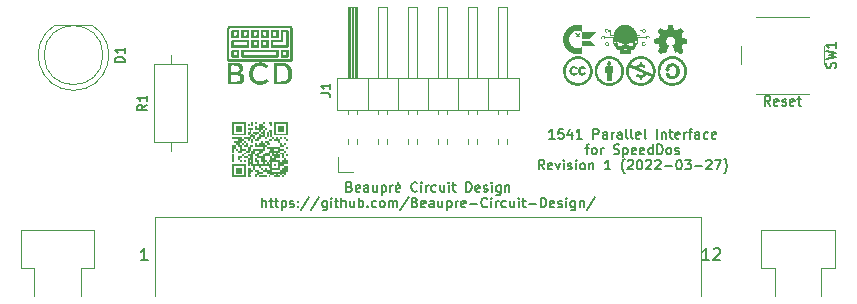
<source format=gto>
%TF.GenerationSoftware,KiCad,Pcbnew,(6.0.2)*%
%TF.CreationDate,2022-04-04T11:24:22-04:00*%
%TF.ProjectId,xum1541-parallel-adapter,78756d31-3534-4312-9d70-6172616c6c65,1*%
%TF.SameCoordinates,Original*%
%TF.FileFunction,Legend,Top*%
%TF.FilePolarity,Positive*%
%FSLAX46Y46*%
G04 Gerber Fmt 4.6, Leading zero omitted, Abs format (unit mm)*
G04 Created by KiCad (PCBNEW (6.0.2)) date 2022-04-04 11:24:22*
%MOMM*%
%LPD*%
G01*
G04 APERTURE LIST*
%ADD10C,0.152400*%
%ADD11C,0.150000*%
%ADD12C,0.100000*%
%ADD13C,0.120000*%
%ADD14R,2.200000X6.000000*%
%ADD15C,6.400000*%
%ADD16R,1.700000X1.700000*%
%ADD17O,1.700000X1.700000*%
%ADD18C,1.600000*%
%ADD19O,1.600000X1.600000*%
%ADD20C,2.000000*%
%ADD21R,1.800000X1.800000*%
%ADD22C,1.800000*%
G04 APERTURE END LIST*
D10*
X121842485Y-93255638D02*
X121958600Y-93294343D01*
X121997304Y-93333048D01*
X122036009Y-93410457D01*
X122036009Y-93526572D01*
X121997304Y-93603981D01*
X121958600Y-93642686D01*
X121881190Y-93681391D01*
X121571552Y-93681391D01*
X121571552Y-92868591D01*
X121842485Y-92868591D01*
X121919895Y-92907296D01*
X121958600Y-92946000D01*
X121997304Y-93023410D01*
X121997304Y-93100819D01*
X121958600Y-93178229D01*
X121919895Y-93216934D01*
X121842485Y-93255638D01*
X121571552Y-93255638D01*
X122693990Y-93642686D02*
X122616580Y-93681391D01*
X122461761Y-93681391D01*
X122384352Y-93642686D01*
X122345647Y-93565276D01*
X122345647Y-93255638D01*
X122384352Y-93178229D01*
X122461761Y-93139524D01*
X122616580Y-93139524D01*
X122693990Y-93178229D01*
X122732695Y-93255638D01*
X122732695Y-93333048D01*
X122345647Y-93410457D01*
X123429380Y-93681391D02*
X123429380Y-93255638D01*
X123390676Y-93178229D01*
X123313266Y-93139524D01*
X123158447Y-93139524D01*
X123081038Y-93178229D01*
X123429380Y-93642686D02*
X123351971Y-93681391D01*
X123158447Y-93681391D01*
X123081038Y-93642686D01*
X123042333Y-93565276D01*
X123042333Y-93487867D01*
X123081038Y-93410457D01*
X123158447Y-93371753D01*
X123351971Y-93371753D01*
X123429380Y-93333048D01*
X124164771Y-93139524D02*
X124164771Y-93681391D01*
X123816428Y-93139524D02*
X123816428Y-93565276D01*
X123855133Y-93642686D01*
X123932542Y-93681391D01*
X124048657Y-93681391D01*
X124126066Y-93642686D01*
X124164771Y-93603981D01*
X124551819Y-93139524D02*
X124551819Y-93952324D01*
X124551819Y-93178229D02*
X124629228Y-93139524D01*
X124784047Y-93139524D01*
X124861457Y-93178229D01*
X124900161Y-93216934D01*
X124938866Y-93294343D01*
X124938866Y-93526572D01*
X124900161Y-93603981D01*
X124861457Y-93642686D01*
X124784047Y-93681391D01*
X124629228Y-93681391D01*
X124551819Y-93642686D01*
X125287209Y-93681391D02*
X125287209Y-93139524D01*
X125287209Y-93294343D02*
X125325914Y-93216934D01*
X125364619Y-93178229D01*
X125442028Y-93139524D01*
X125519438Y-93139524D01*
X126100009Y-93642686D02*
X126022600Y-93681391D01*
X125867780Y-93681391D01*
X125790371Y-93642686D01*
X125751666Y-93565276D01*
X125751666Y-93255638D01*
X125790371Y-93178229D01*
X125867780Y-93139524D01*
X126022600Y-93139524D01*
X126100009Y-93178229D01*
X126138714Y-93255638D01*
X126138714Y-93333048D01*
X125751666Y-93410457D01*
X126022600Y-92829886D02*
X125906485Y-92946000D01*
X127570790Y-93603981D02*
X127532085Y-93642686D01*
X127415971Y-93681391D01*
X127338561Y-93681391D01*
X127222447Y-93642686D01*
X127145038Y-93565276D01*
X127106333Y-93487867D01*
X127067628Y-93333048D01*
X127067628Y-93216934D01*
X127106333Y-93062115D01*
X127145038Y-92984705D01*
X127222447Y-92907296D01*
X127338561Y-92868591D01*
X127415971Y-92868591D01*
X127532085Y-92907296D01*
X127570790Y-92946000D01*
X127919133Y-93681391D02*
X127919133Y-93139524D01*
X127919133Y-92868591D02*
X127880428Y-92907296D01*
X127919133Y-92946000D01*
X127957838Y-92907296D01*
X127919133Y-92868591D01*
X127919133Y-92946000D01*
X128306180Y-93681391D02*
X128306180Y-93139524D01*
X128306180Y-93294343D02*
X128344885Y-93216934D01*
X128383590Y-93178229D01*
X128461000Y-93139524D01*
X128538409Y-93139524D01*
X129157685Y-93642686D02*
X129080276Y-93681391D01*
X128925457Y-93681391D01*
X128848047Y-93642686D01*
X128809342Y-93603981D01*
X128770638Y-93526572D01*
X128770638Y-93294343D01*
X128809342Y-93216934D01*
X128848047Y-93178229D01*
X128925457Y-93139524D01*
X129080276Y-93139524D01*
X129157685Y-93178229D01*
X129854371Y-93139524D02*
X129854371Y-93681391D01*
X129506028Y-93139524D02*
X129506028Y-93565276D01*
X129544733Y-93642686D01*
X129622142Y-93681391D01*
X129738257Y-93681391D01*
X129815666Y-93642686D01*
X129854371Y-93603981D01*
X130241419Y-93681391D02*
X130241419Y-93139524D01*
X130241419Y-92868591D02*
X130202714Y-92907296D01*
X130241419Y-92946000D01*
X130280123Y-92907296D01*
X130241419Y-92868591D01*
X130241419Y-92946000D01*
X130512352Y-93139524D02*
X130821990Y-93139524D01*
X130628466Y-92868591D02*
X130628466Y-93565276D01*
X130667171Y-93642686D01*
X130744580Y-93681391D01*
X130821990Y-93681391D01*
X131712200Y-93681391D02*
X131712200Y-92868591D01*
X131905723Y-92868591D01*
X132021838Y-92907296D01*
X132099247Y-92984705D01*
X132137952Y-93062115D01*
X132176657Y-93216934D01*
X132176657Y-93333048D01*
X132137952Y-93487867D01*
X132099247Y-93565276D01*
X132021838Y-93642686D01*
X131905723Y-93681391D01*
X131712200Y-93681391D01*
X132834638Y-93642686D02*
X132757228Y-93681391D01*
X132602409Y-93681391D01*
X132525000Y-93642686D01*
X132486295Y-93565276D01*
X132486295Y-93255638D01*
X132525000Y-93178229D01*
X132602409Y-93139524D01*
X132757228Y-93139524D01*
X132834638Y-93178229D01*
X132873342Y-93255638D01*
X132873342Y-93333048D01*
X132486295Y-93410457D01*
X133182980Y-93642686D02*
X133260390Y-93681391D01*
X133415209Y-93681391D01*
X133492619Y-93642686D01*
X133531323Y-93565276D01*
X133531323Y-93526572D01*
X133492619Y-93449162D01*
X133415209Y-93410457D01*
X133299095Y-93410457D01*
X133221685Y-93371753D01*
X133182980Y-93294343D01*
X133182980Y-93255638D01*
X133221685Y-93178229D01*
X133299095Y-93139524D01*
X133415209Y-93139524D01*
X133492619Y-93178229D01*
X133879666Y-93681391D02*
X133879666Y-93139524D01*
X133879666Y-92868591D02*
X133840961Y-92907296D01*
X133879666Y-92946000D01*
X133918371Y-92907296D01*
X133879666Y-92868591D01*
X133879666Y-92946000D01*
X134615057Y-93139524D02*
X134615057Y-93797505D01*
X134576352Y-93874915D01*
X134537647Y-93913619D01*
X134460238Y-93952324D01*
X134344123Y-93952324D01*
X134266714Y-93913619D01*
X134615057Y-93642686D02*
X134537647Y-93681391D01*
X134382828Y-93681391D01*
X134305419Y-93642686D01*
X134266714Y-93603981D01*
X134228009Y-93526572D01*
X134228009Y-93294343D01*
X134266714Y-93216934D01*
X134305419Y-93178229D01*
X134382828Y-93139524D01*
X134537647Y-93139524D01*
X134615057Y-93178229D01*
X135002104Y-93139524D02*
X135002104Y-93681391D01*
X135002104Y-93216934D02*
X135040809Y-93178229D01*
X135118219Y-93139524D01*
X135234333Y-93139524D01*
X135311742Y-93178229D01*
X135350447Y-93255638D01*
X135350447Y-93681391D01*
X114411171Y-94989999D02*
X114411171Y-94177199D01*
X114759514Y-94989999D02*
X114759514Y-94564246D01*
X114720809Y-94486837D01*
X114643400Y-94448132D01*
X114527285Y-94448132D01*
X114449876Y-94486837D01*
X114411171Y-94525542D01*
X115030447Y-94448132D02*
X115340085Y-94448132D01*
X115146561Y-94177199D02*
X115146561Y-94873884D01*
X115185266Y-94951294D01*
X115262676Y-94989999D01*
X115340085Y-94989999D01*
X115494904Y-94448132D02*
X115804542Y-94448132D01*
X115611019Y-94177199D02*
X115611019Y-94873884D01*
X115649723Y-94951294D01*
X115727133Y-94989999D01*
X115804542Y-94989999D01*
X116075476Y-94448132D02*
X116075476Y-95260932D01*
X116075476Y-94486837D02*
X116152885Y-94448132D01*
X116307704Y-94448132D01*
X116385114Y-94486837D01*
X116423819Y-94525542D01*
X116462523Y-94602951D01*
X116462523Y-94835180D01*
X116423819Y-94912589D01*
X116385114Y-94951294D01*
X116307704Y-94989999D01*
X116152885Y-94989999D01*
X116075476Y-94951294D01*
X116772161Y-94951294D02*
X116849571Y-94989999D01*
X117004390Y-94989999D01*
X117081800Y-94951294D01*
X117120504Y-94873884D01*
X117120504Y-94835180D01*
X117081800Y-94757770D01*
X117004390Y-94719065D01*
X116888276Y-94719065D01*
X116810866Y-94680361D01*
X116772161Y-94602951D01*
X116772161Y-94564246D01*
X116810866Y-94486837D01*
X116888276Y-94448132D01*
X117004390Y-94448132D01*
X117081800Y-94486837D01*
X117468847Y-94912589D02*
X117507552Y-94951294D01*
X117468847Y-94989999D01*
X117430142Y-94951294D01*
X117468847Y-94912589D01*
X117468847Y-94989999D01*
X117468847Y-94486837D02*
X117507552Y-94525542D01*
X117468847Y-94564246D01*
X117430142Y-94525542D01*
X117468847Y-94486837D01*
X117468847Y-94564246D01*
X118436466Y-94138494D02*
X117739780Y-95183523D01*
X119287971Y-94138494D02*
X118591285Y-95183523D01*
X119907247Y-94448132D02*
X119907247Y-95106113D01*
X119868542Y-95183523D01*
X119829838Y-95222227D01*
X119752428Y-95260932D01*
X119636314Y-95260932D01*
X119558904Y-95222227D01*
X119907247Y-94951294D02*
X119829838Y-94989999D01*
X119675019Y-94989999D01*
X119597609Y-94951294D01*
X119558904Y-94912589D01*
X119520200Y-94835180D01*
X119520200Y-94602951D01*
X119558904Y-94525542D01*
X119597609Y-94486837D01*
X119675019Y-94448132D01*
X119829838Y-94448132D01*
X119907247Y-94486837D01*
X120294295Y-94989999D02*
X120294295Y-94448132D01*
X120294295Y-94177199D02*
X120255590Y-94215904D01*
X120294295Y-94254608D01*
X120333000Y-94215904D01*
X120294295Y-94177199D01*
X120294295Y-94254608D01*
X120565228Y-94448132D02*
X120874866Y-94448132D01*
X120681342Y-94177199D02*
X120681342Y-94873884D01*
X120720047Y-94951294D01*
X120797457Y-94989999D01*
X120874866Y-94989999D01*
X121145800Y-94989999D02*
X121145800Y-94177199D01*
X121494142Y-94989999D02*
X121494142Y-94564246D01*
X121455438Y-94486837D01*
X121378028Y-94448132D01*
X121261914Y-94448132D01*
X121184504Y-94486837D01*
X121145800Y-94525542D01*
X122229533Y-94448132D02*
X122229533Y-94989999D01*
X121881190Y-94448132D02*
X121881190Y-94873884D01*
X121919895Y-94951294D01*
X121997304Y-94989999D01*
X122113419Y-94989999D01*
X122190828Y-94951294D01*
X122229533Y-94912589D01*
X122616580Y-94989999D02*
X122616580Y-94177199D01*
X122616580Y-94486837D02*
X122693990Y-94448132D01*
X122848809Y-94448132D01*
X122926219Y-94486837D01*
X122964923Y-94525542D01*
X123003628Y-94602951D01*
X123003628Y-94835180D01*
X122964923Y-94912589D01*
X122926219Y-94951294D01*
X122848809Y-94989999D01*
X122693990Y-94989999D01*
X122616580Y-94951294D01*
X123351971Y-94912589D02*
X123390676Y-94951294D01*
X123351971Y-94989999D01*
X123313266Y-94951294D01*
X123351971Y-94912589D01*
X123351971Y-94989999D01*
X124087361Y-94951294D02*
X124009952Y-94989999D01*
X123855133Y-94989999D01*
X123777723Y-94951294D01*
X123739019Y-94912589D01*
X123700314Y-94835180D01*
X123700314Y-94602951D01*
X123739019Y-94525542D01*
X123777723Y-94486837D01*
X123855133Y-94448132D01*
X124009952Y-94448132D01*
X124087361Y-94486837D01*
X124551819Y-94989999D02*
X124474409Y-94951294D01*
X124435704Y-94912589D01*
X124397000Y-94835180D01*
X124397000Y-94602951D01*
X124435704Y-94525542D01*
X124474409Y-94486837D01*
X124551819Y-94448132D01*
X124667933Y-94448132D01*
X124745342Y-94486837D01*
X124784047Y-94525542D01*
X124822752Y-94602951D01*
X124822752Y-94835180D01*
X124784047Y-94912589D01*
X124745342Y-94951294D01*
X124667933Y-94989999D01*
X124551819Y-94989999D01*
X125171095Y-94989999D02*
X125171095Y-94448132D01*
X125171095Y-94525542D02*
X125209799Y-94486837D01*
X125287209Y-94448132D01*
X125403323Y-94448132D01*
X125480733Y-94486837D01*
X125519438Y-94564246D01*
X125519438Y-94989999D01*
X125519438Y-94564246D02*
X125558142Y-94486837D01*
X125635552Y-94448132D01*
X125751666Y-94448132D01*
X125829076Y-94486837D01*
X125867780Y-94564246D01*
X125867780Y-94989999D01*
X126835400Y-94138494D02*
X126138714Y-95183523D01*
X127377266Y-94564246D02*
X127493380Y-94602951D01*
X127532085Y-94641656D01*
X127570790Y-94719065D01*
X127570790Y-94835180D01*
X127532085Y-94912589D01*
X127493380Y-94951294D01*
X127415971Y-94989999D01*
X127106333Y-94989999D01*
X127106333Y-94177199D01*
X127377266Y-94177199D01*
X127454676Y-94215904D01*
X127493380Y-94254608D01*
X127532085Y-94332018D01*
X127532085Y-94409427D01*
X127493380Y-94486837D01*
X127454676Y-94525542D01*
X127377266Y-94564246D01*
X127106333Y-94564246D01*
X128228771Y-94951294D02*
X128151361Y-94989999D01*
X127996542Y-94989999D01*
X127919133Y-94951294D01*
X127880428Y-94873884D01*
X127880428Y-94564246D01*
X127919133Y-94486837D01*
X127996542Y-94448132D01*
X128151361Y-94448132D01*
X128228771Y-94486837D01*
X128267476Y-94564246D01*
X128267476Y-94641656D01*
X127880428Y-94719065D01*
X128964161Y-94989999D02*
X128964161Y-94564246D01*
X128925457Y-94486837D01*
X128848047Y-94448132D01*
X128693228Y-94448132D01*
X128615819Y-94486837D01*
X128964161Y-94951294D02*
X128886752Y-94989999D01*
X128693228Y-94989999D01*
X128615819Y-94951294D01*
X128577114Y-94873884D01*
X128577114Y-94796475D01*
X128615819Y-94719065D01*
X128693228Y-94680361D01*
X128886752Y-94680361D01*
X128964161Y-94641656D01*
X129699552Y-94448132D02*
X129699552Y-94989999D01*
X129351209Y-94448132D02*
X129351209Y-94873884D01*
X129389914Y-94951294D01*
X129467323Y-94989999D01*
X129583438Y-94989999D01*
X129660847Y-94951294D01*
X129699552Y-94912589D01*
X130086599Y-94448132D02*
X130086599Y-95260932D01*
X130086599Y-94486837D02*
X130164009Y-94448132D01*
X130318828Y-94448132D01*
X130396238Y-94486837D01*
X130434942Y-94525542D01*
X130473647Y-94602951D01*
X130473647Y-94835180D01*
X130434942Y-94912589D01*
X130396238Y-94951294D01*
X130318828Y-94989999D01*
X130164009Y-94989999D01*
X130086599Y-94951294D01*
X130821990Y-94989999D02*
X130821990Y-94448132D01*
X130821990Y-94602951D02*
X130860695Y-94525542D01*
X130899399Y-94486837D01*
X130976809Y-94448132D01*
X131054219Y-94448132D01*
X131634790Y-94951294D02*
X131557380Y-94989999D01*
X131402561Y-94989999D01*
X131325152Y-94951294D01*
X131286447Y-94873884D01*
X131286447Y-94564246D01*
X131325152Y-94486837D01*
X131402561Y-94448132D01*
X131557380Y-94448132D01*
X131634790Y-94486837D01*
X131673495Y-94564246D01*
X131673495Y-94641656D01*
X131286447Y-94719065D01*
X132021838Y-94680361D02*
X132641114Y-94680361D01*
X133492619Y-94912589D02*
X133453914Y-94951294D01*
X133337799Y-94989999D01*
X133260390Y-94989999D01*
X133144276Y-94951294D01*
X133066866Y-94873884D01*
X133028161Y-94796475D01*
X132989457Y-94641656D01*
X132989457Y-94525542D01*
X133028161Y-94370723D01*
X133066866Y-94293313D01*
X133144276Y-94215904D01*
X133260390Y-94177199D01*
X133337799Y-94177199D01*
X133453914Y-94215904D01*
X133492619Y-94254608D01*
X133840961Y-94989999D02*
X133840961Y-94448132D01*
X133840961Y-94177199D02*
X133802257Y-94215904D01*
X133840961Y-94254608D01*
X133879666Y-94215904D01*
X133840961Y-94177199D01*
X133840961Y-94254608D01*
X134228009Y-94989999D02*
X134228009Y-94448132D01*
X134228009Y-94602951D02*
X134266714Y-94525542D01*
X134305419Y-94486837D01*
X134382828Y-94448132D01*
X134460238Y-94448132D01*
X135079514Y-94951294D02*
X135002104Y-94989999D01*
X134847285Y-94989999D01*
X134769876Y-94951294D01*
X134731171Y-94912589D01*
X134692466Y-94835180D01*
X134692466Y-94602951D01*
X134731171Y-94525542D01*
X134769876Y-94486837D01*
X134847285Y-94448132D01*
X135002104Y-94448132D01*
X135079514Y-94486837D01*
X135776200Y-94448132D02*
X135776200Y-94989999D01*
X135427857Y-94448132D02*
X135427857Y-94873884D01*
X135466561Y-94951294D01*
X135543971Y-94989999D01*
X135660085Y-94989999D01*
X135737495Y-94951294D01*
X135776200Y-94912589D01*
X136163247Y-94989999D02*
X136163247Y-94448132D01*
X136163247Y-94177199D02*
X136124542Y-94215904D01*
X136163247Y-94254608D01*
X136201952Y-94215904D01*
X136163247Y-94177199D01*
X136163247Y-94254608D01*
X136434180Y-94448132D02*
X136743819Y-94448132D01*
X136550295Y-94177199D02*
X136550295Y-94873884D01*
X136589000Y-94951294D01*
X136666409Y-94989999D01*
X136743819Y-94989999D01*
X137014752Y-94680361D02*
X137634028Y-94680361D01*
X138021076Y-94989999D02*
X138021076Y-94177199D01*
X138214600Y-94177199D01*
X138330714Y-94215904D01*
X138408123Y-94293313D01*
X138446828Y-94370723D01*
X138485533Y-94525542D01*
X138485533Y-94641656D01*
X138446828Y-94796475D01*
X138408123Y-94873884D01*
X138330714Y-94951294D01*
X138214600Y-94989999D01*
X138021076Y-94989999D01*
X139143514Y-94951294D02*
X139066104Y-94989999D01*
X138911285Y-94989999D01*
X138833876Y-94951294D01*
X138795171Y-94873884D01*
X138795171Y-94564246D01*
X138833876Y-94486837D01*
X138911285Y-94448132D01*
X139066104Y-94448132D01*
X139143514Y-94486837D01*
X139182219Y-94564246D01*
X139182219Y-94641656D01*
X138795171Y-94719065D01*
X139491857Y-94951294D02*
X139569266Y-94989999D01*
X139724085Y-94989999D01*
X139801495Y-94951294D01*
X139840199Y-94873884D01*
X139840199Y-94835180D01*
X139801495Y-94757770D01*
X139724085Y-94719065D01*
X139607971Y-94719065D01*
X139530561Y-94680361D01*
X139491857Y-94602951D01*
X139491857Y-94564246D01*
X139530561Y-94486837D01*
X139607971Y-94448132D01*
X139724085Y-94448132D01*
X139801495Y-94486837D01*
X140188542Y-94989999D02*
X140188542Y-94448132D01*
X140188542Y-94177199D02*
X140149838Y-94215904D01*
X140188542Y-94254608D01*
X140227247Y-94215904D01*
X140188542Y-94177199D01*
X140188542Y-94254608D01*
X140923933Y-94448132D02*
X140923933Y-95106113D01*
X140885228Y-95183523D01*
X140846523Y-95222227D01*
X140769114Y-95260932D01*
X140652999Y-95260932D01*
X140575590Y-95222227D01*
X140923933Y-94951294D02*
X140846523Y-94989999D01*
X140691704Y-94989999D01*
X140614295Y-94951294D01*
X140575590Y-94912589D01*
X140536885Y-94835180D01*
X140536885Y-94602951D01*
X140575590Y-94525542D01*
X140614295Y-94486837D01*
X140691704Y-94448132D01*
X140846523Y-94448132D01*
X140923933Y-94486837D01*
X141310980Y-94448132D02*
X141310980Y-94989999D01*
X141310980Y-94525542D02*
X141349685Y-94486837D01*
X141427095Y-94448132D01*
X141543209Y-94448132D01*
X141620619Y-94486837D01*
X141659323Y-94564246D01*
X141659323Y-94989999D01*
X142626942Y-94138494D02*
X141930257Y-95183523D01*
X157454676Y-86385695D02*
X157183742Y-85998647D01*
X156990219Y-86385695D02*
X156990219Y-85572895D01*
X157299857Y-85572895D01*
X157377266Y-85611600D01*
X157415971Y-85650304D01*
X157454676Y-85727714D01*
X157454676Y-85843828D01*
X157415971Y-85921238D01*
X157377266Y-85959942D01*
X157299857Y-85998647D01*
X156990219Y-85998647D01*
X158112657Y-86346990D02*
X158035247Y-86385695D01*
X157880428Y-86385695D01*
X157803019Y-86346990D01*
X157764314Y-86269580D01*
X157764314Y-85959942D01*
X157803019Y-85882533D01*
X157880428Y-85843828D01*
X158035247Y-85843828D01*
X158112657Y-85882533D01*
X158151361Y-85959942D01*
X158151361Y-86037352D01*
X157764314Y-86114761D01*
X158461000Y-86346990D02*
X158538409Y-86385695D01*
X158693228Y-86385695D01*
X158770638Y-86346990D01*
X158809342Y-86269580D01*
X158809342Y-86230876D01*
X158770638Y-86153466D01*
X158693228Y-86114761D01*
X158577114Y-86114761D01*
X158499704Y-86076057D01*
X158461000Y-85998647D01*
X158461000Y-85959942D01*
X158499704Y-85882533D01*
X158577114Y-85843828D01*
X158693228Y-85843828D01*
X158770638Y-85882533D01*
X159467323Y-86346990D02*
X159389914Y-86385695D01*
X159235095Y-86385695D01*
X159157685Y-86346990D01*
X159118980Y-86269580D01*
X159118980Y-85959942D01*
X159157685Y-85882533D01*
X159235095Y-85843828D01*
X159389914Y-85843828D01*
X159467323Y-85882533D01*
X159506028Y-85959942D01*
X159506028Y-86037352D01*
X159118980Y-86114761D01*
X159738257Y-85843828D02*
X160047895Y-85843828D01*
X159854371Y-85572895D02*
X159854371Y-86269580D01*
X159893076Y-86346990D01*
X159970485Y-86385695D01*
X160047895Y-86385695D01*
X139192485Y-89177087D02*
X138728028Y-89177087D01*
X138960257Y-89177087D02*
X138960257Y-88364287D01*
X138882847Y-88480401D01*
X138805438Y-88557811D01*
X138728028Y-88596515D01*
X139927876Y-88364287D02*
X139540828Y-88364287D01*
X139502123Y-88751334D01*
X139540828Y-88712630D01*
X139618238Y-88673925D01*
X139811761Y-88673925D01*
X139889171Y-88712630D01*
X139927876Y-88751334D01*
X139966580Y-88828744D01*
X139966580Y-89022268D01*
X139927876Y-89099677D01*
X139889171Y-89138382D01*
X139811761Y-89177087D01*
X139618238Y-89177087D01*
X139540828Y-89138382D01*
X139502123Y-89099677D01*
X140663266Y-88635220D02*
X140663266Y-89177087D01*
X140469742Y-88325582D02*
X140276219Y-88906153D01*
X140779380Y-88906153D01*
X141514771Y-89177087D02*
X141050314Y-89177087D01*
X141282542Y-89177087D02*
X141282542Y-88364287D01*
X141205133Y-88480401D01*
X141127723Y-88557811D01*
X141050314Y-88596515D01*
X142482390Y-89177087D02*
X142482390Y-88364287D01*
X142792028Y-88364287D01*
X142869438Y-88402992D01*
X142908142Y-88441696D01*
X142946847Y-88519106D01*
X142946847Y-88635220D01*
X142908142Y-88712630D01*
X142869438Y-88751334D01*
X142792028Y-88790039D01*
X142482390Y-88790039D01*
X143643533Y-89177087D02*
X143643533Y-88751334D01*
X143604828Y-88673925D01*
X143527419Y-88635220D01*
X143372600Y-88635220D01*
X143295190Y-88673925D01*
X143643533Y-89138382D02*
X143566123Y-89177087D01*
X143372600Y-89177087D01*
X143295190Y-89138382D01*
X143256485Y-89060972D01*
X143256485Y-88983563D01*
X143295190Y-88906153D01*
X143372600Y-88867449D01*
X143566123Y-88867449D01*
X143643533Y-88828744D01*
X144030580Y-89177087D02*
X144030580Y-88635220D01*
X144030580Y-88790039D02*
X144069285Y-88712630D01*
X144107990Y-88673925D01*
X144185400Y-88635220D01*
X144262809Y-88635220D01*
X144882085Y-89177087D02*
X144882085Y-88751334D01*
X144843380Y-88673925D01*
X144765971Y-88635220D01*
X144611152Y-88635220D01*
X144533742Y-88673925D01*
X144882085Y-89138382D02*
X144804676Y-89177087D01*
X144611152Y-89177087D01*
X144533742Y-89138382D01*
X144495038Y-89060972D01*
X144495038Y-88983563D01*
X144533742Y-88906153D01*
X144611152Y-88867449D01*
X144804676Y-88867449D01*
X144882085Y-88828744D01*
X145385247Y-89177087D02*
X145307838Y-89138382D01*
X145269133Y-89060972D01*
X145269133Y-88364287D01*
X145811000Y-89177087D02*
X145733590Y-89138382D01*
X145694885Y-89060972D01*
X145694885Y-88364287D01*
X146430276Y-89138382D02*
X146352866Y-89177087D01*
X146198047Y-89177087D01*
X146120638Y-89138382D01*
X146081933Y-89060972D01*
X146081933Y-88751334D01*
X146120638Y-88673925D01*
X146198047Y-88635220D01*
X146352866Y-88635220D01*
X146430276Y-88673925D01*
X146468980Y-88751334D01*
X146468980Y-88828744D01*
X146081933Y-88906153D01*
X146933438Y-89177087D02*
X146856028Y-89138382D01*
X146817323Y-89060972D01*
X146817323Y-88364287D01*
X147862352Y-89177087D02*
X147862352Y-88364287D01*
X148249400Y-88635220D02*
X148249400Y-89177087D01*
X148249400Y-88712630D02*
X148288104Y-88673925D01*
X148365514Y-88635220D01*
X148481628Y-88635220D01*
X148559038Y-88673925D01*
X148597742Y-88751334D01*
X148597742Y-89177087D01*
X148868676Y-88635220D02*
X149178314Y-88635220D01*
X148984790Y-88364287D02*
X148984790Y-89060972D01*
X149023495Y-89138382D01*
X149100904Y-89177087D01*
X149178314Y-89177087D01*
X149758885Y-89138382D02*
X149681476Y-89177087D01*
X149526657Y-89177087D01*
X149449247Y-89138382D01*
X149410542Y-89060972D01*
X149410542Y-88751334D01*
X149449247Y-88673925D01*
X149526657Y-88635220D01*
X149681476Y-88635220D01*
X149758885Y-88673925D01*
X149797590Y-88751334D01*
X149797590Y-88828744D01*
X149410542Y-88906153D01*
X150145933Y-89177087D02*
X150145933Y-88635220D01*
X150145933Y-88790039D02*
X150184638Y-88712630D01*
X150223342Y-88673925D01*
X150300752Y-88635220D01*
X150378161Y-88635220D01*
X150532980Y-88635220D02*
X150842619Y-88635220D01*
X150649095Y-89177087D02*
X150649095Y-88480401D01*
X150687800Y-88402992D01*
X150765209Y-88364287D01*
X150842619Y-88364287D01*
X151461895Y-89177087D02*
X151461895Y-88751334D01*
X151423190Y-88673925D01*
X151345780Y-88635220D01*
X151190961Y-88635220D01*
X151113552Y-88673925D01*
X151461895Y-89138382D02*
X151384485Y-89177087D01*
X151190961Y-89177087D01*
X151113552Y-89138382D01*
X151074847Y-89060972D01*
X151074847Y-88983563D01*
X151113552Y-88906153D01*
X151190961Y-88867449D01*
X151384485Y-88867449D01*
X151461895Y-88828744D01*
X152197285Y-89138382D02*
X152119876Y-89177087D01*
X151965057Y-89177087D01*
X151887647Y-89138382D01*
X151848942Y-89099677D01*
X151810238Y-89022268D01*
X151810238Y-88790039D01*
X151848942Y-88712630D01*
X151887647Y-88673925D01*
X151965057Y-88635220D01*
X152119876Y-88635220D01*
X152197285Y-88673925D01*
X152855266Y-89138382D02*
X152777857Y-89177087D01*
X152623038Y-89177087D01*
X152545628Y-89138382D01*
X152506923Y-89060972D01*
X152506923Y-88751334D01*
X152545628Y-88673925D01*
X152623038Y-88635220D01*
X152777857Y-88635220D01*
X152855266Y-88673925D01*
X152893971Y-88751334D01*
X152893971Y-88828744D01*
X152506923Y-88906153D01*
X141805057Y-89943828D02*
X142114695Y-89943828D01*
X141921171Y-90485695D02*
X141921171Y-89789009D01*
X141959876Y-89711600D01*
X142037285Y-89672895D01*
X142114695Y-89672895D01*
X142501742Y-90485695D02*
X142424333Y-90446990D01*
X142385628Y-90408285D01*
X142346923Y-90330876D01*
X142346923Y-90098647D01*
X142385628Y-90021238D01*
X142424333Y-89982533D01*
X142501742Y-89943828D01*
X142617857Y-89943828D01*
X142695266Y-89982533D01*
X142733971Y-90021238D01*
X142772676Y-90098647D01*
X142772676Y-90330876D01*
X142733971Y-90408285D01*
X142695266Y-90446990D01*
X142617857Y-90485695D01*
X142501742Y-90485695D01*
X143121019Y-90485695D02*
X143121019Y-89943828D01*
X143121019Y-90098647D02*
X143159723Y-90021238D01*
X143198428Y-89982533D01*
X143275838Y-89943828D01*
X143353247Y-89943828D01*
X144204752Y-90446990D02*
X144320866Y-90485695D01*
X144514390Y-90485695D01*
X144591800Y-90446990D01*
X144630504Y-90408285D01*
X144669209Y-90330876D01*
X144669209Y-90253466D01*
X144630504Y-90176057D01*
X144591800Y-90137352D01*
X144514390Y-90098647D01*
X144359571Y-90059942D01*
X144282161Y-90021238D01*
X144243457Y-89982533D01*
X144204752Y-89905123D01*
X144204752Y-89827714D01*
X144243457Y-89750304D01*
X144282161Y-89711600D01*
X144359571Y-89672895D01*
X144553095Y-89672895D01*
X144669209Y-89711600D01*
X145017552Y-89943828D02*
X145017552Y-90756628D01*
X145017552Y-89982533D02*
X145094961Y-89943828D01*
X145249780Y-89943828D01*
X145327190Y-89982533D01*
X145365895Y-90021238D01*
X145404600Y-90098647D01*
X145404600Y-90330876D01*
X145365895Y-90408285D01*
X145327190Y-90446990D01*
X145249780Y-90485695D01*
X145094961Y-90485695D01*
X145017552Y-90446990D01*
X146062580Y-90446990D02*
X145985171Y-90485695D01*
X145830352Y-90485695D01*
X145752942Y-90446990D01*
X145714238Y-90369580D01*
X145714238Y-90059942D01*
X145752942Y-89982533D01*
X145830352Y-89943828D01*
X145985171Y-89943828D01*
X146062580Y-89982533D01*
X146101285Y-90059942D01*
X146101285Y-90137352D01*
X145714238Y-90214761D01*
X146759266Y-90446990D02*
X146681857Y-90485695D01*
X146527038Y-90485695D01*
X146449628Y-90446990D01*
X146410923Y-90369580D01*
X146410923Y-90059942D01*
X146449628Y-89982533D01*
X146527038Y-89943828D01*
X146681857Y-89943828D01*
X146759266Y-89982533D01*
X146797971Y-90059942D01*
X146797971Y-90137352D01*
X146410923Y-90214761D01*
X147494657Y-90485695D02*
X147494657Y-89672895D01*
X147494657Y-90446990D02*
X147417247Y-90485695D01*
X147262428Y-90485695D01*
X147185019Y-90446990D01*
X147146314Y-90408285D01*
X147107609Y-90330876D01*
X147107609Y-90098647D01*
X147146314Y-90021238D01*
X147185019Y-89982533D01*
X147262428Y-89943828D01*
X147417247Y-89943828D01*
X147494657Y-89982533D01*
X147881704Y-90485695D02*
X147881704Y-89672895D01*
X148075228Y-89672895D01*
X148191342Y-89711600D01*
X148268752Y-89789009D01*
X148307457Y-89866419D01*
X148346161Y-90021238D01*
X148346161Y-90137352D01*
X148307457Y-90292171D01*
X148268752Y-90369580D01*
X148191342Y-90446990D01*
X148075228Y-90485695D01*
X147881704Y-90485695D01*
X148810619Y-90485695D02*
X148733209Y-90446990D01*
X148694504Y-90408285D01*
X148655800Y-90330876D01*
X148655800Y-90098647D01*
X148694504Y-90021238D01*
X148733209Y-89982533D01*
X148810619Y-89943828D01*
X148926733Y-89943828D01*
X149004142Y-89982533D01*
X149042847Y-90021238D01*
X149081552Y-90098647D01*
X149081552Y-90330876D01*
X149042847Y-90408285D01*
X149004142Y-90446990D01*
X148926733Y-90485695D01*
X148810619Y-90485695D01*
X149391190Y-90446990D02*
X149468600Y-90485695D01*
X149623419Y-90485695D01*
X149700828Y-90446990D01*
X149739533Y-90369580D01*
X149739533Y-90330876D01*
X149700828Y-90253466D01*
X149623419Y-90214761D01*
X149507304Y-90214761D01*
X149429895Y-90176057D01*
X149391190Y-90098647D01*
X149391190Y-90059942D01*
X149429895Y-89982533D01*
X149507304Y-89943828D01*
X149623419Y-89943828D01*
X149700828Y-89982533D01*
X138302276Y-91794303D02*
X138031342Y-91407255D01*
X137837819Y-91794303D02*
X137837819Y-90981503D01*
X138147457Y-90981503D01*
X138224866Y-91020208D01*
X138263571Y-91058912D01*
X138302276Y-91136322D01*
X138302276Y-91252436D01*
X138263571Y-91329846D01*
X138224866Y-91368550D01*
X138147457Y-91407255D01*
X137837819Y-91407255D01*
X138960257Y-91755598D02*
X138882847Y-91794303D01*
X138728028Y-91794303D01*
X138650619Y-91755598D01*
X138611914Y-91678188D01*
X138611914Y-91368550D01*
X138650619Y-91291141D01*
X138728028Y-91252436D01*
X138882847Y-91252436D01*
X138960257Y-91291141D01*
X138998961Y-91368550D01*
X138998961Y-91445960D01*
X138611914Y-91523369D01*
X139269895Y-91252436D02*
X139463419Y-91794303D01*
X139656942Y-91252436D01*
X139966580Y-91794303D02*
X139966580Y-91252436D01*
X139966580Y-90981503D02*
X139927876Y-91020208D01*
X139966580Y-91058912D01*
X140005285Y-91020208D01*
X139966580Y-90981503D01*
X139966580Y-91058912D01*
X140314923Y-91755598D02*
X140392333Y-91794303D01*
X140547152Y-91794303D01*
X140624561Y-91755598D01*
X140663266Y-91678188D01*
X140663266Y-91639484D01*
X140624561Y-91562074D01*
X140547152Y-91523369D01*
X140431038Y-91523369D01*
X140353628Y-91484665D01*
X140314923Y-91407255D01*
X140314923Y-91368550D01*
X140353628Y-91291141D01*
X140431038Y-91252436D01*
X140547152Y-91252436D01*
X140624561Y-91291141D01*
X141011609Y-91794303D02*
X141011609Y-91252436D01*
X141011609Y-90981503D02*
X140972904Y-91020208D01*
X141011609Y-91058912D01*
X141050314Y-91020208D01*
X141011609Y-90981503D01*
X141011609Y-91058912D01*
X141514771Y-91794303D02*
X141437361Y-91755598D01*
X141398657Y-91716893D01*
X141359952Y-91639484D01*
X141359952Y-91407255D01*
X141398657Y-91329846D01*
X141437361Y-91291141D01*
X141514771Y-91252436D01*
X141630885Y-91252436D01*
X141708295Y-91291141D01*
X141747000Y-91329846D01*
X141785704Y-91407255D01*
X141785704Y-91639484D01*
X141747000Y-91716893D01*
X141708295Y-91755598D01*
X141630885Y-91794303D01*
X141514771Y-91794303D01*
X142134047Y-91252436D02*
X142134047Y-91794303D01*
X142134047Y-91329846D02*
X142172752Y-91291141D01*
X142250161Y-91252436D01*
X142366276Y-91252436D01*
X142443685Y-91291141D01*
X142482390Y-91368550D01*
X142482390Y-91794303D01*
X143914466Y-91794303D02*
X143450009Y-91794303D01*
X143682238Y-91794303D02*
X143682238Y-90981503D01*
X143604828Y-91097617D01*
X143527419Y-91175027D01*
X143450009Y-91213731D01*
X145114314Y-92103941D02*
X145075609Y-92065236D01*
X144998199Y-91949122D01*
X144959495Y-91871712D01*
X144920790Y-91755598D01*
X144882085Y-91562074D01*
X144882085Y-91407255D01*
X144920790Y-91213731D01*
X144959495Y-91097617D01*
X144998199Y-91020208D01*
X145075609Y-90904093D01*
X145114314Y-90865388D01*
X145385247Y-91058912D02*
X145423952Y-91020208D01*
X145501361Y-90981503D01*
X145694885Y-90981503D01*
X145772295Y-91020208D01*
X145810999Y-91058912D01*
X145849704Y-91136322D01*
X145849704Y-91213731D01*
X145810999Y-91329846D01*
X145346542Y-91794303D01*
X145849704Y-91794303D01*
X146352866Y-90981503D02*
X146430276Y-90981503D01*
X146507685Y-91020208D01*
X146546390Y-91058912D01*
X146585095Y-91136322D01*
X146623800Y-91291141D01*
X146623800Y-91484665D01*
X146585095Y-91639484D01*
X146546390Y-91716893D01*
X146507685Y-91755598D01*
X146430276Y-91794303D01*
X146352866Y-91794303D01*
X146275457Y-91755598D01*
X146236752Y-91716893D01*
X146198047Y-91639484D01*
X146159342Y-91484665D01*
X146159342Y-91291141D01*
X146198047Y-91136322D01*
X146236752Y-91058912D01*
X146275457Y-91020208D01*
X146352866Y-90981503D01*
X146933438Y-91058912D02*
X146972142Y-91020208D01*
X147049552Y-90981503D01*
X147243076Y-90981503D01*
X147320485Y-91020208D01*
X147359190Y-91058912D01*
X147397895Y-91136322D01*
X147397895Y-91213731D01*
X147359190Y-91329846D01*
X146894733Y-91794303D01*
X147397895Y-91794303D01*
X147707533Y-91058912D02*
X147746238Y-91020208D01*
X147823647Y-90981503D01*
X148017171Y-90981503D01*
X148094580Y-91020208D01*
X148133285Y-91058912D01*
X148171990Y-91136322D01*
X148171990Y-91213731D01*
X148133285Y-91329846D01*
X147668828Y-91794303D01*
X148171990Y-91794303D01*
X148520333Y-91484665D02*
X149139609Y-91484665D01*
X149681476Y-90981503D02*
X149758885Y-90981503D01*
X149836295Y-91020208D01*
X149875000Y-91058912D01*
X149913704Y-91136322D01*
X149952409Y-91291141D01*
X149952409Y-91484665D01*
X149913704Y-91639484D01*
X149875000Y-91716893D01*
X149836295Y-91755598D01*
X149758885Y-91794303D01*
X149681476Y-91794303D01*
X149604066Y-91755598D01*
X149565361Y-91716893D01*
X149526657Y-91639484D01*
X149487952Y-91484665D01*
X149487952Y-91291141D01*
X149526657Y-91136322D01*
X149565361Y-91058912D01*
X149604066Y-91020208D01*
X149681476Y-90981503D01*
X150223342Y-90981503D02*
X150726504Y-90981503D01*
X150455571Y-91291141D01*
X150571685Y-91291141D01*
X150649095Y-91329846D01*
X150687800Y-91368550D01*
X150726504Y-91445960D01*
X150726504Y-91639484D01*
X150687800Y-91716893D01*
X150649095Y-91755598D01*
X150571685Y-91794303D01*
X150339457Y-91794303D01*
X150262047Y-91755598D01*
X150223342Y-91716893D01*
X151074847Y-91484665D02*
X151694123Y-91484665D01*
X152042466Y-91058912D02*
X152081171Y-91020208D01*
X152158580Y-90981503D01*
X152352104Y-90981503D01*
X152429514Y-91020208D01*
X152468219Y-91058912D01*
X152506923Y-91136322D01*
X152506923Y-91213731D01*
X152468219Y-91329846D01*
X152003761Y-91794303D01*
X152506923Y-91794303D01*
X152777857Y-90981503D02*
X153319723Y-90981503D01*
X152971380Y-91794303D01*
X153551952Y-92103941D02*
X153590657Y-92065236D01*
X153668066Y-91949122D01*
X153706771Y-91871712D01*
X153745476Y-91755598D01*
X153784180Y-91562074D01*
X153784180Y-91407255D01*
X153745476Y-91213731D01*
X153706771Y-91097617D01*
X153668066Y-91020208D01*
X153590657Y-90904093D01*
X153551952Y-90865388D01*
D11*
X152270523Y-99470380D02*
X151699095Y-99470380D01*
X151984809Y-99470380D02*
X151984809Y-98470380D01*
X151889571Y-98613238D01*
X151794333Y-98708476D01*
X151699095Y-98756095D01*
X152651476Y-98565619D02*
X152699095Y-98518000D01*
X152794333Y-98470380D01*
X153032428Y-98470380D01*
X153127666Y-98518000D01*
X153175285Y-98565619D01*
X153222904Y-98660857D01*
X153222904Y-98756095D01*
X153175285Y-98898952D01*
X152603857Y-99470380D01*
X153222904Y-99470380D01*
X104746714Y-99470380D02*
X104175285Y-99470380D01*
X104461000Y-99470380D02*
X104461000Y-98470380D01*
X104365761Y-98613238D01*
X104270523Y-98708476D01*
X104175285Y-98756095D01*
D10*
X119395895Y-85333933D02*
X119976466Y-85333933D01*
X120092580Y-85372638D01*
X120169990Y-85450047D01*
X120208695Y-85566161D01*
X120208695Y-85643571D01*
X120208695Y-84521133D02*
X120208695Y-84985590D01*
X120208695Y-84753361D02*
X119395895Y-84753361D01*
X119512009Y-84830771D01*
X119589419Y-84908180D01*
X119628123Y-84985590D01*
X104678695Y-86308466D02*
X104291647Y-86579400D01*
X104678695Y-86772923D02*
X103865895Y-86772923D01*
X103865895Y-86463285D01*
X103904600Y-86385876D01*
X103943304Y-86347171D01*
X104020714Y-86308466D01*
X104136828Y-86308466D01*
X104214238Y-86347171D01*
X104252942Y-86385876D01*
X104291647Y-86463285D01*
X104291647Y-86772923D01*
X104678695Y-85534371D02*
X104678695Y-85998828D01*
X104678695Y-85766600D02*
X103865895Y-85766600D01*
X103982009Y-85844009D01*
X104059419Y-85921419D01*
X104098123Y-85998828D01*
X162956990Y-83201733D02*
X162995695Y-83085619D01*
X162995695Y-82892095D01*
X162956990Y-82814685D01*
X162918285Y-82775980D01*
X162840876Y-82737276D01*
X162763466Y-82737276D01*
X162686057Y-82775980D01*
X162647352Y-82814685D01*
X162608647Y-82892095D01*
X162569942Y-83046914D01*
X162531238Y-83124323D01*
X162492533Y-83163028D01*
X162415123Y-83201733D01*
X162337714Y-83201733D01*
X162260304Y-83163028D01*
X162221600Y-83124323D01*
X162182895Y-83046914D01*
X162182895Y-82853390D01*
X162221600Y-82737276D01*
X162182895Y-82466342D02*
X162995695Y-82272819D01*
X162415123Y-82118000D01*
X162995695Y-81963180D01*
X162182895Y-81769657D01*
X162995695Y-81034266D02*
X162995695Y-81498723D01*
X162995695Y-81266495D02*
X162182895Y-81266495D01*
X162299009Y-81343904D01*
X162376419Y-81421314D01*
X162415123Y-81498723D01*
X102788695Y-82712923D02*
X101975895Y-82712923D01*
X101975895Y-82519400D01*
X102014600Y-82403285D01*
X102092009Y-82325876D01*
X102169419Y-82287171D01*
X102324238Y-82248466D01*
X102440352Y-82248466D01*
X102595171Y-82287171D01*
X102672580Y-82325876D01*
X102749990Y-82403285D01*
X102788695Y-82519400D01*
X102788695Y-82712923D01*
X102788695Y-81474371D02*
X102788695Y-81938828D01*
X102788695Y-81706600D02*
X101975895Y-81706600D01*
X102092009Y-81784009D01*
X102169419Y-81861419D01*
X102208123Y-81938828D01*
G36*
X143765780Y-83060229D02*
G01*
X143829221Y-83060446D01*
X143832156Y-83060458D01*
X144116554Y-83061696D01*
X144133248Y-83074431D01*
X144139835Y-83079359D01*
X144145469Y-83083799D01*
X144150229Y-83088465D01*
X144154191Y-83094068D01*
X144157432Y-83101320D01*
X144160031Y-83110933D01*
X144162065Y-83123620D01*
X144163612Y-83140091D01*
X144164748Y-83161059D01*
X144165551Y-83187237D01*
X144166100Y-83219335D01*
X144166471Y-83258067D01*
X144166742Y-83304143D01*
X144166990Y-83358276D01*
X144167115Y-83385560D01*
X144168390Y-83654878D01*
X144022659Y-83654878D01*
X144022659Y-84259423D01*
X143631750Y-84259423D01*
X143631750Y-83654878D01*
X143486295Y-83654878D01*
X143486321Y-83394651D01*
X143486414Y-83332196D01*
X143486678Y-83277127D01*
X143487108Y-83229701D01*
X143487700Y-83190177D01*
X143488450Y-83158811D01*
X143489352Y-83135862D01*
X143490403Y-83121589D01*
X143491114Y-83117254D01*
X143499392Y-83098914D01*
X143512579Y-83081511D01*
X143527977Y-83068277D01*
X143535188Y-83064428D01*
X143540950Y-83063274D01*
X143552473Y-83062312D01*
X143570172Y-83061534D01*
X143594460Y-83060936D01*
X143625751Y-83060512D01*
X143664459Y-83060257D01*
X143710997Y-83060164D01*
X143765780Y-83060229D01*
G37*
G36*
X142578776Y-83402161D02*
G01*
X142580133Y-83360728D01*
X142582038Y-83322134D01*
X142584451Y-83288282D01*
X142587334Y-83261074D01*
X142588225Y-83254878D01*
X142608936Y-83150470D01*
X142638104Y-83049354D01*
X142675657Y-82951665D01*
X142721526Y-82857540D01*
X142775641Y-82767114D01*
X142837932Y-82680521D01*
X142908330Y-82597899D01*
X142947562Y-82557104D01*
X143026270Y-82484542D01*
X143109098Y-82419953D01*
X143195854Y-82363440D01*
X143286345Y-82315110D01*
X143380379Y-82275066D01*
X143477763Y-82243412D01*
X143561295Y-82223528D01*
X143590957Y-82217777D01*
X143617350Y-82213174D01*
X143642068Y-82209597D01*
X143666705Y-82206924D01*
X143692854Y-82205033D01*
X143722110Y-82203802D01*
X143756066Y-82203108D01*
X143796316Y-82202830D01*
X143831750Y-82202821D01*
X143882679Y-82203128D01*
X143926227Y-82203998D01*
X143964093Y-82205604D01*
X143997979Y-82208120D01*
X144029585Y-82211722D01*
X144060613Y-82216582D01*
X144092762Y-82222875D01*
X144127733Y-82230775D01*
X144144528Y-82234823D01*
X144244314Y-82263852D01*
X144340601Y-82301219D01*
X144433126Y-82346765D01*
X144521627Y-82400332D01*
X144605840Y-82461764D01*
X144685504Y-82530901D01*
X144755090Y-82601771D01*
X144823492Y-82682730D01*
X144883393Y-82766200D01*
X144935047Y-82852722D01*
X144978708Y-82942838D01*
X145014630Y-83037089D01*
X145043067Y-83136018D01*
X145064274Y-83240165D01*
X145069016Y-83270787D01*
X145071292Y-83292605D01*
X145073049Y-83321844D01*
X145074296Y-83356847D01*
X145075040Y-83395961D01*
X145075291Y-83437529D01*
X145075057Y-83479897D01*
X145074346Y-83521409D01*
X145073167Y-83560410D01*
X145071529Y-83595245D01*
X145069440Y-83624259D01*
X145067088Y-83644645D01*
X145046787Y-83750547D01*
X145018892Y-83851543D01*
X144983312Y-83947790D01*
X144939953Y-84039447D01*
X144888724Y-84126671D01*
X144829533Y-84209620D01*
X144762288Y-84288452D01*
X144686897Y-84363324D01*
X144609084Y-84429784D01*
X144522173Y-84493392D01*
X144431678Y-84548675D01*
X144337735Y-84595577D01*
X144240479Y-84634043D01*
X144140043Y-84664014D01*
X144036564Y-84685435D01*
X143979318Y-84693445D01*
X143959786Y-84695190D01*
X143933988Y-84696705D01*
X143903616Y-84697964D01*
X143870364Y-84698942D01*
X143835925Y-84699616D01*
X143801990Y-84699960D01*
X143770254Y-84699950D01*
X143742408Y-84699561D01*
X143720146Y-84698769D01*
X143705160Y-84697548D01*
X143704477Y-84697453D01*
X143694901Y-84696172D01*
X143679120Y-84694166D01*
X143659955Y-84691792D01*
X143652205Y-84690847D01*
X143553734Y-84674342D01*
X143457027Y-84649028D01*
X143362422Y-84615072D01*
X143270257Y-84572644D01*
X143180872Y-84521911D01*
X143094606Y-84463043D01*
X143011797Y-84396209D01*
X142955083Y-84343814D01*
X142879322Y-84264056D01*
X142811935Y-84180800D01*
X142752935Y-84094071D01*
X142702336Y-84003895D01*
X142660148Y-83910299D01*
X142626386Y-83813307D01*
X142601061Y-83712946D01*
X142584187Y-83609241D01*
X142581545Y-83585332D01*
X142579589Y-83558238D01*
X142578373Y-83524471D01*
X142577857Y-83485935D01*
X142577907Y-83471819D01*
X142807005Y-83471819D01*
X142808275Y-83516969D01*
X142810865Y-83558399D01*
X142814773Y-83593566D01*
X142815105Y-83595787D01*
X142833184Y-83688037D01*
X142858681Y-83775690D01*
X142891862Y-83859278D01*
X142932994Y-83939330D01*
X142982341Y-84016377D01*
X143040172Y-84090950D01*
X143093102Y-84149578D01*
X143165158Y-84218724D01*
X143240324Y-84279353D01*
X143318760Y-84331551D01*
X143400629Y-84375401D01*
X143486094Y-84410987D01*
X143575316Y-84438393D01*
X143668457Y-84457704D01*
X143694364Y-84461550D01*
X143724563Y-84464612D01*
X143761331Y-84466682D01*
X143802198Y-84467760D01*
X143844697Y-84467846D01*
X143886359Y-84466941D01*
X143924716Y-84465043D01*
X143957300Y-84462154D01*
X143962199Y-84461550D01*
X144055138Y-84445136D01*
X144144778Y-84420420D01*
X144231271Y-84387323D01*
X144314768Y-84345768D01*
X144395421Y-84295680D01*
X144473380Y-84236981D01*
X144548799Y-84169593D01*
X144561496Y-84157151D01*
X144614990Y-84100623D01*
X144661129Y-84044185D01*
X144701390Y-83985793D01*
X144737255Y-83923402D01*
X144752336Y-83893514D01*
X144787194Y-83811490D01*
X144814326Y-83725628D01*
X144833738Y-83636870D01*
X144845438Y-83546156D01*
X144849434Y-83454429D01*
X144845731Y-83362629D01*
X144834337Y-83271697D01*
X144815259Y-83182575D01*
X144788505Y-83096205D01*
X144754082Y-83013526D01*
X144745549Y-82996062D01*
X144700328Y-82915698D01*
X144647671Y-82839315D01*
X144588309Y-82767576D01*
X144522974Y-82701143D01*
X144452399Y-82640678D01*
X144377313Y-82586843D01*
X144298450Y-82540301D01*
X144216541Y-82501713D01*
X144186295Y-82489840D01*
X144102667Y-82463348D01*
X144015014Y-82444286D01*
X143924618Y-82432700D01*
X143832759Y-82428636D01*
X143740718Y-82432142D01*
X143649774Y-82443263D01*
X143561210Y-82462047D01*
X143544765Y-82466484D01*
X143458287Y-82495219D01*
X143375541Y-82532091D01*
X143296335Y-82577212D01*
X143220476Y-82630695D01*
X143147769Y-82692652D01*
X143134048Y-82705628D01*
X143063545Y-82779174D01*
X143001432Y-82856182D01*
X142947719Y-82936634D01*
X142902418Y-83020510D01*
X142865537Y-83107791D01*
X142837089Y-83198456D01*
X142817082Y-83292488D01*
X142815114Y-83304878D01*
X142811108Y-83339478D01*
X142808422Y-83380531D01*
X142807054Y-83425492D01*
X142807005Y-83471819D01*
X142577907Y-83471819D01*
X142578005Y-83444531D01*
X142578776Y-83402161D01*
G37*
G36*
X143869781Y-82643965D02*
G01*
X143905745Y-82652335D01*
X143935836Y-82666650D01*
X143960792Y-82687210D01*
X143971281Y-82699536D01*
X143984820Y-82721182D01*
X143994095Y-82745813D01*
X143999545Y-82775170D01*
X144001604Y-82810998D01*
X144001643Y-82820787D01*
X143998719Y-82864982D01*
X143990190Y-82902113D01*
X143975769Y-82932486D01*
X143955169Y-82956410D01*
X143928103Y-82974191D01*
X143894287Y-82986137D01*
X143853433Y-82992555D01*
X143840841Y-82993396D01*
X143819014Y-82993778D01*
X143797008Y-82993006D01*
X143779138Y-82991248D01*
X143777205Y-82990932D01*
X143741037Y-82980654D01*
X143710285Y-82963746D01*
X143685645Y-82940713D01*
X143667815Y-82912064D01*
X143667307Y-82910932D01*
X143658192Y-82882875D01*
X143652631Y-82849617D01*
X143650979Y-82814463D01*
X143653401Y-82782010D01*
X143662376Y-82741993D01*
X143676780Y-82709013D01*
X143696903Y-82682835D01*
X143723034Y-82663224D01*
X143755462Y-82649946D01*
X143794478Y-82642767D01*
X143827205Y-82641242D01*
X143869781Y-82643965D01*
G37*
G36*
X146132362Y-80655614D02*
G01*
X146099320Y-80721496D01*
X146067978Y-80789065D01*
X146044438Y-80850917D01*
X146029289Y-80905405D01*
X146025057Y-80929277D01*
X146019528Y-80969820D01*
X145991518Y-80912384D01*
X145978642Y-80886870D01*
X145970669Y-80873327D01*
X145967260Y-80871274D01*
X145967766Y-80878599D01*
X145977136Y-80916115D01*
X145992119Y-80958972D01*
X146011373Y-81004578D01*
X146033557Y-81050345D01*
X146057330Y-81093679D01*
X146081350Y-81131993D01*
X146104277Y-81162693D01*
X146124768Y-81183191D01*
X146125910Y-81184053D01*
X146143032Y-81199401D01*
X146148750Y-81214160D01*
X146144103Y-81232802D01*
X146139505Y-81242486D01*
X146132551Y-81255058D01*
X146119647Y-81277380D01*
X146101870Y-81307658D01*
X146080293Y-81344099D01*
X146055991Y-81384907D01*
X146030041Y-81428289D01*
X146003517Y-81472450D01*
X145977493Y-81515596D01*
X145953045Y-81555931D01*
X145931249Y-81591663D01*
X145913179Y-81620996D01*
X145902601Y-81637902D01*
X145873226Y-81684329D01*
X145825358Y-81681112D01*
X145781342Y-81676808D01*
X145745249Y-81669450D01*
X145713435Y-81657448D01*
X145682255Y-81639216D01*
X145648066Y-81613165D01*
X145625800Y-81594180D01*
X145600408Y-81572156D01*
X145578799Y-81553753D01*
X145562918Y-81540603D01*
X145554712Y-81534338D01*
X145554076Y-81534039D01*
X145552730Y-81540187D01*
X145552139Y-81556222D01*
X145552377Y-81576271D01*
X145553627Y-81618503D01*
X145556149Y-81581879D01*
X145558670Y-81545255D01*
X145615713Y-81602001D01*
X145672755Y-81658747D01*
X145672755Y-81812838D01*
X145672490Y-81873311D01*
X145671187Y-81921633D01*
X145668085Y-81959165D01*
X145662424Y-81987266D01*
X145653443Y-82007299D01*
X145640380Y-82020622D01*
X145622476Y-82028597D01*
X145598969Y-82032585D01*
X145569099Y-82033945D01*
X145549041Y-82034066D01*
X145485470Y-82034066D01*
X145477184Y-81951291D01*
X145473862Y-81919472D01*
X145470837Y-81892983D01*
X145468429Y-81874474D01*
X145466961Y-81866596D01*
X145466906Y-81866515D01*
X145464738Y-81871176D01*
X145461903Y-81887399D01*
X145458651Y-81913262D01*
X145455228Y-81946843D01*
X145452505Y-81978319D01*
X145448025Y-82034066D01*
X145309375Y-82034066D01*
X145305560Y-82012105D01*
X145303183Y-81994837D01*
X145300364Y-81969120D01*
X145297645Y-81939980D01*
X145297190Y-81934531D01*
X145294552Y-81909541D01*
X145291473Y-81891177D01*
X145288488Y-81882350D01*
X145287546Y-81882063D01*
X145284766Y-81889780D01*
X145281673Y-81907718D01*
X145278781Y-81932613D01*
X145277744Y-81944433D01*
X145275033Y-81980636D01*
X145272251Y-82005566D01*
X145267270Y-82021308D01*
X145257964Y-82029945D01*
X145242204Y-82033561D01*
X145217863Y-82034241D01*
X145186243Y-82034066D01*
X145152181Y-82034246D01*
X145128647Y-82033398D01*
X145113515Y-82029438D01*
X145104657Y-82020281D01*
X145099945Y-82003844D01*
X145097251Y-81978041D01*
X145094742Y-81944433D01*
X145092089Y-81917581D01*
X145089019Y-81896304D01*
X145086044Y-81883868D01*
X145084939Y-81882063D01*
X145082118Y-81886777D01*
X145079011Y-81902068D01*
X145076154Y-81925025D01*
X145075296Y-81934531D01*
X145072657Y-81963753D01*
X145069815Y-81990497D01*
X145067314Y-82009736D01*
X145066926Y-82012105D01*
X145063111Y-82034066D01*
X144924460Y-82034066D01*
X144919981Y-81978319D01*
X144916601Y-81939903D01*
X144913191Y-81907651D01*
X144909999Y-81883486D01*
X144907274Y-81869329D01*
X144905580Y-81866515D01*
X144904183Y-81873612D01*
X144901827Y-81891512D01*
X144898832Y-81917564D01*
X144895519Y-81949117D01*
X144895301Y-81951291D01*
X144887016Y-82034066D01*
X144822091Y-82034040D01*
X144788613Y-82033441D01*
X144765221Y-82031335D01*
X144748525Y-82027214D01*
X144736088Y-82021162D01*
X144725251Y-82013455D01*
X144716786Y-82004009D01*
X144710407Y-81991167D01*
X144705826Y-81973272D01*
X144702756Y-81948667D01*
X144700908Y-81915696D01*
X144699996Y-81872700D01*
X144699732Y-81818023D01*
X144699730Y-81811612D01*
X144699730Y-81695767D01*
X145039984Y-81695767D01*
X145040524Y-81696210D01*
X145047948Y-81693515D01*
X145064868Y-81686229D01*
X145088569Y-81675546D01*
X145109633Y-81665803D01*
X145137642Y-81653202D01*
X145161975Y-81643149D01*
X145179522Y-81636877D01*
X145186243Y-81635396D01*
X145196882Y-81638146D01*
X145216594Y-81645581D01*
X145242298Y-81656475D01*
X145263695Y-81666197D01*
X145290628Y-81678529D01*
X145312594Y-81688107D01*
X145327019Y-81693839D01*
X145331407Y-81694914D01*
X145329035Y-81688443D01*
X145320986Y-81672410D01*
X145308441Y-81648896D01*
X145292580Y-81619984D01*
X145274585Y-81587755D01*
X145255636Y-81554293D01*
X145236915Y-81521679D01*
X145219602Y-81491996D01*
X145204877Y-81467326D01*
X145193922Y-81449751D01*
X145187918Y-81441353D01*
X145187379Y-81440944D01*
X145182237Y-81445879D01*
X145171842Y-81460886D01*
X145157339Y-81484132D01*
X145139874Y-81513785D01*
X145121951Y-81545554D01*
X145101957Y-81581586D01*
X145083309Y-81615001D01*
X145067360Y-81643385D01*
X145055467Y-81664325D01*
X145049691Y-81674249D01*
X145042223Y-81688208D01*
X145039984Y-81695767D01*
X144699730Y-81695767D01*
X144699730Y-81658747D01*
X144756773Y-81602001D01*
X144813815Y-81545255D01*
X144818859Y-81618503D01*
X144820109Y-81576271D01*
X144820327Y-81554396D01*
X144819659Y-81539134D01*
X144818410Y-81534039D01*
X144812527Y-81538239D01*
X144798461Y-81549750D01*
X144778157Y-81566941D01*
X144753565Y-81588177D01*
X144746686Y-81594180D01*
X144709144Y-81625405D01*
X144676693Y-81647905D01*
X144645688Y-81663269D01*
X144612484Y-81673084D01*
X144573437Y-81678937D01*
X144547128Y-81681112D01*
X144499260Y-81684329D01*
X144469884Y-81637902D01*
X144455363Y-81614629D01*
X144436300Y-81583595D01*
X144413768Y-81546593D01*
X144388844Y-81505419D01*
X144362602Y-81461866D01*
X144336117Y-81417728D01*
X144310465Y-81374801D01*
X144286720Y-81334878D01*
X144265958Y-81299754D01*
X144249253Y-81271223D01*
X144237681Y-81251080D01*
X144232981Y-81242486D01*
X144224429Y-81220996D01*
X144225820Y-81205202D01*
X144238194Y-81190632D01*
X144246576Y-81184053D01*
X144266875Y-81164262D01*
X144289692Y-81134110D01*
X144313683Y-81096187D01*
X144337510Y-81053085D01*
X144359829Y-81007393D01*
X144373288Y-80975810D01*
X144498910Y-80975810D01*
X144498958Y-80983600D01*
X144501993Y-81002321D01*
X144507499Y-81029851D01*
X144514961Y-81064071D01*
X144523864Y-81102858D01*
X144533692Y-81144091D01*
X144543932Y-81185648D01*
X144554067Y-81225409D01*
X144563583Y-81261251D01*
X144571965Y-81291055D01*
X144578696Y-81312697D01*
X144583263Y-81324058D01*
X144583596Y-81324568D01*
X144598828Y-81339286D01*
X144621133Y-81353938D01*
X144645296Y-81365667D01*
X144666101Y-81371617D01*
X144669939Y-81371868D01*
X144679739Y-81369668D01*
X144700594Y-81363433D01*
X144730841Y-81353713D01*
X144768823Y-81341056D01*
X144812878Y-81326011D01*
X144861348Y-81309128D01*
X144886424Y-81300273D01*
X144935980Y-81282605D01*
X144981439Y-81266225D01*
X145021234Y-81251713D01*
X145053796Y-81239646D01*
X145077559Y-81230602D01*
X145090955Y-81225161D01*
X145093303Y-81223947D01*
X145093255Y-81223914D01*
X145279154Y-81223914D01*
X145279183Y-81223952D01*
X145287394Y-81227986D01*
X145306526Y-81235662D01*
X145334690Y-81246316D01*
X145369995Y-81259287D01*
X145410552Y-81273912D01*
X145454472Y-81289529D01*
X145499864Y-81305476D01*
X145544839Y-81321091D01*
X145587507Y-81335711D01*
X145625979Y-81348674D01*
X145658364Y-81359318D01*
X145682773Y-81366981D01*
X145697317Y-81371000D01*
X145700041Y-81371442D01*
X145716286Y-81368647D01*
X145737498Y-81361089D01*
X145746945Y-81356665D01*
X145767463Y-81343990D01*
X145784351Y-81329838D01*
X145788889Y-81324568D01*
X145793199Y-81314412D01*
X145799727Y-81293751D01*
X145807959Y-81264706D01*
X145817380Y-81229399D01*
X145827474Y-81189950D01*
X145837727Y-81148482D01*
X145847623Y-81107115D01*
X145856648Y-81067971D01*
X145864286Y-81033172D01*
X145870021Y-81004838D01*
X145873340Y-80985091D01*
X145873727Y-80976052D01*
X145873576Y-80975810D01*
X145866845Y-80977633D01*
X145848870Y-80984177D01*
X145820876Y-80994952D01*
X145784090Y-81009473D01*
X145739738Y-81027250D01*
X145689044Y-81047795D01*
X145633236Y-81070621D01*
X145573539Y-81095239D01*
X145572158Y-81095811D01*
X145512652Y-81120590D01*
X145457312Y-81143902D01*
X145407323Y-81165228D01*
X145363872Y-81184049D01*
X145328143Y-81199847D01*
X145301324Y-81212103D01*
X145284599Y-81220298D01*
X145279154Y-81223914D01*
X145093255Y-81223914D01*
X145088281Y-81220504D01*
X145071936Y-81212463D01*
X145045455Y-81200344D01*
X145010023Y-81184664D01*
X144966825Y-81165942D01*
X144917048Y-81144696D01*
X144861878Y-81121447D01*
X144802500Y-81096711D01*
X144800328Y-81095811D01*
X144740557Y-81071158D01*
X144684648Y-81048287D01*
X144633826Y-81027685D01*
X144589317Y-81009840D01*
X144552347Y-80995240D01*
X144524141Y-80984375D01*
X144505927Y-80977730D01*
X144498929Y-80975796D01*
X144498910Y-80975810D01*
X144373288Y-80975810D01*
X144379300Y-80961702D01*
X144394582Y-80918603D01*
X144404334Y-80880687D01*
X144404720Y-80878599D01*
X144405048Y-80870932D01*
X144401112Y-80874329D01*
X144392573Y-80889273D01*
X144380967Y-80912384D01*
X144352958Y-80969820D01*
X144347428Y-80929277D01*
X144336676Y-80879070D01*
X144317240Y-80820678D01*
X144289709Y-80755749D01*
X144273166Y-80721496D01*
X144240123Y-80655614D01*
X144186190Y-80655614D01*
X144186190Y-81196183D01*
X143802499Y-81196183D01*
X143797999Y-81214113D01*
X143785060Y-81243708D01*
X143762858Y-81273019D01*
X143735015Y-81297691D01*
X143721386Y-81306241D01*
X143685406Y-81319783D01*
X143645149Y-81325247D01*
X143605566Y-81322449D01*
X143572624Y-81311733D01*
X143533097Y-81284730D01*
X143504534Y-81249997D01*
X143487414Y-81208309D01*
X143482183Y-81165365D01*
X143483868Y-81151198D01*
X143546506Y-81151198D01*
X143547891Y-81181768D01*
X143560187Y-81211643D01*
X143581204Y-81236813D01*
X143600353Y-81249698D01*
X143624028Y-81259952D01*
X143642809Y-81262931D01*
X143663028Y-81258889D01*
X143679356Y-81252850D01*
X143707987Y-81234947D01*
X143727581Y-81209588D01*
X143737656Y-81179698D01*
X143737733Y-81148202D01*
X143727330Y-81118025D01*
X143705969Y-81092093D01*
X143705784Y-81091938D01*
X143676105Y-81074783D01*
X143644198Y-81069208D01*
X143612763Y-81074210D01*
X143584499Y-81088784D01*
X143562105Y-81111925D01*
X143548279Y-81142631D01*
X143546506Y-81151198D01*
X143483868Y-81151198D01*
X143487839Y-81117802D01*
X143504932Y-81076998D01*
X143532769Y-81043892D01*
X143570657Y-81019421D01*
X143597284Y-81009461D01*
X143643191Y-81002489D01*
X143686958Y-81008165D01*
X143726883Y-81025629D01*
X143761263Y-81054022D01*
X143788395Y-81092483D01*
X143796700Y-81110157D01*
X143807208Y-81135624D01*
X144115240Y-81131990D01*
X144117016Y-80893802D01*
X144118791Y-80655614D01*
X143456797Y-80655614D01*
X143442241Y-80689449D01*
X143418510Y-80729128D01*
X143386314Y-80758470D01*
X143346507Y-80776927D01*
X143299943Y-80783947D01*
X143295293Y-80783999D01*
X143247455Y-80778220D01*
X143206715Y-80761085D01*
X143173566Y-80732898D01*
X143148500Y-80693965D01*
X143148073Y-80693054D01*
X143133570Y-80647831D01*
X143132801Y-80618524D01*
X143199651Y-80618524D01*
X143205125Y-80655837D01*
X143220787Y-80686201D01*
X143245491Y-80707900D01*
X143264806Y-80716237D01*
X143283198Y-80721145D01*
X143296866Y-80721970D01*
X143313197Y-80718731D01*
X143321781Y-80716400D01*
X143351603Y-80701365D01*
X143374324Y-80675375D01*
X143385139Y-80652002D01*
X143390211Y-80618429D01*
X143390043Y-80617782D01*
X146982911Y-80617782D01*
X146986423Y-80651228D01*
X147002586Y-80683045D01*
X147011405Y-80693567D01*
X147036531Y-80711134D01*
X147067527Y-80719340D01*
X147100127Y-80717760D01*
X147130066Y-80705971D01*
X147130926Y-80705425D01*
X147153496Y-80683288D01*
X147168036Y-80652771D01*
X147172810Y-80619877D01*
X147171568Y-80599428D01*
X147166149Y-80583909D01*
X147154073Y-80567631D01*
X147146291Y-80559063D01*
X147130658Y-80543195D01*
X147118034Y-80534689D01*
X147102992Y-80531256D01*
X147080108Y-80530608D01*
X147078833Y-80530607D01*
X147055057Y-80531300D01*
X147039388Y-80534713D01*
X147026438Y-80542852D01*
X147013696Y-80554829D01*
X146992014Y-80584914D01*
X146982911Y-80617782D01*
X143390043Y-80617782D01*
X143381911Y-80586459D01*
X143360318Y-80556379D01*
X143358790Y-80554829D01*
X143343954Y-80541164D01*
X143330933Y-80533908D01*
X143314338Y-80531060D01*
X143293653Y-80530607D01*
X143270298Y-80531186D01*
X143255025Y-80534448D01*
X143242408Y-80542682D01*
X143227022Y-80558177D01*
X143226194Y-80559063D01*
X143210419Y-80577599D01*
X143202447Y-80592958D01*
X143199788Y-80610719D01*
X143199651Y-80618524D01*
X143132801Y-80618524D01*
X143132417Y-80603901D01*
X143144457Y-80562097D01*
X143169536Y-80523249D01*
X143182571Y-80509318D01*
X143205149Y-80488994D01*
X143224678Y-80476379D01*
X143246318Y-80468446D01*
X143256436Y-80465969D01*
X143302086Y-80461875D01*
X143345721Y-80469643D01*
X143384352Y-80488689D01*
X143388445Y-80491656D01*
X143410267Y-80509360D01*
X143425017Y-80525673D01*
X143437221Y-80546145D01*
X143443618Y-80559325D01*
X143457053Y-80588043D01*
X144211637Y-80588043D01*
X144202129Y-80560444D01*
X144195961Y-80537544D01*
X144190600Y-80509204D01*
X144188442Y-80492873D01*
X144184264Y-80452900D01*
X143922876Y-80452900D01*
X143919284Y-80077880D01*
X143847060Y-80075967D01*
X143774836Y-80074053D01*
X143760544Y-80106374D01*
X143736964Y-80145917D01*
X143706972Y-80175384D01*
X143672393Y-80195130D01*
X143635052Y-80205510D01*
X143596775Y-80206878D01*
X143559387Y-80199589D01*
X143524713Y-80183999D01*
X143494578Y-80160462D01*
X143470809Y-80129333D01*
X143455229Y-80090967D01*
X143449664Y-80045930D01*
X143449955Y-80043609D01*
X143513409Y-80043609D01*
X143520683Y-80076429D01*
X143525260Y-80086478D01*
X143546207Y-80115228D01*
X143573555Y-80133958D01*
X143604659Y-80141825D01*
X143636869Y-80137986D01*
X143657507Y-80128595D01*
X143683661Y-80105855D01*
X143699907Y-80077411D01*
X143706063Y-80046141D01*
X143701946Y-80014921D01*
X143687375Y-79986628D01*
X143667683Y-79967761D01*
X143634897Y-79951927D01*
X143601316Y-79948997D01*
X143569155Y-79958711D01*
X143540627Y-79980809D01*
X143538744Y-79982903D01*
X143519386Y-80012771D01*
X143513409Y-80043609D01*
X143449955Y-80043609D01*
X143455618Y-79998462D01*
X143472697Y-79957768D01*
X143499727Y-79925018D01*
X143535532Y-79901387D01*
X143578939Y-79888047D01*
X143610370Y-79885451D01*
X143657850Y-79891294D01*
X143698834Y-79908883D01*
X143732672Y-79937782D01*
X143758714Y-79977551D01*
X143763751Y-79988712D01*
X143774187Y-80013688D01*
X143990233Y-80013688D01*
X143990233Y-80385329D01*
X144192689Y-80385329D01*
X144196919Y-80366747D01*
X144224293Y-80261168D01*
X144256258Y-80166579D01*
X144293895Y-80080919D01*
X144338288Y-80002126D01*
X144390517Y-79928140D01*
X144451666Y-79856899D01*
X144480030Y-79827541D01*
X144566707Y-79749731D01*
X144659934Y-79683686D01*
X144759895Y-79629309D01*
X144866776Y-79586501D01*
X144980761Y-79555166D01*
X145007179Y-79549730D01*
X145049884Y-79543658D01*
X145102066Y-79539648D01*
X145159846Y-79537702D01*
X145219346Y-79537819D01*
X145276687Y-79539999D01*
X145327989Y-79544242D01*
X145365306Y-79549730D01*
X145480902Y-79578520D01*
X145589352Y-79618759D01*
X145690841Y-79670547D01*
X145785554Y-79733981D01*
X145873676Y-79809157D01*
X145892456Y-79827541D01*
X145957640Y-79898246D01*
X146013454Y-79970838D01*
X146060980Y-80047378D01*
X146101300Y-80129927D01*
X146135496Y-80220546D01*
X146164651Y-80321296D01*
X146175567Y-80366747D01*
X146179796Y-80385329D01*
X146382252Y-80385329D01*
X146382252Y-80038386D01*
X146666579Y-80038386D01*
X146669611Y-80069126D01*
X146682849Y-80098274D01*
X146706746Y-80123326D01*
X146714979Y-80128997D01*
X146742451Y-80139029D01*
X146774231Y-80139669D01*
X146805209Y-80131219D01*
X146820075Y-80122791D01*
X146841734Y-80099717D01*
X146855058Y-80069658D01*
X146858328Y-80037412D01*
X146855891Y-80022822D01*
X146841619Y-79992429D01*
X146818592Y-79968508D01*
X146789881Y-79953134D01*
X146758559Y-79948378D01*
X146747435Y-79949627D01*
X146714180Y-79961676D01*
X146689317Y-79982155D01*
X146673298Y-80008560D01*
X146666579Y-80038386D01*
X146382252Y-80038386D01*
X146382252Y-80013688D01*
X146598299Y-80013688D01*
X146608734Y-79988712D01*
X146632800Y-79946388D01*
X146664818Y-79914830D01*
X146704140Y-79894475D01*
X146750114Y-79885761D01*
X146762116Y-79885451D01*
X146809796Y-79891542D01*
X146850632Y-79908680D01*
X146883448Y-79935692D01*
X146907070Y-79971404D01*
X146920323Y-80014644D01*
X146922822Y-80045930D01*
X146916593Y-80091887D01*
X146898819Y-80132551D01*
X146870866Y-80166171D01*
X146834102Y-80190997D01*
X146800104Y-80203148D01*
X146753893Y-80207838D01*
X146710427Y-80199911D01*
X146671367Y-80180223D01*
X146638377Y-80149628D01*
X146613116Y-80108981D01*
X146611941Y-80106374D01*
X146597649Y-80074053D01*
X146525426Y-80075967D01*
X146453202Y-80077880D01*
X146449610Y-80452900D01*
X146188221Y-80452900D01*
X146184043Y-80492873D01*
X146179956Y-80520604D01*
X146174079Y-80547745D01*
X146170357Y-80560444D01*
X146160848Y-80588043D01*
X146915432Y-80588043D01*
X146928868Y-80559325D01*
X146941472Y-80534806D01*
X146954413Y-80517155D01*
X146972217Y-80500824D01*
X146984041Y-80491656D01*
X147021884Y-80471316D01*
X147065084Y-80462186D01*
X147110651Y-80464849D01*
X147116049Y-80465969D01*
X147139909Y-80472897D01*
X147159647Y-80483327D01*
X147180424Y-80500287D01*
X147189914Y-80509318D01*
X147219949Y-80546812D01*
X147237005Y-80587582D01*
X147240927Y-80630796D01*
X147231559Y-80675621D01*
X147224413Y-80693054D01*
X147199518Y-80732206D01*
X147166529Y-80760616D01*
X147125941Y-80777981D01*
X147078244Y-80783997D01*
X147077193Y-80783999D01*
X147030044Y-80778072D01*
X146989572Y-80760658D01*
X146956630Y-80732306D01*
X146932074Y-80693566D01*
X146930244Y-80689449D01*
X146915689Y-80655614D01*
X146253694Y-80655614D01*
X146257246Y-81131990D01*
X146565278Y-81135624D01*
X146575786Y-81110157D01*
X146599606Y-81067977D01*
X146631342Y-81035527D01*
X146669292Y-81013667D01*
X146711753Y-81003258D01*
X146757022Y-81005159D01*
X146775201Y-81009461D01*
X146818664Y-81028429D01*
X146852481Y-81056583D01*
X146875961Y-81092985D01*
X146888411Y-81136696D01*
X146890303Y-81165365D01*
X146883917Y-81212665D01*
X146865658Y-81253709D01*
X146836003Y-81287721D01*
X146799862Y-81311733D01*
X146765631Y-81322683D01*
X146725943Y-81325195D01*
X146685751Y-81319453D01*
X146651100Y-81306241D01*
X146621883Y-81285144D01*
X146596651Y-81257415D01*
X146579025Y-81227409D01*
X146574487Y-81214113D01*
X146569987Y-81196183D01*
X146186296Y-81196183D01*
X146186296Y-81157964D01*
X146634097Y-81157964D01*
X146636617Y-81187931D01*
X146648436Y-81215933D01*
X146669863Y-81239361D01*
X146689418Y-81251052D01*
X146714570Y-81260657D01*
X146734935Y-81262531D01*
X146756656Y-81256581D01*
X146771626Y-81249834D01*
X146797751Y-81230652D01*
X146816662Y-81203827D01*
X146826180Y-81173312D01*
X146825980Y-81151198D01*
X146814392Y-81118620D01*
X146792887Y-81092795D01*
X146764151Y-81075605D01*
X146730874Y-81068932D01*
X146710823Y-81070571D01*
X146679239Y-81082333D01*
X146655717Y-81102557D01*
X146640567Y-81128637D01*
X146634097Y-81157964D01*
X146186296Y-81157964D01*
X146186296Y-80655614D01*
X146132362Y-80655614D01*
G37*
D12*
X151561000Y-95818000D02*
X151561000Y-102518000D01*
X105361000Y-95818000D02*
X151561000Y-95818000D01*
X105361000Y-102518000D02*
X105361000Y-95818000D01*
X157826000Y-100118000D02*
X157826000Y-102518000D01*
X99096000Y-100118000D02*
X100216000Y-100118000D01*
X100216000Y-96918000D02*
X94016000Y-96918000D01*
X94016000Y-100118000D02*
X95136000Y-100118000D01*
X161786000Y-100118000D02*
X161786000Y-102518000D01*
X100216000Y-100118000D02*
X100216000Y-96918000D01*
X156706000Y-100118000D02*
X157826000Y-100118000D01*
X162906000Y-100118000D02*
X162906000Y-96918000D01*
X95136000Y-100118000D02*
X95136000Y-102518000D01*
X161786000Y-100118000D02*
X162906000Y-100118000D01*
X99096000Y-100118000D02*
X99096000Y-102518000D01*
X94016000Y-96918000D02*
X94016000Y-100118000D01*
X162906000Y-96918000D02*
X156706000Y-96918000D01*
X156706000Y-96918000D02*
X156706000Y-100118000D01*
G36*
X112063676Y-91162264D02*
G01*
X111901096Y-91162264D01*
X111901096Y-90524450D01*
X112063676Y-90524450D01*
X112063676Y-91162264D01*
G37*
G36*
X116428324Y-89236316D02*
G01*
X116265744Y-89236316D01*
X116265744Y-89073736D01*
X116428324Y-89073736D01*
X116428324Y-89236316D01*
G37*
G36*
X114652450Y-87935676D02*
G01*
X114489870Y-87935676D01*
X114489870Y-87773096D01*
X114652450Y-87773096D01*
X114652450Y-87935676D01*
G37*
G36*
X112713996Y-90849610D02*
G01*
X112551416Y-90849610D01*
X112551416Y-90999684D01*
X112388836Y-90999684D01*
X112388836Y-90687030D01*
X112713996Y-90687030D01*
X112713996Y-90849610D01*
G37*
G36*
X116590904Y-90036710D02*
G01*
X116428324Y-90036710D01*
X116428324Y-89874130D01*
X116590904Y-89874130D01*
X116590904Y-90036710D01*
G37*
G36*
X112713996Y-91162264D02*
G01*
X112551416Y-91162264D01*
X112551416Y-90999684D01*
X112713996Y-90999684D01*
X112713996Y-91162264D01*
G37*
G36*
X112388836Y-90199290D02*
G01*
X112226256Y-90199290D01*
X112226256Y-90036710D01*
X112388836Y-90036710D01*
X112388836Y-90199290D01*
G37*
G36*
X114815030Y-92462904D02*
G01*
X114164710Y-92462904D01*
X114164710Y-92300324D01*
X114815030Y-92300324D01*
X114815030Y-92462904D01*
G37*
G36*
X115127684Y-92462904D02*
G01*
X114977610Y-92462904D01*
X114977610Y-92300324D01*
X115127684Y-92300324D01*
X115127684Y-92462904D01*
G37*
G36*
X114489870Y-91812584D02*
G01*
X114327290Y-91812584D01*
X114327290Y-91650004D01*
X114489870Y-91650004D01*
X114489870Y-91812584D01*
G37*
G36*
X116590904Y-89386390D02*
G01*
X116428324Y-89386390D01*
X116428324Y-89236316D01*
X116590904Y-89236316D01*
X116590904Y-89386390D01*
G37*
G36*
X116265744Y-88585996D02*
G01*
X115778004Y-88585996D01*
X115778004Y-88098256D01*
X116265744Y-88098256D01*
X116265744Y-88585996D01*
G37*
G36*
X116103164Y-89236316D02*
G01*
X115940584Y-89236316D01*
X115940584Y-89073736D01*
X116103164Y-89073736D01*
X116103164Y-89236316D01*
G37*
G36*
X116590904Y-87773096D02*
G01*
X116590904Y-88911156D01*
X115452844Y-88911156D01*
X115452844Y-88748576D01*
X115615424Y-88748576D01*
X116428324Y-88748576D01*
X116428324Y-87935676D01*
X115615424Y-87935676D01*
X115615424Y-88748576D01*
X115452844Y-88748576D01*
X115452844Y-87773096D01*
X116590904Y-87773096D01*
G37*
G36*
X112713996Y-90036710D02*
G01*
X113039156Y-90036710D01*
X113039156Y-90199290D01*
X113201736Y-90199290D01*
X113201736Y-89874130D01*
X113364316Y-89874130D01*
X113364316Y-89711550D01*
X113676970Y-89711550D01*
X113676970Y-89874130D01*
X113514390Y-89874130D01*
X113514390Y-90199290D01*
X113676970Y-90199290D01*
X113676970Y-90036710D01*
X114489870Y-90036710D01*
X114489870Y-89874130D01*
X113839550Y-89874130D01*
X113839550Y-89548970D01*
X114002130Y-89548970D01*
X114002130Y-89711550D01*
X114164710Y-89711550D01*
X114164710Y-89548970D01*
X114327290Y-89548970D01*
X114327290Y-89386390D01*
X114489870Y-89386390D01*
X114489870Y-89548970D01*
X114652450Y-89548970D01*
X114652450Y-89711550D01*
X114815030Y-89711550D01*
X114815030Y-89874130D01*
X115940584Y-89874130D01*
X115940584Y-89548970D01*
X115778004Y-89548970D01*
X115778004Y-89386390D01*
X115452844Y-89386390D01*
X115452844Y-89236316D01*
X115290264Y-89236316D01*
X115290264Y-89073736D01*
X115127684Y-89073736D01*
X115127684Y-88585996D01*
X114977610Y-88585996D01*
X114977610Y-89073736D01*
X114815030Y-89073736D01*
X114815030Y-89236316D01*
X114652450Y-89236316D01*
X114652450Y-89073736D01*
X114327290Y-89073736D01*
X114327290Y-89236316D01*
X114164710Y-89236316D01*
X114164710Y-89386390D01*
X113839550Y-89386390D01*
X113839550Y-89236316D01*
X114002130Y-89236316D01*
X114002130Y-89073736D01*
X114164710Y-89073736D01*
X114164710Y-88911156D01*
X114327290Y-88911156D01*
X114489870Y-88911156D01*
X114489870Y-88748576D01*
X114327290Y-88748576D01*
X114327290Y-88911156D01*
X114164710Y-88911156D01*
X114164710Y-88748576D01*
X114327290Y-88748576D01*
X114327290Y-88585996D01*
X114489870Y-88585996D01*
X114489870Y-88423416D01*
X114652450Y-88423416D01*
X114652450Y-88260836D01*
X114815030Y-88260836D01*
X114815030Y-88423416D01*
X114652450Y-88423416D01*
X114652450Y-89073736D01*
X114815030Y-89073736D01*
X114815030Y-88585996D01*
X114977610Y-88585996D01*
X114977610Y-88423416D01*
X115290264Y-88423416D01*
X115290264Y-89073736D01*
X115452844Y-89073736D01*
X115452844Y-89236316D01*
X115615424Y-89236316D01*
X115615424Y-89073736D01*
X115778004Y-89073736D01*
X115778004Y-89236316D01*
X115940584Y-89236316D01*
X115940584Y-89548970D01*
X116103164Y-89548970D01*
X116103164Y-89711550D01*
X116265744Y-89711550D01*
X116265744Y-89874130D01*
X115940584Y-89874130D01*
X115940584Y-90036710D01*
X116265744Y-90036710D01*
X116265744Y-90199290D01*
X115940584Y-90199290D01*
X115940584Y-90361870D01*
X115778004Y-90361870D01*
X115778004Y-90524450D01*
X115940584Y-90524450D01*
X115940584Y-90361870D01*
X116265744Y-90361870D01*
X116265744Y-90849610D01*
X116428324Y-90849610D01*
X116428324Y-90999684D01*
X116590904Y-90999684D01*
X116590904Y-91324844D01*
X116265744Y-91324844D01*
X116265744Y-91487424D01*
X115940584Y-91487424D01*
X115940584Y-91812584D01*
X115290264Y-91812584D01*
X115290264Y-91975164D01*
X115940584Y-91975164D01*
X115940584Y-91812584D01*
X116103164Y-91812584D01*
X116103164Y-91650004D01*
X116265744Y-91650004D01*
X116265744Y-91487424D01*
X116590904Y-91487424D01*
X116590904Y-91975164D01*
X116428324Y-91975164D01*
X116428324Y-92300324D01*
X116265744Y-92300324D01*
X116265744Y-92462904D01*
X116103164Y-92462904D01*
X116103164Y-92300324D01*
X116265744Y-92300324D01*
X116265744Y-92137744D01*
X116103164Y-92137744D01*
X116103164Y-92300324D01*
X115940584Y-92300324D01*
X115940584Y-92462904D01*
X115452844Y-92462904D01*
X115452844Y-92300324D01*
X115615424Y-92300324D01*
X115778004Y-92300324D01*
X115940584Y-92300324D01*
X115940584Y-92137744D01*
X115778004Y-92137744D01*
X115778004Y-92300324D01*
X115615424Y-92300324D01*
X115615424Y-92137744D01*
X115452844Y-92137744D01*
X115452844Y-92300324D01*
X115127684Y-92300324D01*
X115127684Y-92137744D01*
X114815030Y-92137744D01*
X114815030Y-91975164D01*
X114489870Y-91975164D01*
X114489870Y-92137744D01*
X114164710Y-92137744D01*
X114164710Y-92300324D01*
X114002130Y-92300324D01*
X114002130Y-92462904D01*
X113839550Y-92462904D01*
X113839550Y-92137744D01*
X114002130Y-92137744D01*
X114002130Y-91975164D01*
X113839550Y-91975164D01*
X113839550Y-91812584D01*
X114164710Y-91812584D01*
X114164710Y-91975164D01*
X114489870Y-91975164D01*
X114489870Y-91812584D01*
X114652450Y-91812584D01*
X114652450Y-91650004D01*
X114815030Y-91650004D01*
X114815030Y-91812584D01*
X115127684Y-91812584D01*
X115127684Y-91650004D01*
X115290264Y-91650004D01*
X115778004Y-91650004D01*
X115778004Y-91162264D01*
X115290264Y-91162264D01*
X115290264Y-91650004D01*
X115127684Y-91650004D01*
X114977610Y-91650004D01*
X114977610Y-91487424D01*
X114327290Y-91487424D01*
X114327290Y-91650004D01*
X114164710Y-91650004D01*
X114164710Y-91487424D01*
X113839550Y-91487424D01*
X113839550Y-91812584D01*
X113676970Y-91812584D01*
X113676970Y-91487424D01*
X113514390Y-91487424D01*
X113514390Y-91324844D01*
X113676970Y-91324844D01*
X114002130Y-91324844D01*
X114002130Y-91162264D01*
X113839550Y-91162264D01*
X113839550Y-90999684D01*
X114002130Y-90999684D01*
X114164710Y-90999684D01*
X114164710Y-91324844D01*
X114489870Y-91324844D01*
X114652450Y-91324844D01*
X114815030Y-91324844D01*
X114977610Y-91324844D01*
X115127684Y-91324844D01*
X115127684Y-91162264D01*
X114977610Y-91162264D01*
X114977610Y-91324844D01*
X114815030Y-91324844D01*
X114815030Y-91162264D01*
X114652450Y-91162264D01*
X114652450Y-91324844D01*
X114489870Y-91324844D01*
X114489870Y-91162264D01*
X114327290Y-91162264D01*
X114327290Y-90999684D01*
X114652450Y-90999684D01*
X114815030Y-90999684D01*
X114815030Y-91162264D01*
X114977610Y-91162264D01*
X114977610Y-90999684D01*
X115127684Y-90999684D01*
X115615424Y-90999684D01*
X115940584Y-90999684D01*
X115940584Y-91162264D01*
X116103164Y-91162264D01*
X116103164Y-90999684D01*
X116265744Y-90999684D01*
X116265744Y-90849610D01*
X116103164Y-90849610D01*
X116103164Y-90524450D01*
X115940584Y-90524450D01*
X115940584Y-90849610D01*
X115615424Y-90849610D01*
X115615424Y-90999684D01*
X115127684Y-90999684D01*
X115127684Y-90849610D01*
X115290264Y-90849610D01*
X115452844Y-90849610D01*
X115452844Y-90687030D01*
X115290264Y-90687030D01*
X115290264Y-90849610D01*
X115127684Y-90849610D01*
X115127684Y-90687030D01*
X115290264Y-90687030D01*
X115290264Y-90524450D01*
X115452844Y-90524450D01*
X115615424Y-90524450D01*
X115615424Y-90361870D01*
X115452844Y-90361870D01*
X115452844Y-90524450D01*
X115290264Y-90524450D01*
X115290264Y-90361870D01*
X115127684Y-90361870D01*
X115127684Y-90687030D01*
X114652450Y-90687030D01*
X114652450Y-90999684D01*
X114327290Y-90999684D01*
X114327290Y-90849610D01*
X114002130Y-90849610D01*
X114002130Y-90999684D01*
X113839550Y-90999684D01*
X113839550Y-90849610D01*
X114002130Y-90849610D01*
X114002130Y-90687030D01*
X114164710Y-90687030D01*
X114489870Y-90687030D01*
X114489870Y-90524450D01*
X114652450Y-90524450D01*
X114652450Y-90361870D01*
X114977610Y-90361870D01*
X114977610Y-90199290D01*
X115127684Y-90199290D01*
X115452844Y-90199290D01*
X115778004Y-90199290D01*
X115778004Y-90036710D01*
X115452844Y-90036710D01*
X115452844Y-90199290D01*
X115127684Y-90199290D01*
X115127684Y-90036710D01*
X114815030Y-90036710D01*
X114815030Y-89874130D01*
X114652450Y-89874130D01*
X114652450Y-90199290D01*
X114489870Y-90199290D01*
X114489870Y-90361870D01*
X114327290Y-90361870D01*
X114327290Y-90524450D01*
X114164710Y-90524450D01*
X114164710Y-90687030D01*
X114002130Y-90687030D01*
X113839550Y-90687030D01*
X113839550Y-90524450D01*
X114002130Y-90524450D01*
X114002130Y-90361870D01*
X114164710Y-90361870D01*
X114164710Y-90199290D01*
X113839550Y-90199290D01*
X113839550Y-90524450D01*
X113676970Y-90524450D01*
X113676970Y-91324844D01*
X113514390Y-91324844D01*
X113364316Y-91324844D01*
X113364316Y-91487424D01*
X113201736Y-91487424D01*
X113201736Y-91162264D01*
X113364316Y-91162264D01*
X113514390Y-91162264D01*
X113514390Y-90999684D01*
X113364316Y-90999684D01*
X113364316Y-91162264D01*
X113201736Y-91162264D01*
X113201736Y-90849610D01*
X113364316Y-90849610D01*
X113364316Y-90687030D01*
X113201736Y-90687030D01*
X113201736Y-90849610D01*
X112876576Y-90849610D01*
X112876576Y-90687030D01*
X113201736Y-90687030D01*
X113201736Y-90524450D01*
X113514390Y-90524450D01*
X113514390Y-90199290D01*
X113364316Y-90199290D01*
X113364316Y-90361870D01*
X113039156Y-90361870D01*
X113039156Y-90524450D01*
X112876576Y-90524450D01*
X112876576Y-90687030D01*
X112713996Y-90687030D01*
X112713996Y-90524450D01*
X112876576Y-90524450D01*
X112876576Y-90361870D01*
X113039156Y-90361870D01*
X113039156Y-90199290D01*
X112713996Y-90199290D01*
X112713996Y-90361870D01*
X112388836Y-90361870D01*
X112388836Y-90199290D01*
X112551416Y-90199290D01*
X112551416Y-89874130D01*
X112388836Y-89874130D01*
X112388836Y-89711550D01*
X112226256Y-89711550D01*
X112226256Y-89548970D01*
X112063676Y-89548970D01*
X112063676Y-89386390D01*
X112388836Y-89386390D01*
X112388836Y-89236316D01*
X111901096Y-89236316D01*
X111901096Y-89073736D01*
X112713996Y-89073736D01*
X112713996Y-89236316D01*
X112876576Y-89236316D01*
X112876576Y-89073736D01*
X113364316Y-89073736D01*
X113364316Y-88911156D01*
X113514390Y-88911156D01*
X113676970Y-88911156D01*
X113839550Y-88911156D01*
X113839550Y-88748576D01*
X113676970Y-88748576D01*
X113676970Y-88911156D01*
X113514390Y-88911156D01*
X113514390Y-88748576D01*
X113364316Y-88748576D01*
X113364316Y-88911156D01*
X113201736Y-88911156D01*
X113201736Y-88585996D01*
X113364316Y-88585996D01*
X113364316Y-88423416D01*
X113201736Y-88423416D01*
X113201736Y-88260836D01*
X113676970Y-88260836D01*
X113676970Y-88423416D01*
X113514390Y-88423416D01*
X113514390Y-88748576D01*
X113676970Y-88748576D01*
X113676970Y-88585996D01*
X114164710Y-88585996D01*
X114164710Y-88423416D01*
X113839550Y-88423416D01*
X113839550Y-88098256D01*
X114002130Y-88098256D01*
X114002130Y-88260836D01*
X114164710Y-88260836D01*
X114164710Y-87935676D01*
X114489870Y-87935676D01*
X114489870Y-88098256D01*
X114652450Y-88098256D01*
X114652450Y-88260836D01*
X114489870Y-88260836D01*
X114489870Y-88423416D01*
X114327290Y-88423416D01*
X114327290Y-88585996D01*
X114164710Y-88585996D01*
X114164710Y-88748576D01*
X114002130Y-88748576D01*
X114002130Y-88911156D01*
X113839550Y-88911156D01*
X113839550Y-89236316D01*
X113676970Y-89236316D01*
X113676970Y-89073736D01*
X113514390Y-89073736D01*
X113514390Y-89236316D01*
X113364316Y-89236316D01*
X113364316Y-89386390D01*
X113201736Y-89386390D01*
X113201736Y-89236316D01*
X112876576Y-89236316D01*
X112876576Y-89386390D01*
X112713996Y-89386390D01*
X112713996Y-89548970D01*
X112551416Y-89548970D01*
X112551416Y-89711550D01*
X112713996Y-89711550D01*
X112713996Y-90036710D01*
G37*
G36*
X113039156Y-91324844D02*
G01*
X113039156Y-92462904D01*
X111901096Y-92462904D01*
X111901096Y-92300324D01*
X112063676Y-92300324D01*
X112876576Y-92300324D01*
X112876576Y-91487424D01*
X112063676Y-91487424D01*
X112063676Y-92300324D01*
X111901096Y-92300324D01*
X111901096Y-91324844D01*
X113039156Y-91324844D01*
G37*
G36*
X113039156Y-91162264D02*
G01*
X112876576Y-91162264D01*
X112876576Y-90999684D01*
X113039156Y-90999684D01*
X113039156Y-91162264D01*
G37*
G36*
X113676970Y-89548970D02*
G01*
X113514390Y-89548970D01*
X113514390Y-89236316D01*
X113676970Y-89236316D01*
X113676970Y-89548970D01*
G37*
G36*
X113201736Y-89548970D02*
G01*
X113201736Y-89874130D01*
X112876576Y-89874130D01*
X112876576Y-89711550D01*
X113039156Y-89711550D01*
X113039156Y-89548970D01*
X113201736Y-89548970D01*
G37*
G36*
X113039156Y-89548970D02*
G01*
X112876576Y-89548970D01*
X112876576Y-89711550D01*
X112713996Y-89711550D01*
X112713996Y-89548970D01*
X112876576Y-89548970D01*
X112876576Y-89386390D01*
X113039156Y-89386390D01*
X113039156Y-89548970D01*
G37*
G36*
X115290264Y-88098256D02*
G01*
X115127684Y-88098256D01*
X115127684Y-87935676D01*
X114977610Y-87935676D01*
X114977610Y-87773096D01*
X115290264Y-87773096D01*
X115290264Y-88098256D01*
G37*
G36*
X113676970Y-88098256D02*
G01*
X113514390Y-88098256D01*
X113514390Y-87773096D01*
X113676970Y-87773096D01*
X113676970Y-88098256D01*
G37*
G36*
X115290264Y-89386390D02*
G01*
X114977610Y-89386390D01*
X114977610Y-89236316D01*
X115290264Y-89236316D01*
X115290264Y-89386390D01*
G37*
G36*
X113039156Y-87773096D02*
G01*
X113039156Y-88911156D01*
X111901096Y-88911156D01*
X111901096Y-88748576D01*
X112063676Y-88748576D01*
X112876576Y-88748576D01*
X112876576Y-87935676D01*
X112063676Y-87935676D01*
X112063676Y-88748576D01*
X111901096Y-88748576D01*
X111901096Y-87773096D01*
X113039156Y-87773096D01*
G37*
G36*
X115615424Y-91487424D02*
G01*
X115452844Y-91487424D01*
X115452844Y-91324844D01*
X115615424Y-91324844D01*
X115615424Y-91487424D01*
G37*
G36*
X116428324Y-90361870D02*
G01*
X116265744Y-90361870D01*
X116265744Y-90199290D01*
X116428324Y-90199290D01*
X116428324Y-90361870D01*
G37*
G36*
X113364316Y-88098256D02*
G01*
X113201736Y-88098256D01*
X113201736Y-87935676D01*
X113364316Y-87935676D01*
X113364316Y-88098256D01*
G37*
G36*
X112713996Y-88585996D02*
G01*
X112226256Y-88585996D01*
X112226256Y-88098256D01*
X112713996Y-88098256D01*
X112713996Y-88585996D01*
G37*
G36*
X114002130Y-87935676D02*
G01*
X113839550Y-87935676D01*
X113839550Y-87773096D01*
X114002130Y-87773096D01*
X114002130Y-87935676D01*
G37*
G36*
X112226256Y-90036710D02*
G01*
X112063676Y-90036710D01*
X112063676Y-90361870D01*
X111901096Y-90361870D01*
X111901096Y-89711550D01*
X112226256Y-89711550D01*
X112226256Y-90036710D01*
G37*
G36*
X114977610Y-89548970D02*
G01*
X115127684Y-89548970D01*
X115127684Y-89711550D01*
X114815030Y-89711550D01*
X114815030Y-89548970D01*
X114652450Y-89548970D01*
X114652450Y-89386390D01*
X114977610Y-89386390D01*
X114977610Y-89548970D01*
G37*
G36*
X113514390Y-91812584D02*
G01*
X113676970Y-91812584D01*
X113676970Y-91975164D01*
X113514390Y-91975164D01*
X113514390Y-92137744D01*
X113364316Y-92137744D01*
X113364316Y-92300324D01*
X113514390Y-92300324D01*
X113514390Y-92462904D01*
X113201736Y-92462904D01*
X113201736Y-91650004D01*
X113514390Y-91650004D01*
X113514390Y-91812584D01*
G37*
G36*
X112713996Y-92137744D02*
G01*
X112226256Y-92137744D01*
X112226256Y-91650004D01*
X112713996Y-91650004D01*
X112713996Y-92137744D01*
G37*
G36*
X116590904Y-90687030D02*
G01*
X116428324Y-90687030D01*
X116428324Y-90524450D01*
X116590904Y-90524450D01*
X116590904Y-90687030D01*
G37*
G36*
X116428324Y-89711550D02*
G01*
X116265744Y-89711550D01*
X116265744Y-89548970D01*
X116428324Y-89548970D01*
X116428324Y-89711550D01*
G37*
G36*
X141544295Y-83062380D02*
G01*
X141575211Y-83062811D01*
X141599264Y-83063815D01*
X141618675Y-83065600D01*
X141635666Y-83068373D01*
X141652459Y-83072343D01*
X141653386Y-83072591D01*
X141699512Y-83087498D01*
X141739258Y-83106183D01*
X141774996Y-83129965D01*
X141807038Y-83158131D01*
X141820749Y-83172631D01*
X141834695Y-83189143D01*
X141847649Y-83205979D01*
X141858385Y-83221451D01*
X141865678Y-83233872D01*
X141868302Y-83241554D01*
X141868186Y-83242298D01*
X141864096Y-83245217D01*
X141853426Y-83251574D01*
X141837640Y-83260573D01*
X141818203Y-83271417D01*
X141796577Y-83283311D01*
X141774229Y-83295457D01*
X141752620Y-83307059D01*
X141733217Y-83317321D01*
X141717482Y-83325446D01*
X141706881Y-83330638D01*
X141702998Y-83332151D01*
X141700049Y-83328600D01*
X141694190Y-83319540D01*
X141690160Y-83312833D01*
X141672206Y-83288283D01*
X141649429Y-83266035D01*
X141624850Y-83248895D01*
X141617023Y-83244913D01*
X141590181Y-83236689D01*
X141559318Y-83233684D01*
X141527830Y-83235860D01*
X141499113Y-83243179D01*
X141491720Y-83246290D01*
X141462174Y-83264637D01*
X141438250Y-83289504D01*
X141419647Y-83321302D01*
X141406062Y-83360444D01*
X141405167Y-83363969D01*
X141401682Y-83384640D01*
X141399561Y-83411186D01*
X141398774Y-83441033D01*
X141399290Y-83471602D01*
X141401077Y-83500316D01*
X141404103Y-83524598D01*
X141407295Y-83538775D01*
X141422376Y-83578521D01*
X141441212Y-83610472D01*
X141464332Y-83635332D01*
X141492265Y-83653805D01*
X141494487Y-83654913D01*
X141506670Y-83660216D01*
X141518651Y-83663516D01*
X141533175Y-83665258D01*
X141552987Y-83665888D01*
X141562477Y-83665928D01*
X141585038Y-83665603D01*
X141601279Y-83664330D01*
X141613958Y-83661662D01*
X141625831Y-83657154D01*
X141630659Y-83654887D01*
X141652683Y-83641070D01*
X141674098Y-83622253D01*
X141692133Y-83601193D01*
X141703046Y-83582906D01*
X141709385Y-83571560D01*
X141715524Y-83564798D01*
X141717678Y-83563969D01*
X141723870Y-83565911D01*
X141736243Y-83571219D01*
X141753259Y-83579120D01*
X141773382Y-83588838D01*
X141795075Y-83599600D01*
X141816800Y-83610630D01*
X141837022Y-83621154D01*
X141854204Y-83630397D01*
X141866808Y-83637585D01*
X141873297Y-83641943D01*
X141873841Y-83642680D01*
X141871172Y-83649385D01*
X141864050Y-83661213D01*
X141853805Y-83676271D01*
X141841765Y-83692666D01*
X141829260Y-83708506D01*
X141820236Y-83719036D01*
X141786719Y-83750952D01*
X141746922Y-83780035D01*
X141703533Y-83804657D01*
X141659239Y-83823190D01*
X141637477Y-83829695D01*
X141615800Y-83833721D01*
X141587927Y-83836740D01*
X141556706Y-83838641D01*
X141524988Y-83839313D01*
X141495621Y-83838644D01*
X141471457Y-83836524D01*
X141469474Y-83836234D01*
X141414500Y-83823727D01*
X141364319Y-83803627D01*
X141318220Y-83775573D01*
X141275489Y-83739204D01*
X141273374Y-83737108D01*
X141254337Y-83717403D01*
X141240161Y-83700649D01*
X141228735Y-83683959D01*
X141217947Y-83664452D01*
X141213174Y-83654878D01*
X141193622Y-83608602D01*
X141180121Y-83561397D01*
X141172321Y-83511359D01*
X141169874Y-83456580D01*
X141170714Y-83423060D01*
X141174582Y-83375993D01*
X141181977Y-83334495D01*
X141193656Y-83295477D01*
X141210376Y-83255850D01*
X141213038Y-83250333D01*
X141223058Y-83230796D01*
X141232701Y-83214803D01*
X141243737Y-83199987D01*
X141257940Y-83183980D01*
X141277081Y-83164416D01*
X141278165Y-83163336D01*
X141298159Y-83143913D01*
X141314473Y-83129505D01*
X141329482Y-83118345D01*
X141345563Y-83108666D01*
X141365060Y-83098717D01*
X141393702Y-83085568D01*
X141419195Y-83075890D01*
X141443890Y-83069205D01*
X141470135Y-83065038D01*
X141500282Y-83062912D01*
X141536679Y-83062350D01*
X141544295Y-83062380D01*
G37*
G36*
X140839750Y-83061025D02*
G01*
X140901640Y-83067676D01*
X140957776Y-83081308D01*
X141008337Y-83102018D01*
X141053503Y-83129899D01*
X141093457Y-83165049D01*
X141128376Y-83207561D01*
X141134976Y-83217265D01*
X141141855Y-83229396D01*
X141145380Y-83239055D01*
X141145396Y-83242265D01*
X141141102Y-83245532D01*
X141130195Y-83252193D01*
X141114129Y-83261456D01*
X141094361Y-83272526D01*
X141072345Y-83284610D01*
X141049535Y-83296914D01*
X141027389Y-83308645D01*
X141007360Y-83319009D01*
X140990903Y-83327211D01*
X140982186Y-83331288D01*
X140978313Y-83328511D01*
X140971319Y-83319874D01*
X140963418Y-83308314D01*
X140938985Y-83277235D01*
X140910756Y-83254244D01*
X140879040Y-83239509D01*
X140844147Y-83233197D01*
X140825328Y-83233270D01*
X140788171Y-83239438D01*
X140756289Y-83252968D01*
X140729739Y-83273782D01*
X140708578Y-83301798D01*
X140692861Y-83336936D01*
X140682646Y-83379115D01*
X140677988Y-83428256D01*
X140677686Y-83443514D01*
X140679677Y-83492525D01*
X140686366Y-83534622D01*
X140698077Y-83570863D01*
X140715132Y-83602302D01*
X140733320Y-83625228D01*
X140753934Y-83643797D01*
X140776807Y-83656325D01*
X140803857Y-83663534D01*
X140837001Y-83666147D01*
X140842023Y-83666187D01*
X140865261Y-83665739D01*
X140882269Y-83664051D01*
X140895871Y-83660698D01*
X140906215Y-83656523D01*
X140934599Y-83639025D01*
X140960078Y-83614968D01*
X140979350Y-83587961D01*
X140987147Y-83575271D01*
X140993703Y-83566574D01*
X140997055Y-83563969D01*
X141002790Y-83565959D01*
X141014890Y-83571385D01*
X141031754Y-83579435D01*
X141051780Y-83589293D01*
X141073364Y-83600146D01*
X141094904Y-83611181D01*
X141114799Y-83621582D01*
X141131444Y-83630537D01*
X141143239Y-83637231D01*
X141148580Y-83640850D01*
X141148681Y-83640984D01*
X141147976Y-83647619D01*
X141142191Y-83659460D01*
X141132360Y-83674986D01*
X141119518Y-83692673D01*
X141104696Y-83710997D01*
X141090302Y-83727006D01*
X141048268Y-83764690D01*
X141001227Y-83795034D01*
X140949790Y-83817845D01*
X140894567Y-83832929D01*
X140836173Y-83840091D01*
X140775217Y-83839138D01*
X140746568Y-83835933D01*
X140694365Y-83824225D01*
X140644833Y-83804672D01*
X140599038Y-83778029D01*
X140558041Y-83745050D01*
X140522909Y-83706490D01*
X140494705Y-83663103D01*
X140490105Y-83654149D01*
X140476463Y-83624887D01*
X140466173Y-83598489D01*
X140458784Y-83572791D01*
X140453850Y-83545624D01*
X140450919Y-83514822D01*
X140449545Y-83478218D01*
X140449302Y-83457151D01*
X140449339Y-83423669D01*
X140449963Y-83397320D01*
X140451306Y-83376159D01*
X140453497Y-83358238D01*
X140456670Y-83341613D01*
X140457271Y-83338969D01*
X140474568Y-83282721D01*
X140498842Y-83232049D01*
X140529647Y-83187274D01*
X140566539Y-83148720D01*
X140609075Y-83116709D01*
X140656810Y-83091565D01*
X140709299Y-83073609D01*
X140766099Y-83063166D01*
X140826766Y-83060557D01*
X140839750Y-83061025D01*
G37*
G36*
X139912746Y-83405309D02*
G01*
X139913052Y-83372422D01*
X139913625Y-83345628D01*
X139914547Y-83323427D01*
X139915897Y-83304320D01*
X139917756Y-83286808D01*
X139920205Y-83269393D01*
X139922971Y-83252605D01*
X139945737Y-83145613D01*
X139976405Y-83043081D01*
X140015076Y-82944800D01*
X140061851Y-82850563D01*
X140116832Y-82760162D01*
X140180119Y-82673388D01*
X140236870Y-82606360D01*
X140312696Y-82528526D01*
X140392459Y-82458874D01*
X140476136Y-82397419D01*
X140563701Y-82344173D01*
X140655129Y-82299150D01*
X140750395Y-82262362D01*
X140849473Y-82233823D01*
X140952340Y-82213545D01*
X140999443Y-82207168D01*
X141034138Y-82204066D01*
X141075483Y-82201912D01*
X141121089Y-82200706D01*
X141168567Y-82200447D01*
X141215525Y-82201136D01*
X141259573Y-82202772D01*
X141298322Y-82205354D01*
X141316760Y-82207207D01*
X141368384Y-82214338D01*
X141421622Y-82223664D01*
X141473077Y-82234521D01*
X141519349Y-82246245D01*
X141525620Y-82248033D01*
X141620518Y-82280223D01*
X141713017Y-82320847D01*
X141802447Y-82369412D01*
X141888137Y-82425427D01*
X141969419Y-82488400D01*
X142045622Y-82557839D01*
X142116076Y-82633254D01*
X142180111Y-82714151D01*
X142200776Y-82743514D01*
X142253546Y-82828803D01*
X142299413Y-82919573D01*
X142338080Y-83015059D01*
X142369251Y-83114498D01*
X142392629Y-83217125D01*
X142399108Y-83254878D01*
X142402148Y-83279876D01*
X142404722Y-83312055D01*
X142406792Y-83349513D01*
X142408319Y-83390349D01*
X142409265Y-83432664D01*
X142409591Y-83474556D01*
X142409258Y-83514125D01*
X142408227Y-83549469D01*
X142406459Y-83578688D01*
X142405846Y-83585332D01*
X142390874Y-83691215D01*
X142367866Y-83793542D01*
X142336940Y-83891970D01*
X142298217Y-83986156D01*
X142251815Y-84075757D01*
X142212758Y-84138680D01*
X142185530Y-84178284D01*
X142159688Y-84213093D01*
X142133221Y-84245538D01*
X142104123Y-84278050D01*
X142070385Y-84313059D01*
X142060385Y-84323090D01*
X141979183Y-84397919D01*
X141893643Y-84464823D01*
X141803964Y-84523706D01*
X141710345Y-84574472D01*
X141612984Y-84617025D01*
X141512081Y-84651268D01*
X141407834Y-84677107D01*
X141300441Y-84694444D01*
X141289750Y-84695683D01*
X141273526Y-84696914D01*
X141250101Y-84697918D01*
X141221365Y-84698685D01*
X141189206Y-84699203D01*
X141155512Y-84699462D01*
X141122171Y-84699452D01*
X141091073Y-84699161D01*
X141064105Y-84698580D01*
X141043155Y-84697698D01*
X141035205Y-84697111D01*
X140986228Y-84690956D01*
X140931899Y-84681372D01*
X140874997Y-84668998D01*
X140818300Y-84654475D01*
X140764585Y-84638443D01*
X140731776Y-84627222D01*
X140666225Y-84600537D01*
X140598142Y-84567522D01*
X140529853Y-84529528D01*
X140463682Y-84487907D01*
X140401957Y-84444012D01*
X140362477Y-84412520D01*
X140343539Y-84395925D01*
X140320612Y-84374795D01*
X140295916Y-84351235D01*
X140271672Y-84327349D01*
X140257660Y-84313115D01*
X140186270Y-84233372D01*
X140122993Y-84149625D01*
X140067768Y-84061751D01*
X140020537Y-83969631D01*
X139981239Y-83873142D01*
X139949816Y-83772163D01*
X139926209Y-83666574D01*
X139918604Y-83620787D01*
X139916238Y-83598734D01*
X139914468Y-83568087D01*
X139913291Y-83528715D01*
X139912701Y-83480485D01*
X139912638Y-83450333D01*
X140140062Y-83450333D01*
X140140914Y-83503517D01*
X140143707Y-83550691D01*
X140148795Y-83594798D01*
X140156533Y-83638778D01*
X140167276Y-83685575D01*
X140169465Y-83694172D01*
X140197147Y-83783497D01*
X140233214Y-83869954D01*
X140277266Y-83952999D01*
X140328898Y-84032091D01*
X140387709Y-84106687D01*
X140453297Y-84176246D01*
X140525258Y-84240224D01*
X140603192Y-84298080D01*
X140631059Y-84316311D01*
X140708949Y-84360342D01*
X140791649Y-84397175D01*
X140878109Y-84426559D01*
X140967276Y-84448246D01*
X141058099Y-84461985D01*
X141149527Y-84467525D01*
X141240507Y-84464618D01*
X141251114Y-84463710D01*
X141340627Y-84451221D01*
X141430178Y-84430322D01*
X141517996Y-84401510D01*
X141602309Y-84365286D01*
X141604617Y-84364163D01*
X141641775Y-84345553D01*
X141673569Y-84328417D01*
X141702688Y-84311112D01*
X141731821Y-84291996D01*
X141763655Y-84269424D01*
X141782932Y-84255209D01*
X141856453Y-84195153D01*
X141923198Y-84129686D01*
X141982856Y-84059265D01*
X142035122Y-83984353D01*
X142079685Y-83905407D01*
X142116238Y-83822889D01*
X142144473Y-83737259D01*
X142153283Y-83702605D01*
X142171559Y-83605260D01*
X142181013Y-83508512D01*
X142181799Y-83412808D01*
X142174068Y-83318595D01*
X142157971Y-83226321D01*
X142133660Y-83136433D01*
X142101287Y-83049378D01*
X142061004Y-82965605D01*
X142012962Y-82885559D01*
X141957314Y-82809690D01*
X141894211Y-82738444D01*
X141823805Y-82672268D01*
X141795863Y-82649100D01*
X141722350Y-82595187D01*
X141645488Y-82548367D01*
X141566371Y-82509214D01*
X141486092Y-82478301D01*
X141448841Y-82466941D01*
X141359097Y-82446244D01*
X141267338Y-82433481D01*
X141174610Y-82428576D01*
X141081956Y-82431454D01*
X140990420Y-82442040D01*
X140901048Y-82460259D01*
X140814883Y-82486036D01*
X140735187Y-82518267D01*
X140659838Y-82557798D01*
X140586631Y-82605471D01*
X140516422Y-82660430D01*
X140450071Y-82721817D01*
X140388435Y-82788774D01*
X140332370Y-82860444D01*
X140282735Y-82935970D01*
X140241856Y-83011461D01*
X140207143Y-83089430D01*
X140180153Y-83165326D01*
X140160441Y-83241064D01*
X140147563Y-83318562D01*
X140141074Y-83399738D01*
X140140062Y-83450333D01*
X139912638Y-83450333D01*
X139912629Y-83445787D01*
X139912746Y-83405309D01*
G37*
D13*
X130111000Y-78078000D02*
X130111000Y-84078000D01*
X135191000Y-87135071D02*
X135191000Y-86738000D01*
X123381000Y-86738000D02*
X123381000Y-84078000D01*
X132651000Y-78078000D02*
X132651000Y-84078000D01*
X122271000Y-84078000D02*
X122271000Y-78078000D01*
X133541000Y-86738000D02*
X133541000Y-84078000D01*
X130111000Y-89675071D02*
X130111000Y-89220929D01*
X132651000Y-87135071D02*
X132651000Y-86738000D01*
X132651000Y-89675071D02*
X132651000Y-89220929D01*
X124271000Y-89675071D02*
X124271000Y-89220929D01*
X125031000Y-87135071D02*
X125031000Y-86738000D01*
X131891000Y-89675071D02*
X131891000Y-89220929D01*
X129351000Y-89675071D02*
X129351000Y-89220929D01*
X129351000Y-78078000D02*
X130111000Y-78078000D01*
X125921000Y-86738000D02*
X125921000Y-84078000D01*
X131891000Y-84078000D02*
X131891000Y-78078000D01*
X134431000Y-87135071D02*
X134431000Y-86738000D01*
X121731000Y-89608000D02*
X121731000Y-89220929D01*
X135191000Y-89675071D02*
X135191000Y-89220929D01*
X120781000Y-86738000D02*
X136141000Y-86738000D01*
X121911000Y-84078000D02*
X121911000Y-78078000D01*
X125031000Y-78078000D02*
X125031000Y-84078000D01*
X126811000Y-78078000D02*
X127571000Y-78078000D01*
X131891000Y-87135071D02*
X131891000Y-86738000D01*
X124271000Y-84078000D02*
X124271000Y-78078000D01*
X131001000Y-86738000D02*
X131001000Y-84078000D01*
X130111000Y-87135071D02*
X130111000Y-86738000D01*
X121731000Y-84078000D02*
X121731000Y-78078000D01*
X122111000Y-91988000D02*
X120841000Y-91988000D01*
X131891000Y-78078000D02*
X132651000Y-78078000D01*
X126811000Y-84078000D02*
X126811000Y-78078000D01*
X120841000Y-91988000D02*
X120841000Y-90718000D01*
X128461000Y-86738000D02*
X128461000Y-84078000D01*
X127571000Y-89675071D02*
X127571000Y-89220929D01*
X124271000Y-87135071D02*
X124271000Y-86738000D01*
X125031000Y-89675071D02*
X125031000Y-89220929D01*
X136141000Y-84078000D02*
X120781000Y-84078000D01*
X122491000Y-89608000D02*
X122491000Y-89220929D01*
X134431000Y-78078000D02*
X135191000Y-78078000D01*
X127571000Y-87135071D02*
X127571000Y-86738000D01*
X121731000Y-87135071D02*
X121731000Y-86738000D01*
X122491000Y-87135071D02*
X122491000Y-86738000D01*
X121791000Y-84078000D02*
X121791000Y-78078000D01*
X127571000Y-78078000D02*
X127571000Y-84078000D01*
X120781000Y-84078000D02*
X120781000Y-86738000D01*
X135191000Y-78078000D02*
X135191000Y-84078000D01*
X122151000Y-84078000D02*
X122151000Y-78078000D01*
X134431000Y-84078000D02*
X134431000Y-78078000D01*
X122391000Y-84078000D02*
X122391000Y-78078000D01*
X121731000Y-78078000D02*
X122491000Y-78078000D01*
X134431000Y-89675071D02*
X134431000Y-89220929D01*
X124271000Y-78078000D02*
X125031000Y-78078000D01*
X129351000Y-87135071D02*
X129351000Y-86738000D01*
X136141000Y-86738000D02*
X136141000Y-84078000D01*
X126811000Y-87135071D02*
X126811000Y-86738000D01*
X126811000Y-89675071D02*
X126811000Y-89220929D01*
X129351000Y-84078000D02*
X129351000Y-78078000D01*
X122031000Y-84078000D02*
X122031000Y-78078000D01*
X122491000Y-78078000D02*
X122491000Y-84078000D01*
G36*
X145247366Y-83370077D02*
G01*
X145248835Y-83331346D01*
X145250825Y-83297151D01*
X145253327Y-83269194D01*
X145254908Y-83257151D01*
X145275493Y-83152481D01*
X145304502Y-83051199D01*
X145341878Y-82953413D01*
X145373801Y-82887607D01*
X145646960Y-82887607D01*
X145647206Y-82891515D01*
X145651975Y-82894063D01*
X145664119Y-82899878D01*
X145682719Y-82908547D01*
X145706856Y-82919658D01*
X145735612Y-82932798D01*
X145768068Y-82947553D01*
X145803304Y-82963511D01*
X145840404Y-82980259D01*
X145878447Y-82997384D01*
X145916515Y-83014473D01*
X145953690Y-83031113D01*
X145989052Y-83046891D01*
X146021683Y-83061393D01*
X146050665Y-83074208D01*
X146075079Y-83084922D01*
X146094005Y-83093123D01*
X146106526Y-83098396D01*
X146111723Y-83100330D01*
X146111759Y-83100332D01*
X146115254Y-83096413D01*
X146119501Y-83086601D01*
X146120882Y-83082346D01*
X146127839Y-83065934D01*
X146139469Y-83045462D01*
X146154101Y-83023383D01*
X146170065Y-83002150D01*
X146185691Y-82984216D01*
X146191800Y-82978212D01*
X146228265Y-82949405D01*
X146269986Y-82924614D01*
X146302639Y-82909970D01*
X146326745Y-82901679D01*
X146353426Y-82894104D01*
X146379919Y-82887893D01*
X146403464Y-82883693D01*
X146421286Y-82882151D01*
X146435114Y-82882151D01*
X146435114Y-82691242D01*
X146585114Y-82691242D01*
X146585114Y-82880311D01*
X146627326Y-82885643D01*
X146690835Y-82897719D01*
X146753179Y-82917940D01*
X146801023Y-82939195D01*
X146825449Y-82951864D01*
X146848084Y-82964666D01*
X146867588Y-82976740D01*
X146882627Y-82987224D01*
X146891861Y-82995257D01*
X146894176Y-82999240D01*
X146891139Y-83003294D01*
X146882603Y-83012956D01*
X146869409Y-83027320D01*
X146852399Y-83045479D01*
X146832413Y-83066526D01*
X146813371Y-83086365D01*
X146732595Y-83170124D01*
X146700826Y-83151251D01*
X146649343Y-83124940D01*
X146597894Y-83107055D01*
X146547024Y-83097705D01*
X146497281Y-83096998D01*
X146458094Y-83102858D01*
X146428551Y-83112114D01*
X146404206Y-83124891D01*
X146386491Y-83140304D01*
X146379104Y-83151543D01*
X146373981Y-83167481D01*
X146371772Y-83185453D01*
X146372580Y-83202079D01*
X146376509Y-83213976D01*
X146377159Y-83214880D01*
X146378386Y-83216085D01*
X146380635Y-83217687D01*
X146384272Y-83219854D01*
X146389662Y-83222750D01*
X146397170Y-83226540D01*
X146407163Y-83231391D01*
X146420005Y-83237468D01*
X146436063Y-83244937D01*
X146455701Y-83253964D01*
X146479285Y-83264713D01*
X146507182Y-83277351D01*
X146539755Y-83292044D01*
X146577372Y-83308956D01*
X146620397Y-83328254D01*
X146669196Y-83350104D01*
X146724134Y-83374670D01*
X146785577Y-83402118D01*
X146853891Y-83432615D01*
X146929441Y-83466325D01*
X147012592Y-83503415D01*
X147096477Y-83540824D01*
X147165790Y-83571693D01*
X147227193Y-83598949D01*
X147281052Y-83622748D01*
X147327728Y-83643245D01*
X147367588Y-83660596D01*
X147400994Y-83674956D01*
X147428311Y-83686481D01*
X147449904Y-83695325D01*
X147466135Y-83701644D01*
X147477369Y-83705593D01*
X147483970Y-83707327D01*
X147486262Y-83707106D01*
X147488336Y-83700457D01*
X147491436Y-83686836D01*
X147495136Y-83668247D01*
X147498910Y-83647306D01*
X147511373Y-83550931D01*
X147515746Y-83455215D01*
X147512154Y-83360824D01*
X147500720Y-83268421D01*
X147481569Y-83178671D01*
X147454825Y-83092238D01*
X147420612Y-83009785D01*
X147379056Y-82931978D01*
X147359104Y-82900332D01*
X147330962Y-82859330D01*
X147303460Y-82822781D01*
X147274470Y-82788113D01*
X147241864Y-82752748D01*
X147212588Y-82723060D01*
X147140346Y-82656959D01*
X147065567Y-82599504D01*
X146987887Y-82550514D01*
X146906944Y-82509810D01*
X146822376Y-82477210D01*
X146733819Y-82452534D01*
X146640912Y-82435602D01*
X146633431Y-82434596D01*
X146573601Y-82429088D01*
X146508462Y-82427215D01*
X146440921Y-82428851D01*
X146373881Y-82433867D01*
X146310249Y-82442137D01*
X146264973Y-82450738D01*
X146184288Y-82472899D01*
X146103824Y-82503204D01*
X146025249Y-82540818D01*
X145950228Y-82584911D01*
X145880430Y-82634650D01*
X145854738Y-82655606D01*
X145833339Y-82674591D01*
X145810133Y-82696622D01*
X145785889Y-82720824D01*
X145761377Y-82746322D01*
X145737368Y-82772241D01*
X145714630Y-82797707D01*
X145693934Y-82821844D01*
X145676049Y-82843778D01*
X145661746Y-82862633D01*
X145651793Y-82877534D01*
X145646960Y-82887607D01*
X145373801Y-82887607D01*
X145387566Y-82859231D01*
X145441511Y-82768762D01*
X145503655Y-82682114D01*
X145573945Y-82599395D01*
X145614562Y-82557104D01*
X145693270Y-82484542D01*
X145776098Y-82419953D01*
X145862854Y-82363440D01*
X145953345Y-82315110D01*
X146047379Y-82275066D01*
X146144763Y-82243412D01*
X146228295Y-82223528D01*
X146257957Y-82217777D01*
X146284350Y-82213174D01*
X146309068Y-82209597D01*
X146333705Y-82206924D01*
X146359854Y-82205033D01*
X146389110Y-82203802D01*
X146423066Y-82203108D01*
X146463316Y-82202830D01*
X146498750Y-82202821D01*
X146549679Y-82203128D01*
X146593227Y-82203998D01*
X146631093Y-82205604D01*
X146664979Y-82208120D01*
X146696585Y-82211722D01*
X146727613Y-82216582D01*
X146759762Y-82222875D01*
X146794733Y-82230775D01*
X146811528Y-82234823D01*
X146910929Y-82263771D01*
X147007069Y-82301118D01*
X147099600Y-82346652D01*
X147188175Y-82400162D01*
X147272447Y-82461434D01*
X147352069Y-82530258D01*
X147426694Y-82606421D01*
X147434658Y-82615324D01*
X147500633Y-82695301D01*
X147558137Y-82777093D01*
X147607539Y-82861486D01*
X147649206Y-82949266D01*
X147683504Y-83041216D01*
X147710801Y-83138125D01*
X147731465Y-83240775D01*
X147733729Y-83254878D01*
X147736724Y-83280300D01*
X147739102Y-83313067D01*
X147740860Y-83351457D01*
X147741996Y-83393744D01*
X147742510Y-83438205D01*
X147742399Y-83483115D01*
X147741662Y-83526750D01*
X147740297Y-83567387D01*
X147738302Y-83603301D01*
X147735676Y-83632768D01*
X147734111Y-83644645D01*
X147713929Y-83750299D01*
X147686439Y-83850631D01*
X147651477Y-83945946D01*
X147608875Y-84036548D01*
X147558468Y-84122741D01*
X147500090Y-84204829D01*
X147433576Y-84283116D01*
X147358758Y-84357906D01*
X147331488Y-84382514D01*
X147246255Y-84452065D01*
X147158427Y-84512933D01*
X147067824Y-84565201D01*
X146974264Y-84608950D01*
X146877568Y-84644263D01*
X146777554Y-84671221D01*
X146674041Y-84689907D01*
X146646318Y-84693445D01*
X146626786Y-84695190D01*
X146600988Y-84696705D01*
X146570616Y-84697964D01*
X146537364Y-84698942D01*
X146502925Y-84699616D01*
X146468990Y-84699960D01*
X146437254Y-84699950D01*
X146409408Y-84699561D01*
X146387146Y-84698769D01*
X146372160Y-84697548D01*
X146371477Y-84697453D01*
X146361901Y-84696172D01*
X146346120Y-84694166D01*
X146326955Y-84691792D01*
X146319205Y-84690847D01*
X146220601Y-84674329D01*
X146123955Y-84649015D01*
X146029532Y-84615040D01*
X145937603Y-84572540D01*
X145848435Y-84521652D01*
X145762296Y-84462511D01*
X145679455Y-84395254D01*
X145612268Y-84332241D01*
X145538398Y-84253022D01*
X145473196Y-84171539D01*
X145416413Y-84087304D01*
X145367799Y-83999827D01*
X145327107Y-83908621D01*
X145294088Y-83813196D01*
X145268493Y-83713064D01*
X145252604Y-83625332D01*
X145250119Y-83602472D01*
X145248231Y-83572243D01*
X145246928Y-83536344D01*
X145246201Y-83496477D01*
X145246039Y-83454343D01*
X145246204Y-83436392D01*
X145472421Y-83436392D01*
X145473142Y-83490579D01*
X145481361Y-83585294D01*
X145497041Y-83675217D01*
X145520466Y-83761135D01*
X145551919Y-83843837D01*
X145591686Y-83924110D01*
X145640048Y-84002742D01*
X145675671Y-84052605D01*
X145696350Y-84078255D01*
X145722339Y-84107697D01*
X145751961Y-84139254D01*
X145783543Y-84171252D01*
X145815408Y-84202012D01*
X145845881Y-84229861D01*
X145873287Y-84253120D01*
X145885880Y-84262927D01*
X145964877Y-84317102D01*
X146045584Y-84362635D01*
X146128756Y-84399814D01*
X146215149Y-84428927D01*
X146305517Y-84450263D01*
X146400615Y-84464110D01*
X146416932Y-84465705D01*
X146436997Y-84466745D01*
X146463944Y-84467014D01*
X146495602Y-84466593D01*
X146529803Y-84465566D01*
X146564377Y-84464012D01*
X146597154Y-84462014D01*
X146625965Y-84459653D01*
X146648641Y-84457010D01*
X146648750Y-84456994D01*
X146739840Y-84439455D01*
X146827320Y-84413931D01*
X146911742Y-84380188D01*
X146993655Y-84337994D01*
X147073608Y-84287117D01*
X147106761Y-84263084D01*
X147133124Y-84241976D01*
X147163420Y-84215576D01*
X147195839Y-84185640D01*
X147228572Y-84153924D01*
X147259810Y-84122184D01*
X147287744Y-84092177D01*
X147310563Y-84065658D01*
X147311953Y-84063940D01*
X147330091Y-84040624D01*
X147346993Y-84017464D01*
X147361899Y-83995654D01*
X147374050Y-83976387D01*
X147382687Y-83960857D01*
X147387050Y-83950259D01*
X147386889Y-83946068D01*
X147382360Y-83943808D01*
X147370448Y-83938273D01*
X147352078Y-83929877D01*
X147328175Y-83919036D01*
X147299664Y-83906163D01*
X147267472Y-83891671D01*
X147232523Y-83875974D01*
X147195743Y-83859488D01*
X147158059Y-83842625D01*
X147120394Y-83825800D01*
X147083674Y-83809426D01*
X147048826Y-83793917D01*
X147016774Y-83779688D01*
X146988444Y-83767153D01*
X146964762Y-83756725D01*
X146946652Y-83748818D01*
X146935041Y-83743846D01*
X146932122Y-83742653D01*
X146927922Y-83745514D01*
X146922872Y-83755940D01*
X146919209Y-83767052D01*
X146903020Y-83809016D01*
X146879496Y-83850491D01*
X146850236Y-83889295D01*
X146816836Y-83923244D01*
X146789022Y-83944895D01*
X146748096Y-83969064D01*
X146703489Y-83989214D01*
X146658145Y-84004196D01*
X146615008Y-84012864D01*
X146614659Y-84012907D01*
X146587386Y-84016274D01*
X146586160Y-84112849D01*
X146584933Y-84209423D01*
X146435114Y-84209423D01*
X146435114Y-84019238D01*
X146404432Y-84016305D01*
X146357397Y-84010239D01*
X146311270Y-84001377D01*
X146269801Y-83990459D01*
X146263831Y-83988565D01*
X146230000Y-83975608D01*
X146192434Y-83957990D01*
X146154038Y-83937258D01*
X146117715Y-83914959D01*
X146092217Y-83897119D01*
X146052488Y-83867301D01*
X146081265Y-83837226D01*
X146109153Y-83808227D01*
X146135738Y-83780862D01*
X146160300Y-83755850D01*
X146182118Y-83733912D01*
X146200471Y-83715767D01*
X146214638Y-83702134D01*
X146223900Y-83693734D01*
X146227425Y-83691242D01*
X146232483Y-83693875D01*
X146242792Y-83700919D01*
X146256514Y-83711089D01*
X146263298Y-83716332D01*
X146312445Y-83749444D01*
X146364872Y-83774722D01*
X146419559Y-83791799D01*
X146475486Y-83800307D01*
X146498750Y-83801234D01*
X146543078Y-83798761D01*
X146580422Y-83790750D01*
X146610695Y-83777265D01*
X146633812Y-83758367D01*
X146649686Y-83734120D01*
X146658233Y-83704584D01*
X146659811Y-83684074D01*
X146659457Y-83665543D01*
X146657349Y-83652272D01*
X146652550Y-83640467D01*
X146646477Y-83630060D01*
X146641658Y-83622632D01*
X146636783Y-83616530D01*
X146630619Y-83611026D01*
X146621934Y-83605389D01*
X146609495Y-83598889D01*
X146592068Y-83590798D01*
X146568422Y-83580385D01*
X146546477Y-83570879D01*
X146531185Y-83564260D01*
X146516006Y-83557671D01*
X146500448Y-83550893D01*
X146484022Y-83543708D01*
X146466237Y-83535899D01*
X146446604Y-83527247D01*
X146424632Y-83517534D01*
X146399831Y-83506544D01*
X146371710Y-83494057D01*
X146339780Y-83479856D01*
X146303551Y-83463724D01*
X146262531Y-83445441D01*
X146216232Y-83424792D01*
X146164162Y-83401556D01*
X146105832Y-83375517D01*
X146040752Y-83346458D01*
X145968431Y-83314159D01*
X145888379Y-83278403D01*
X145874819Y-83272346D01*
X145822103Y-83248809D01*
X145771801Y-83226370D01*
X145724525Y-83205302D01*
X145680891Y-83185877D01*
X145641513Y-83168369D01*
X145607006Y-83153050D01*
X145577984Y-83140194D01*
X145555062Y-83130072D01*
X145538854Y-83122959D01*
X145529975Y-83119126D01*
X145528426Y-83118514D01*
X145525716Y-83122678D01*
X145521456Y-83134093D01*
X145516099Y-83151144D01*
X145510104Y-83172214D01*
X145503926Y-83195689D01*
X145498021Y-83219954D01*
X145492846Y-83243392D01*
X145492038Y-83247345D01*
X145482043Y-83307951D01*
X145475399Y-83372321D01*
X145472421Y-83436392D01*
X145246204Y-83436392D01*
X145246431Y-83411643D01*
X145247366Y-83370077D01*
G37*
G36*
X147914021Y-83364782D02*
G01*
X147915850Y-83326837D01*
X147918172Y-83293491D01*
X147920950Y-83266596D01*
X147922248Y-83257639D01*
X147942158Y-83157153D01*
X147968266Y-83062586D01*
X148000998Y-82972834D01*
X148040778Y-82886793D01*
X148088033Y-82803358D01*
X148111020Y-82767613D01*
X148136342Y-82730423D01*
X148159936Y-82697759D01*
X148183385Y-82667715D01*
X148208269Y-82638386D01*
X148236170Y-82607865D01*
X148268671Y-82574247D01*
X148285897Y-82556923D01*
X148347025Y-82498894D01*
X148407281Y-82448157D01*
X148468565Y-82403345D01*
X148532778Y-82363091D01*
X148601818Y-82326029D01*
X148618023Y-82318082D01*
X148704521Y-82280149D01*
X148791395Y-82249942D01*
X148880531Y-82226932D01*
X148973812Y-82210588D01*
X149020295Y-82204989D01*
X149049671Y-82202751D01*
X149085867Y-82201280D01*
X149126646Y-82200557D01*
X149169773Y-82200565D01*
X149213010Y-82201285D01*
X149254121Y-82202698D01*
X149290868Y-82204787D01*
X149320295Y-82207448D01*
X149424119Y-82223513D01*
X149523525Y-82247238D01*
X149618836Y-82278788D01*
X149710373Y-82318323D01*
X149798458Y-82366007D01*
X149883412Y-82422002D01*
X149965558Y-82486471D01*
X150045215Y-82559575D01*
X150073122Y-82587806D01*
X150142920Y-82666099D01*
X150204504Y-82747835D01*
X150258029Y-82833341D01*
X150303655Y-82922944D01*
X150341538Y-83016969D01*
X150371837Y-83115745D01*
X150394709Y-83219596D01*
X150403016Y-83270787D01*
X150405366Y-83293223D01*
X150407167Y-83323059D01*
X150408428Y-83358622D01*
X150409159Y-83398239D01*
X150409371Y-83440238D01*
X150409074Y-83482944D01*
X150408278Y-83524684D01*
X150406992Y-83563786D01*
X150405227Y-83598577D01*
X150402993Y-83627382D01*
X150400753Y-83645787D01*
X150381919Y-83745110D01*
X150357341Y-83838177D01*
X150326646Y-83926069D01*
X150289458Y-84009864D01*
X150248174Y-84085985D01*
X150213009Y-84141894D01*
X150175372Y-84194492D01*
X150133651Y-84245817D01*
X150086236Y-84297907D01*
X150056962Y-84327804D01*
X149976616Y-84402466D01*
X149893622Y-84468511D01*
X149807630Y-84526121D01*
X149718286Y-84575476D01*
X149625241Y-84616755D01*
X149528141Y-84650139D01*
X149426636Y-84675807D01*
X149351221Y-84689522D01*
X149335941Y-84691245D01*
X149313717Y-84692904D01*
X149286037Y-84694460D01*
X149254389Y-84695874D01*
X149220262Y-84697107D01*
X149185144Y-84698120D01*
X149150522Y-84698873D01*
X149117887Y-84699329D01*
X149088725Y-84699448D01*
X149064525Y-84699191D01*
X149046777Y-84698520D01*
X149038477Y-84697702D01*
X149028900Y-84696309D01*
X149013117Y-84694216D01*
X148993950Y-84691796D01*
X148986205Y-84690847D01*
X148887737Y-84674343D01*
X148791031Y-84649029D01*
X148696427Y-84615074D01*
X148604265Y-84572647D01*
X148514883Y-84521918D01*
X148428621Y-84463056D01*
X148345820Y-84396228D01*
X148289088Y-84343814D01*
X148213254Y-84264086D01*
X148145924Y-84181167D01*
X148087064Y-84094988D01*
X148036639Y-84005479D01*
X147994615Y-83912570D01*
X147960958Y-83816191D01*
X147935633Y-83716273D01*
X147918606Y-83612745D01*
X147915545Y-83585332D01*
X147913614Y-83558678D01*
X147912405Y-83525514D01*
X147911879Y-83487691D01*
X147911998Y-83447060D01*
X147912321Y-83428594D01*
X148139271Y-83428594D01*
X148141792Y-83522394D01*
X148142762Y-83534423D01*
X148155128Y-83629485D01*
X148175440Y-83720353D01*
X148203826Y-83807308D01*
X148240415Y-83890632D01*
X148285337Y-83970607D01*
X148338722Y-84047514D01*
X148400699Y-84121635D01*
X148424394Y-84146918D01*
X148496715Y-84216344D01*
X148571580Y-84277113D01*
X148649277Y-84329375D01*
X148730092Y-84373279D01*
X148814312Y-84408974D01*
X148902224Y-84436611D01*
X148994114Y-84456337D01*
X149028364Y-84461550D01*
X149058563Y-84464612D01*
X149095331Y-84466682D01*
X149136198Y-84467760D01*
X149178697Y-84467846D01*
X149220359Y-84466941D01*
X149258716Y-84465043D01*
X149291300Y-84462154D01*
X149296199Y-84461550D01*
X149389510Y-84445030D01*
X149479596Y-84420096D01*
X149566546Y-84386705D01*
X149650446Y-84344812D01*
X149731384Y-84294372D01*
X149809447Y-84235343D01*
X149884722Y-84167679D01*
X149893122Y-84159423D01*
X149956494Y-84091266D01*
X150011357Y-84020743D01*
X150058134Y-83947186D01*
X150097245Y-83869925D01*
X150129115Y-83788291D01*
X150131166Y-83782151D01*
X150155660Y-83694492D01*
X150172420Y-83603989D01*
X150181466Y-83511795D01*
X150182822Y-83419063D01*
X150176509Y-83326944D01*
X150162551Y-83236591D01*
X150140968Y-83149155D01*
X150117639Y-83080551D01*
X150082352Y-83001176D01*
X150038846Y-82923795D01*
X149987926Y-82849281D01*
X149930394Y-82778512D01*
X149867053Y-82712363D01*
X149798709Y-82651710D01*
X149726164Y-82597429D01*
X149650221Y-82550395D01*
X149613477Y-82530990D01*
X149530275Y-82494464D01*
X149443271Y-82465826D01*
X149353309Y-82445151D01*
X149261232Y-82432511D01*
X149167881Y-82427981D01*
X149074099Y-82431634D01*
X148980731Y-82443542D01*
X148888617Y-82463781D01*
X148877539Y-82466814D01*
X148794128Y-82494821D01*
X148712927Y-82531378D01*
X148634430Y-82576111D01*
X148559134Y-82628642D01*
X148487532Y-82688595D01*
X148420119Y-82755594D01*
X148357390Y-82829262D01*
X148303861Y-82903173D01*
X148255867Y-82983030D01*
X148215876Y-83066842D01*
X148184054Y-83153958D01*
X148160568Y-83243723D01*
X148145585Y-83335486D01*
X148139271Y-83428594D01*
X147912321Y-83428594D01*
X147912725Y-83405473D01*
X147914021Y-83364782D01*
G37*
G36*
X149196224Y-82792825D02*
G01*
X149236317Y-82795013D01*
X149273028Y-82798419D01*
X149303889Y-82802980D01*
X149310192Y-82804248D01*
X149379722Y-82822726D01*
X149443025Y-82847160D01*
X149501198Y-82878123D01*
X149555337Y-82916183D01*
X149598880Y-82954424D01*
X149650137Y-83009947D01*
X149693916Y-83070620D01*
X149730189Y-83136387D01*
X149758927Y-83207187D01*
X149780104Y-83282964D01*
X149793336Y-83360688D01*
X149795802Y-83389945D01*
X149797045Y-83425039D01*
X149797139Y-83463750D01*
X149796159Y-83503861D01*
X149794179Y-83543153D01*
X149791274Y-83579408D01*
X149787518Y-83610406D01*
X149784349Y-83628131D01*
X149771506Y-83679913D01*
X149755970Y-83727076D01*
X149736213Y-83774019D01*
X149726887Y-83793514D01*
X149690006Y-83858392D01*
X149646306Y-83917599D01*
X149596361Y-83970709D01*
X149540744Y-84017297D01*
X149480031Y-84056938D01*
X149414793Y-84089207D01*
X149345605Y-84113679D01*
X149273042Y-84129929D01*
X149272895Y-84129953D01*
X149240903Y-84134025D01*
X149203958Y-84136952D01*
X149165050Y-84138637D01*
X149127168Y-84138983D01*
X149093301Y-84137894D01*
X149074841Y-84136368D01*
X149008114Y-84124840D01*
X148943638Y-84105647D01*
X148882408Y-84079334D01*
X148825421Y-84046444D01*
X148773672Y-84007522D01*
X148728159Y-83963111D01*
X148704145Y-83933907D01*
X148669461Y-83881425D01*
X148640867Y-83823999D01*
X148618053Y-83760854D01*
X148600708Y-83691214D01*
X148595477Y-83662832D01*
X148592611Y-83645787D01*
X148752050Y-83645787D01*
X148796427Y-83645857D01*
X148832433Y-83646085D01*
X148860788Y-83646496D01*
X148882211Y-83647116D01*
X148897421Y-83647969D01*
X148907137Y-83649081D01*
X148912079Y-83650478D01*
X148913053Y-83651469D01*
X148914478Y-83658515D01*
X148916785Y-83671830D01*
X148919505Y-83688691D01*
X148919836Y-83690817D01*
X148930563Y-83733506D01*
X148948523Y-83770866D01*
X148973457Y-83802714D01*
X149005104Y-83828864D01*
X149043204Y-83849135D01*
X149087496Y-83863341D01*
X149137719Y-83871300D01*
X149178240Y-83873060D01*
X149227608Y-83869484D01*
X149272174Y-83858603D01*
X149312275Y-83840185D01*
X149348250Y-83813999D01*
X149380438Y-83779814D01*
X149409176Y-83737397D01*
X149427459Y-83702605D01*
X149446205Y-83656921D01*
X149460013Y-83608456D01*
X149469166Y-83555732D01*
X149473945Y-83497270D01*
X149474841Y-83454017D01*
X149472024Y-83382809D01*
X149463613Y-83318193D01*
X149449669Y-83260292D01*
X149430254Y-83209230D01*
X149405428Y-83165128D01*
X149375253Y-83128111D01*
X149339790Y-83098300D01*
X149299099Y-83075818D01*
X149283675Y-83069718D01*
X149268671Y-83064660D01*
X149255371Y-83061229D01*
X149241358Y-83059118D01*
X149224212Y-83058019D01*
X149201515Y-83057623D01*
X149188477Y-83057593D01*
X149154496Y-83058195D01*
X149127635Y-83060100D01*
X149105993Y-83063474D01*
X149097568Y-83065484D01*
X149050845Y-83081649D01*
X149011202Y-83103427D01*
X148978403Y-83131030D01*
X148952212Y-83164674D01*
X148932394Y-83204573D01*
X148926622Y-83220988D01*
X148919691Y-83243032D01*
X148916195Y-83257779D01*
X148917135Y-83266693D01*
X148923515Y-83271237D01*
X148936337Y-83272873D01*
X148956605Y-83273066D01*
X148962310Y-83273060D01*
X149008870Y-83273060D01*
X148883932Y-83398060D01*
X148856138Y-83425753D01*
X148830259Y-83451317D01*
X148807016Y-83474057D01*
X148787129Y-83493279D01*
X148771316Y-83508288D01*
X148760299Y-83518390D01*
X148754796Y-83522890D01*
X148754386Y-83523060D01*
X148750294Y-83519961D01*
X148740693Y-83511238D01*
X148726443Y-83497747D01*
X148708408Y-83480348D01*
X148687449Y-83459898D01*
X148664428Y-83437256D01*
X148640207Y-83413279D01*
X148615648Y-83388825D01*
X148591612Y-83364754D01*
X148568962Y-83341922D01*
X148548560Y-83321188D01*
X148531268Y-83303410D01*
X148517947Y-83289445D01*
X148509460Y-83280153D01*
X148506659Y-83276438D01*
X148510890Y-83275047D01*
X148522327Y-83273934D01*
X148539086Y-83273234D01*
X148554080Y-83273060D01*
X148575546Y-83273139D01*
X148589759Y-83272462D01*
X148598535Y-83269661D01*
X148603692Y-83263365D01*
X148607046Y-83252205D01*
X148610414Y-83234811D01*
X148611364Y-83229878D01*
X148629304Y-83160111D01*
X148654704Y-83095102D01*
X148687162Y-83035246D01*
X148726274Y-82980938D01*
X148771639Y-82932574D01*
X148822854Y-82890550D01*
X148879516Y-82855261D01*
X148941222Y-82827103D01*
X149007570Y-82806472D01*
X149051405Y-82797544D01*
X149080340Y-82794216D01*
X149115768Y-82792363D01*
X149155218Y-82791921D01*
X149196224Y-82792825D01*
G37*
X106681000Y-90213000D02*
X106681000Y-89443000D01*
X105311000Y-82903000D02*
X105311000Y-89443000D01*
X108051000Y-82903000D02*
X105311000Y-82903000D01*
X108051000Y-89443000D02*
X108051000Y-82903000D01*
X105311000Y-89443000D02*
X108051000Y-89443000D01*
X106681000Y-82133000D02*
X106681000Y-82903000D01*
X154961000Y-81368000D02*
X154961000Y-82868000D01*
X161961000Y-82868000D02*
X161961000Y-81368000D01*
X156211000Y-85368000D02*
X160711000Y-85368000D01*
X160711000Y-78868000D02*
X156211000Y-78868000D01*
G36*
X141206054Y-79540059D02*
G01*
X141242772Y-79540896D01*
X141274621Y-79542206D01*
X141299409Y-79543988D01*
X141307600Y-79544933D01*
X141354034Y-79551947D01*
X141397310Y-79559679D01*
X141436078Y-79567813D01*
X141468991Y-79576028D01*
X141494697Y-79584006D01*
X141511847Y-79591430D01*
X141515947Y-79594123D01*
X141517467Y-79597561D01*
X141518750Y-79605737D01*
X141519814Y-79619343D01*
X141520675Y-79639072D01*
X141521348Y-79665614D01*
X141521851Y-79699664D01*
X141522199Y-79741913D01*
X141522408Y-79793053D01*
X141522494Y-79853777D01*
X141522499Y-79873842D01*
X141522450Y-79926385D01*
X141522308Y-79975628D01*
X141522083Y-80020603D01*
X141521785Y-80060340D01*
X141521422Y-80093868D01*
X141521005Y-80120219D01*
X141520543Y-80138423D01*
X141520045Y-80147510D01*
X141519833Y-80148376D01*
X141514423Y-80145557D01*
X141503504Y-80138347D01*
X141495460Y-80132651D01*
X141482108Y-80123635D01*
X141471945Y-80117947D01*
X141468780Y-80116927D01*
X141460995Y-80114881D01*
X141448659Y-80109891D01*
X141447290Y-80109264D01*
X141386365Y-80085611D01*
X141318322Y-80067558D01*
X141245170Y-80055542D01*
X141177370Y-80050280D01*
X141143581Y-80049318D01*
X141116536Y-80049494D01*
X141092534Y-80051051D01*
X141067875Y-80054230D01*
X141038857Y-80059272D01*
X141038472Y-80059344D01*
X141008292Y-80065653D01*
X140975625Y-80073594D01*
X140943066Y-80082429D01*
X140913208Y-80091421D01*
X140888644Y-80099831D01*
X140872873Y-80106459D01*
X140864543Y-80110619D01*
X140849643Y-80118047D01*
X140830987Y-80127339D01*
X140825388Y-80130127D01*
X140754464Y-80171100D01*
X140687814Y-80220856D01*
X140626696Y-80278138D01*
X140572365Y-80341689D01*
X140526079Y-80410253D01*
X140503136Y-80452379D01*
X140493410Y-80471863D01*
X140484980Y-80488653D01*
X140479331Y-80499797D01*
X140478480Y-80501446D01*
X140471097Y-80518876D01*
X140462573Y-80544333D01*
X140453563Y-80575516D01*
X140444720Y-80610125D01*
X140436699Y-80645857D01*
X140434862Y-80654878D01*
X140423691Y-80732710D01*
X140421899Y-80808629D01*
X140429487Y-80885403D01*
X140434862Y-80915542D01*
X140442569Y-80951193D01*
X140451264Y-80986306D01*
X140460294Y-81018582D01*
X140469004Y-81045719D01*
X140476740Y-81065416D01*
X140478480Y-81068974D01*
X140483131Y-81078103D01*
X140490961Y-81093669D01*
X140500485Y-81112720D01*
X140503136Y-81118041D01*
X140544109Y-81188965D01*
X140593865Y-81255615D01*
X140651147Y-81316733D01*
X140714698Y-81371064D01*
X140783262Y-81417350D01*
X140825388Y-81440293D01*
X140844598Y-81449859D01*
X140860852Y-81457960D01*
X140871336Y-81463192D01*
X140872873Y-81463961D01*
X140890221Y-81471174D01*
X140915265Y-81479653D01*
X140945412Y-81488658D01*
X140978068Y-81497453D01*
X141010639Y-81505298D01*
X141038472Y-81511076D01*
X141105630Y-81519374D01*
X141176936Y-81520482D01*
X141249755Y-81514721D01*
X141321451Y-81502414D01*
X141389391Y-81483881D01*
X141447290Y-81461156D01*
X141459953Y-81455948D01*
X141468694Y-81453517D01*
X141469165Y-81453493D01*
X141475976Y-81450521D01*
X141487978Y-81442845D01*
X141498511Y-81435183D01*
X141522499Y-81416872D01*
X141522499Y-81693992D01*
X141522446Y-81758020D01*
X141522277Y-81812255D01*
X141521976Y-81857387D01*
X141521527Y-81894104D01*
X141520913Y-81923096D01*
X141520120Y-81945053D01*
X141519130Y-81960663D01*
X141517928Y-81970617D01*
X141516498Y-81975603D01*
X141515947Y-81976297D01*
X141502950Y-81983174D01*
X141481218Y-81990770D01*
X141452438Y-81998690D01*
X141418300Y-82006538D01*
X141380492Y-82013918D01*
X141340701Y-82020433D01*
X141310221Y-82024557D01*
X141275202Y-82027851D01*
X141232980Y-82030278D01*
X141186806Y-82031769D01*
X141139928Y-82032256D01*
X141095597Y-82031670D01*
X141057062Y-82029942D01*
X141056572Y-82029909D01*
X141028898Y-82027694D01*
X141002623Y-82025000D01*
X140980853Y-82022181D01*
X140967468Y-82019777D01*
X140948081Y-82015636D01*
X140924922Y-82011300D01*
X140911872Y-82009118D01*
X140855448Y-81997538D01*
X140793389Y-81979968D01*
X140728000Y-81957262D01*
X140661587Y-81930274D01*
X140596456Y-81899856D01*
X140549204Y-81874952D01*
X140519220Y-81858144D01*
X140495116Y-81844165D01*
X140474583Y-81831456D01*
X140455316Y-81818454D01*
X140435007Y-81803599D01*
X140411350Y-81785330D01*
X140382038Y-81762085D01*
X140379866Y-81760352D01*
X140298187Y-81689749D01*
X140224880Y-81614700D01*
X140158952Y-81533969D01*
X140099411Y-81446326D01*
X140045266Y-81350535D01*
X140036567Y-81333433D01*
X140025482Y-81310988D01*
X140016365Y-81291917D01*
X140010131Y-81278179D01*
X140007697Y-81271733D01*
X140007691Y-81271644D01*
X140005406Y-81264515D01*
X139999886Y-81252839D01*
X139999284Y-81251698D01*
X139993146Y-81237958D01*
X139986077Y-81218964D01*
X139981373Y-81204525D01*
X139975137Y-81184032D01*
X139967331Y-81158476D01*
X139959469Y-81132812D01*
X139958152Y-81128524D01*
X139948245Y-81092420D01*
X139938018Y-81048004D01*
X139927926Y-80997421D01*
X139918427Y-80942813D01*
X139917946Y-80939832D01*
X139916043Y-80921784D01*
X139914559Y-80895342D01*
X139913496Y-80862589D01*
X139912852Y-80825607D01*
X139912629Y-80786476D01*
X139912826Y-80747278D01*
X139913442Y-80710095D01*
X139914479Y-80677009D01*
X139915935Y-80650101D01*
X139917811Y-80631452D01*
X139917946Y-80630588D01*
X139927401Y-80575826D01*
X139937473Y-80524974D01*
X139947704Y-80480176D01*
X139957640Y-80443575D01*
X139958152Y-80441896D01*
X139965863Y-80416744D01*
X139973791Y-80390800D01*
X139980425Y-80369019D01*
X139981373Y-80365895D01*
X139987955Y-80346135D01*
X139994956Y-80328071D01*
X139999284Y-80318722D01*
X140005004Y-80306857D01*
X140007668Y-80299120D01*
X140007691Y-80298776D01*
X140010133Y-80291434D01*
X140016803Y-80276703D01*
X140026794Y-80256328D01*
X140039195Y-80232055D01*
X140053096Y-80205633D01*
X140067588Y-80178807D01*
X140081763Y-80153323D01*
X140094709Y-80130929D01*
X140097719Y-80125898D01*
X140120494Y-80090799D01*
X140148849Y-80051178D01*
X140180700Y-80009671D01*
X140213966Y-79968913D01*
X140246565Y-79931538D01*
X140274737Y-79901848D01*
X140294211Y-79883436D01*
X140319590Y-79860896D01*
X140348730Y-79835996D01*
X140379484Y-79810506D01*
X140409708Y-79786196D01*
X140437256Y-79764834D01*
X140459982Y-79748189D01*
X140466349Y-79743839D01*
X140485949Y-79731581D01*
X140512098Y-79716301D01*
X140542147Y-79699442D01*
X140573449Y-79682445D01*
X140603353Y-79666752D01*
X140629210Y-79653804D01*
X140646170Y-79645973D01*
X140713086Y-79618701D01*
X140776036Y-79596381D01*
X140838278Y-79578100D01*
X140903067Y-79562945D01*
X140973660Y-79550001D01*
X141006217Y-79544946D01*
X141026128Y-79542952D01*
X141054318Y-79541429D01*
X141088598Y-79540379D01*
X141126775Y-79539800D01*
X141166657Y-79539693D01*
X141206054Y-79540059D01*
G37*
G36*
X142500027Y-81128524D02*
G01*
X142741090Y-81369630D01*
X141548706Y-81369630D01*
X141548706Y-80887418D01*
X142258963Y-80887418D01*
X142500027Y-81128524D01*
G37*
G36*
X141380963Y-80245228D02*
G01*
X141306349Y-80319976D01*
X141231735Y-80394723D01*
X141306349Y-80469471D01*
X141380963Y-80544218D01*
X141310335Y-80614846D01*
X141235587Y-80540232D01*
X141160840Y-80465618D01*
X141086092Y-80540232D01*
X141011345Y-80614846D01*
X140976031Y-80579532D01*
X140940716Y-80544218D01*
X141015331Y-80469471D01*
X141089945Y-80394723D01*
X141015331Y-80319976D01*
X140940716Y-80245228D01*
X140976031Y-80209914D01*
X141011345Y-80174600D01*
X141086092Y-80249214D01*
X141160840Y-80323828D01*
X141235587Y-80249214D01*
X141310335Y-80174600D01*
X141380963Y-80245228D01*
G37*
G36*
X142481682Y-80444517D02*
G01*
X142222270Y-80703968D01*
X141548706Y-80703968D01*
X141548706Y-80185066D01*
X142741093Y-80185066D01*
X142481682Y-80444517D01*
G37*
X100006000Y-79553000D02*
X96916000Y-79553000D01*
X96916170Y-79553000D02*
G75*
G03*
X98461462Y-85103000I1544830J-2560000D01*
G01*
X98460538Y-85103000D02*
G75*
G03*
X100005830Y-79553000I462J2990000D01*
G01*
X100961000Y-82113000D02*
G75*
G03*
X100961000Y-82113000I-2500000J0D01*
G01*
G36*
X113488108Y-80320483D02*
G01*
X113488167Y-80251218D01*
X113488444Y-80194612D01*
X113489096Y-80149162D01*
X113490276Y-80113360D01*
X113492140Y-80085702D01*
X113494841Y-80064681D01*
X113498534Y-80048792D01*
X113503375Y-80036530D01*
X113509516Y-80026388D01*
X113517114Y-80016861D01*
X113519563Y-80014052D01*
X113528235Y-80004840D01*
X113537400Y-79997319D01*
X113548517Y-79991316D01*
X113563044Y-79986662D01*
X113582439Y-79983186D01*
X113608161Y-79980717D01*
X113641666Y-79979084D01*
X113684414Y-79978116D01*
X113737862Y-79977643D01*
X113803469Y-79977492D01*
X113831639Y-79977485D01*
X113902204Y-79977557D01*
X113960062Y-79977889D01*
X114006670Y-79978651D01*
X114043487Y-79980013D01*
X114071969Y-79982147D01*
X114093577Y-79985224D01*
X114109767Y-79989414D01*
X114121997Y-79994888D01*
X114131727Y-80001817D01*
X114140413Y-80010373D01*
X114143714Y-80014052D01*
X114151747Y-80023670D01*
X114158283Y-80033472D01*
X114163476Y-80044964D01*
X114167479Y-80059649D01*
X114170448Y-80079031D01*
X114172537Y-80104613D01*
X114173899Y-80137900D01*
X114174688Y-80180396D01*
X114175059Y-80233603D01*
X114175166Y-80299026D01*
X114175169Y-80321015D01*
X114175111Y-80390353D01*
X114174835Y-80447029D01*
X114174186Y-80492547D01*
X114173010Y-80528409D01*
X114171153Y-80556122D01*
X114168462Y-80577187D01*
X114164781Y-80593109D01*
X114159957Y-80605391D01*
X114153836Y-80615538D01*
X114146264Y-80625054D01*
X114143714Y-80627978D01*
X114135083Y-80637165D01*
X114125991Y-80644670D01*
X114114987Y-80650658D01*
X114100621Y-80655295D01*
X114081445Y-80658747D01*
X114056006Y-80661180D01*
X114022856Y-80662760D01*
X113980545Y-80663651D01*
X113927621Y-80664022D01*
X113862636Y-80664036D01*
X113829003Y-80663970D01*
X113752983Y-80663614D01*
X113690440Y-80662909D01*
X113640686Y-80661831D01*
X113603035Y-80660360D01*
X113576801Y-80658471D01*
X113561297Y-80656143D01*
X113557810Y-80655024D01*
X113537602Y-80643441D01*
X113523581Y-80632723D01*
X113514644Y-80624043D01*
X113507347Y-80614791D01*
X113501523Y-80603509D01*
X113497007Y-80588742D01*
X113493634Y-80569031D01*
X113491238Y-80542920D01*
X113489654Y-80508953D01*
X113488715Y-80465672D01*
X113488257Y-80411620D01*
X113488134Y-80353986D01*
X113701751Y-80353986D01*
X113701754Y-80389666D01*
X113702174Y-80418167D01*
X113702977Y-80436946D01*
X113703806Y-80443103D01*
X113708140Y-80446535D01*
X113719194Y-80448923D01*
X113738629Y-80450362D01*
X113768107Y-80450945D01*
X113809292Y-80450767D01*
X113833250Y-80450446D01*
X113959135Y-80448511D01*
X113959135Y-80193519D01*
X113704143Y-80193519D01*
X113702194Y-80313672D01*
X113701751Y-80353986D01*
X113488134Y-80353986D01*
X113488115Y-80345342D01*
X113488108Y-80320483D01*
G37*
G36*
X114323914Y-81156289D02*
G01*
X114323973Y-81087024D01*
X114324250Y-81030418D01*
X114324902Y-80984968D01*
X114326082Y-80949166D01*
X114327946Y-80921508D01*
X114330647Y-80900487D01*
X114334340Y-80884598D01*
X114339181Y-80872336D01*
X114345322Y-80862194D01*
X114352920Y-80852667D01*
X114355369Y-80849858D01*
X114364041Y-80840646D01*
X114373206Y-80833124D01*
X114384323Y-80827122D01*
X114398850Y-80822468D01*
X114418245Y-80818992D01*
X114443966Y-80816523D01*
X114477472Y-80814890D01*
X114520220Y-80813922D01*
X114573668Y-80813449D01*
X114639275Y-80813298D01*
X114667445Y-80813291D01*
X114738010Y-80813363D01*
X114795868Y-80813695D01*
X114842476Y-80814457D01*
X114879293Y-80815819D01*
X114907775Y-80817953D01*
X114929383Y-80821030D01*
X114945572Y-80825220D01*
X114957803Y-80830694D01*
X114967532Y-80837623D01*
X114976219Y-80846178D01*
X114979520Y-80849858D01*
X114987553Y-80859476D01*
X114994089Y-80869278D01*
X114999281Y-80880770D01*
X115003285Y-80895455D01*
X115006254Y-80914837D01*
X115008343Y-80940419D01*
X115009705Y-80973706D01*
X115010494Y-81016202D01*
X115010865Y-81069409D01*
X115010972Y-81134832D01*
X115010975Y-81156821D01*
X115010917Y-81226159D01*
X115010641Y-81282835D01*
X115009992Y-81328352D01*
X115008816Y-81364215D01*
X115006959Y-81391927D01*
X115004268Y-81412993D01*
X115000587Y-81428915D01*
X114995763Y-81441197D01*
X114989642Y-81451344D01*
X114982070Y-81460860D01*
X114979520Y-81463784D01*
X114970889Y-81472971D01*
X114961797Y-81480476D01*
X114950793Y-81486464D01*
X114936427Y-81491101D01*
X114917251Y-81494553D01*
X114891812Y-81496986D01*
X114858662Y-81498565D01*
X114816350Y-81499457D01*
X114763427Y-81499827D01*
X114698442Y-81499842D01*
X114664809Y-81499776D01*
X114588789Y-81499420D01*
X114526246Y-81498714D01*
X114476492Y-81497637D01*
X114438841Y-81496166D01*
X114412607Y-81494277D01*
X114397103Y-81491949D01*
X114393616Y-81490830D01*
X114373408Y-81479247D01*
X114359387Y-81468529D01*
X114350450Y-81459849D01*
X114343153Y-81450597D01*
X114337329Y-81439315D01*
X114332813Y-81424548D01*
X114329440Y-81404837D01*
X114327044Y-81378726D01*
X114325460Y-81344759D01*
X114324521Y-81301478D01*
X114324063Y-81247426D01*
X114323940Y-81189792D01*
X114537557Y-81189792D01*
X114537560Y-81225471D01*
X114537980Y-81253973D01*
X114538783Y-81272752D01*
X114539612Y-81278908D01*
X114543946Y-81282341D01*
X114555000Y-81284729D01*
X114574435Y-81286168D01*
X114603913Y-81286751D01*
X114645098Y-81286573D01*
X114669056Y-81286252D01*
X114794941Y-81284317D01*
X114794941Y-81029325D01*
X114539949Y-81029325D01*
X114538000Y-81149478D01*
X114537557Y-81189792D01*
X114323940Y-81189792D01*
X114323921Y-81181148D01*
X114323914Y-81156289D01*
G37*
G36*
X113488108Y-81156289D02*
G01*
X113488167Y-81087024D01*
X113488444Y-81030418D01*
X113489096Y-80984968D01*
X113490276Y-80949166D01*
X113492140Y-80921508D01*
X113494841Y-80900487D01*
X113498534Y-80884598D01*
X113503375Y-80872336D01*
X113509516Y-80862194D01*
X113517114Y-80852667D01*
X113519563Y-80849858D01*
X113528235Y-80840646D01*
X113537400Y-80833124D01*
X113548517Y-80827122D01*
X113563044Y-80822468D01*
X113582439Y-80818992D01*
X113608161Y-80816523D01*
X113641666Y-80814890D01*
X113684414Y-80813922D01*
X113737862Y-80813449D01*
X113803469Y-80813298D01*
X113831639Y-80813291D01*
X113902204Y-80813363D01*
X113960062Y-80813695D01*
X114006670Y-80814457D01*
X114043487Y-80815819D01*
X114071969Y-80817953D01*
X114093577Y-80821030D01*
X114109767Y-80825220D01*
X114121997Y-80830694D01*
X114131727Y-80837623D01*
X114140413Y-80846178D01*
X114143714Y-80849858D01*
X114151747Y-80859476D01*
X114158283Y-80869278D01*
X114163476Y-80880770D01*
X114167479Y-80895455D01*
X114170448Y-80914837D01*
X114172537Y-80940419D01*
X114173899Y-80973706D01*
X114174688Y-81016202D01*
X114175059Y-81069409D01*
X114175166Y-81134832D01*
X114175169Y-81156821D01*
X114175111Y-81226159D01*
X114174835Y-81282835D01*
X114174186Y-81328352D01*
X114173010Y-81364215D01*
X114171153Y-81391927D01*
X114168462Y-81412993D01*
X114164781Y-81428915D01*
X114159957Y-81441197D01*
X114153836Y-81451344D01*
X114146264Y-81460860D01*
X114143714Y-81463784D01*
X114135083Y-81472971D01*
X114125991Y-81480476D01*
X114114987Y-81486464D01*
X114100621Y-81491101D01*
X114081445Y-81494553D01*
X114056006Y-81496986D01*
X114022856Y-81498565D01*
X113980545Y-81499457D01*
X113927621Y-81499827D01*
X113862636Y-81499842D01*
X113829003Y-81499776D01*
X113752983Y-81499420D01*
X113690440Y-81498714D01*
X113640686Y-81497637D01*
X113603035Y-81496166D01*
X113576801Y-81494277D01*
X113561297Y-81491949D01*
X113557810Y-81490830D01*
X113537602Y-81479247D01*
X113523581Y-81468529D01*
X113514644Y-81459849D01*
X113507347Y-81450597D01*
X113501523Y-81439315D01*
X113497007Y-81424548D01*
X113493634Y-81404837D01*
X113491238Y-81378726D01*
X113489654Y-81344759D01*
X113488715Y-81301478D01*
X113488257Y-81247426D01*
X113488134Y-81189792D01*
X113701751Y-81189792D01*
X113701754Y-81225471D01*
X113702174Y-81253973D01*
X113702977Y-81272752D01*
X113703806Y-81278908D01*
X113708140Y-81282341D01*
X113719194Y-81284729D01*
X113738629Y-81286168D01*
X113768107Y-81286751D01*
X113809292Y-81286573D01*
X113833250Y-81286252D01*
X113959135Y-81284317D01*
X113959135Y-81029325D01*
X113704143Y-81029325D01*
X113702194Y-81149478D01*
X113701751Y-81189792D01*
X113488134Y-81189792D01*
X113488115Y-81181148D01*
X113488108Y-81156289D01*
G37*
G36*
X115159720Y-81156289D02*
G01*
X115159779Y-81087024D01*
X115160056Y-81030418D01*
X115160708Y-80984968D01*
X115161888Y-80949166D01*
X115163752Y-80921508D01*
X115166453Y-80900487D01*
X115170146Y-80884598D01*
X115174986Y-80872336D01*
X115181128Y-80862194D01*
X115188726Y-80852667D01*
X115191175Y-80849858D01*
X115198299Y-80842037D01*
X115205559Y-80835419D01*
X115214136Y-80829903D01*
X115225210Y-80825390D01*
X115239962Y-80821778D01*
X115259575Y-80818968D01*
X115285228Y-80816859D01*
X115318103Y-80815349D01*
X115359381Y-80814340D01*
X115410244Y-80813730D01*
X115471871Y-80813419D01*
X115545444Y-80813306D01*
X115620987Y-80813291D01*
X115988443Y-80813291D01*
X115988443Y-80442293D01*
X115988464Y-80356829D01*
X115988592Y-80284357D01*
X115988927Y-80223701D01*
X115989568Y-80173686D01*
X115990613Y-80133138D01*
X115992163Y-80100881D01*
X115994316Y-80075741D01*
X115997171Y-80056542D01*
X116000828Y-80042110D01*
X116005386Y-80031270D01*
X116010943Y-80022846D01*
X116017600Y-80015664D01*
X116025011Y-80008940D01*
X116034638Y-80000899D01*
X116044452Y-79994359D01*
X116055958Y-79989164D01*
X116070661Y-79985160D01*
X116090068Y-79982193D01*
X116115684Y-79980107D01*
X116149016Y-79978748D01*
X116191567Y-79977961D01*
X116244845Y-79977593D01*
X116310355Y-79977488D01*
X116331442Y-79977485D01*
X116402078Y-79977557D01*
X116460005Y-79977887D01*
X116506679Y-79978645D01*
X116543555Y-79980002D01*
X116572092Y-79982128D01*
X116593744Y-79985194D01*
X116609969Y-79989369D01*
X116622223Y-79994825D01*
X116631961Y-80001730D01*
X116640641Y-80010257D01*
X116644049Y-80014052D01*
X116649256Y-80019973D01*
X116653854Y-80025775D01*
X116657881Y-80032330D01*
X116661376Y-80040508D01*
X116664375Y-80051180D01*
X116666917Y-80065217D01*
X116669039Y-80083490D01*
X116670779Y-80106869D01*
X116672176Y-80136226D01*
X116673266Y-80172432D01*
X116674088Y-80216357D01*
X116674680Y-80268871D01*
X116675079Y-80330847D01*
X116675323Y-80403154D01*
X116675450Y-80486665D01*
X116675498Y-80582248D01*
X116675504Y-80690776D01*
X116675504Y-80738386D01*
X116675508Y-80853232D01*
X116675490Y-80954770D01*
X116675408Y-81043860D01*
X116675219Y-81121360D01*
X116674880Y-81188130D01*
X116674347Y-81245027D01*
X116673578Y-81292912D01*
X116672530Y-81332642D01*
X116671159Y-81365077D01*
X116669424Y-81391076D01*
X116667280Y-81411497D01*
X116664685Y-81427199D01*
X116661596Y-81439042D01*
X116657969Y-81447883D01*
X116653762Y-81454582D01*
X116648933Y-81459998D01*
X116643437Y-81464989D01*
X116638936Y-81468896D01*
X116619592Y-81482820D01*
X116602569Y-81491916D01*
X116592056Y-81493394D01*
X116568601Y-81494728D01*
X116533415Y-81495920D01*
X116487709Y-81496970D01*
X116432695Y-81497881D01*
X116369584Y-81498653D01*
X116299589Y-81499286D01*
X116223919Y-81499783D01*
X116143786Y-81500142D01*
X116060403Y-81500367D01*
X115974979Y-81500457D01*
X115888727Y-81500414D01*
X115802858Y-81500238D01*
X115718584Y-81499931D01*
X115637115Y-81499494D01*
X115559664Y-81498926D01*
X115487441Y-81498230D01*
X115421658Y-81497407D01*
X115363526Y-81496457D01*
X115314258Y-81495381D01*
X115275063Y-81494180D01*
X115247154Y-81492855D01*
X115231741Y-81491408D01*
X115229422Y-81490830D01*
X115209214Y-81479247D01*
X115195193Y-81468529D01*
X115186256Y-81459849D01*
X115178959Y-81450597D01*
X115173135Y-81439315D01*
X115168619Y-81424548D01*
X115165246Y-81404837D01*
X115162850Y-81378726D01*
X115161265Y-81344759D01*
X115160327Y-81301478D01*
X115159869Y-81247426D01*
X115159822Y-81225439D01*
X115373356Y-81225439D01*
X115373764Y-81253911D01*
X115374554Y-81272656D01*
X115375371Y-81278789D01*
X115378393Y-81280534D01*
X115386574Y-81282036D01*
X115400744Y-81283304D01*
X115421731Y-81284351D01*
X115450366Y-81285187D01*
X115487477Y-81285823D01*
X115533893Y-81286271D01*
X115590443Y-81286542D01*
X115657957Y-81286647D01*
X115737264Y-81286598D01*
X115829193Y-81286405D01*
X115919178Y-81286132D01*
X116459469Y-81284317D01*
X116459469Y-80193519D01*
X116204478Y-80193519D01*
X116202650Y-80609594D01*
X116200823Y-81025669D01*
X115375755Y-81029325D01*
X115373806Y-81149478D01*
X115373360Y-81189780D01*
X115373356Y-81225439D01*
X115159822Y-81225439D01*
X115159726Y-81181148D01*
X115159720Y-81156289D01*
G37*
G36*
X112652303Y-81992095D02*
G01*
X112652361Y-81922829D01*
X112652638Y-81866224D01*
X112653290Y-81820773D01*
X112654470Y-81784972D01*
X112656334Y-81757313D01*
X112659035Y-81736293D01*
X112662729Y-81720404D01*
X112667569Y-81708141D01*
X112673710Y-81698000D01*
X112681308Y-81688473D01*
X112683758Y-81685664D01*
X112687126Y-81681518D01*
X112690008Y-81677697D01*
X112692969Y-81674187D01*
X112696573Y-81670976D01*
X112701385Y-81668049D01*
X112707969Y-81665395D01*
X112716890Y-81663000D01*
X112728713Y-81660850D01*
X112744002Y-81658933D01*
X112763323Y-81657235D01*
X112787238Y-81655743D01*
X112816315Y-81654443D01*
X112851116Y-81653324D01*
X112892207Y-81652370D01*
X112940152Y-81651569D01*
X112995516Y-81650909D01*
X113058863Y-81650375D01*
X113130759Y-81649954D01*
X113211767Y-81649634D01*
X113302453Y-81649401D01*
X113403381Y-81649242D01*
X113515116Y-81649143D01*
X113638223Y-81649092D01*
X113773265Y-81649075D01*
X113920808Y-81649079D01*
X114081417Y-81649090D01*
X114246532Y-81649096D01*
X114427936Y-81649115D01*
X114595609Y-81649172D01*
X114749986Y-81649270D01*
X114891502Y-81649411D01*
X115020593Y-81649598D01*
X115137693Y-81649833D01*
X115243238Y-81650119D01*
X115337663Y-81650458D01*
X115421403Y-81650852D01*
X115494893Y-81651304D01*
X115558568Y-81651817D01*
X115612864Y-81652391D01*
X115658215Y-81653032D01*
X115695057Y-81653739D01*
X115723825Y-81654517D01*
X115744954Y-81655366D01*
X115758879Y-81656291D01*
X115766035Y-81657293D01*
X115766763Y-81657531D01*
X115800796Y-81678968D01*
X115824984Y-81709226D01*
X115829692Y-81719022D01*
X115832664Y-81733411D01*
X115835169Y-81759891D01*
X115837204Y-81796393D01*
X115838772Y-81840849D01*
X115839871Y-81891191D01*
X115840501Y-81945351D01*
X115840663Y-82001261D01*
X115840357Y-82056853D01*
X115839582Y-82110058D01*
X115838339Y-82158809D01*
X115836628Y-82201038D01*
X115834448Y-82234676D01*
X115831799Y-82257655D01*
X115829692Y-82266232D01*
X115808710Y-82298553D01*
X115777209Y-82322711D01*
X115766763Y-82327722D01*
X115757396Y-82328721D01*
X115734669Y-82329656D01*
X115699381Y-82330529D01*
X115652332Y-82331340D01*
X115594321Y-82332088D01*
X115526149Y-82332774D01*
X115448615Y-82333399D01*
X115362520Y-82333963D01*
X115268663Y-82334466D01*
X115167843Y-82334907D01*
X115060862Y-82335289D01*
X114948518Y-82335610D01*
X114831611Y-82335872D01*
X114710942Y-82336074D01*
X114587309Y-82336216D01*
X114461514Y-82336300D01*
X114334355Y-82336325D01*
X114206633Y-82336291D01*
X114079147Y-82336200D01*
X113952697Y-82336050D01*
X113828084Y-82335843D01*
X113706106Y-82335579D01*
X113587564Y-82335258D01*
X113473257Y-82334880D01*
X113363986Y-82334445D01*
X113260551Y-82333955D01*
X113163750Y-82333408D01*
X113074384Y-82332806D01*
X112993253Y-82332149D01*
X112921156Y-82331437D01*
X112858894Y-82330670D01*
X112807266Y-82329848D01*
X112767072Y-82328973D01*
X112739111Y-82328043D01*
X112724185Y-82327060D01*
X112722004Y-82326636D01*
X112701796Y-82315053D01*
X112687775Y-82304335D01*
X112678838Y-82295655D01*
X112671541Y-82286403D01*
X112665717Y-82275121D01*
X112661201Y-82260353D01*
X112657828Y-82240643D01*
X112655432Y-82214532D01*
X112653848Y-82180565D01*
X112652909Y-82137284D01*
X112652452Y-82083232D01*
X112652405Y-82061237D01*
X112865936Y-82061237D01*
X112866342Y-82089703D01*
X112867128Y-82108441D01*
X112867944Y-82114568D01*
X112870588Y-82115686D01*
X112877974Y-82116706D01*
X112890623Y-82117633D01*
X112909055Y-82118468D01*
X112933793Y-82119214D01*
X112965359Y-82119875D01*
X113004272Y-82120453D01*
X113051055Y-82120951D01*
X113106229Y-82121372D01*
X113170315Y-82121717D01*
X113243836Y-82121991D01*
X113327311Y-82122196D01*
X113421263Y-82122335D01*
X113526213Y-82122410D01*
X113642683Y-82122424D01*
X113771193Y-82122380D01*
X113912265Y-82122281D01*
X114066421Y-82122130D01*
X114234182Y-82121929D01*
X114247556Y-82121911D01*
X115623663Y-82120123D01*
X115623663Y-81865131D01*
X112868337Y-81865131D01*
X112866388Y-81985284D01*
X112865942Y-82025584D01*
X112865936Y-82061237D01*
X112652405Y-82061237D01*
X112652309Y-82016953D01*
X112652303Y-81992095D01*
G37*
G36*
X114302717Y-82728688D02*
G01*
X114358503Y-82730745D01*
X114408325Y-82734407D01*
X114448841Y-82739677D01*
X114462035Y-82742314D01*
X114583911Y-82776192D01*
X114695236Y-82819268D01*
X114795903Y-82871491D01*
X114885806Y-82932808D01*
X114928984Y-82968914D01*
X114953193Y-82992499D01*
X114965227Y-83008898D01*
X114966203Y-83016661D01*
X114960415Y-83025994D01*
X114948012Y-83044236D01*
X114930742Y-83068865D01*
X114910356Y-83097357D01*
X114907626Y-83101132D01*
X114884858Y-83132890D01*
X114862941Y-83163995D01*
X114844404Y-83190826D01*
X114832006Y-83209401D01*
X114810219Y-83243297D01*
X114784872Y-83219364D01*
X114740484Y-83181214D01*
X114689834Y-83143845D01*
X114637429Y-83110280D01*
X114587780Y-83083542D01*
X114570842Y-83075913D01*
X114495200Y-83046605D01*
X114426454Y-83025805D01*
X114360857Y-83012673D01*
X114294662Y-83006370D01*
X114256625Y-83005510D01*
X114212981Y-83006183D01*
X114177131Y-83008766D01*
X114143965Y-83014103D01*
X114108373Y-83023038D01*
X114065244Y-83036417D01*
X114060776Y-83037882D01*
X113994277Y-83066085D01*
X113928325Y-83105827D01*
X113865912Y-83154693D01*
X113810028Y-83210268D01*
X113763663Y-83270137D01*
X113753725Y-83285798D01*
X113714259Y-83358068D01*
X113685103Y-83428837D01*
X113665328Y-83501575D01*
X113654003Y-83579753D01*
X113650196Y-83666838D01*
X113650186Y-83671899D01*
X113650978Y-83727701D01*
X113653806Y-83773918D01*
X113659354Y-83815068D01*
X113668303Y-83855669D01*
X113681335Y-83900237D01*
X113687525Y-83919230D01*
X113700976Y-83954889D01*
X113718226Y-83993734D01*
X113737403Y-84032124D01*
X113756630Y-84066417D01*
X113774034Y-84092972D01*
X113782057Y-84102859D01*
X113795222Y-84117364D01*
X113812502Y-84136656D01*
X113821014Y-84146235D01*
X113836475Y-84162395D01*
X113856558Y-84181649D01*
X113878496Y-84201565D01*
X113899520Y-84219712D01*
X113916862Y-84233657D01*
X113927753Y-84240969D01*
X113929481Y-84241511D01*
X113937364Y-84245181D01*
X113952421Y-84254461D01*
X113960591Y-84259928D01*
X113975627Y-84269882D01*
X113989601Y-84277895D01*
X114006189Y-84285717D01*
X114029068Y-84295095D01*
X114058298Y-84306396D01*
X114119761Y-84324546D01*
X114189049Y-84335969D01*
X114262048Y-84340576D01*
X114334643Y-84338275D01*
X114402721Y-84328978D01*
X114455189Y-84315087D01*
X114475090Y-84308929D01*
X114490028Y-84305507D01*
X114492757Y-84305259D01*
X114501833Y-84302275D01*
X114520564Y-84294263D01*
X114545985Y-84282637D01*
X114575134Y-84268810D01*
X114605048Y-84254195D01*
X114632761Y-84240205D01*
X114655312Y-84228251D01*
X114661194Y-84224950D01*
X114679847Y-84212693D01*
X114705008Y-84194156D01*
X114732641Y-84172516D01*
X114758705Y-84150951D01*
X114779165Y-84132639D01*
X114781921Y-84129953D01*
X114796946Y-84116194D01*
X114808201Y-84107966D01*
X114810983Y-84106933D01*
X114817117Y-84112424D01*
X114829805Y-84127557D01*
X114847546Y-84150317D01*
X114868840Y-84178691D01*
X114892187Y-84210665D01*
X114916086Y-84244225D01*
X114939039Y-84277360D01*
X114949576Y-84292965D01*
X114976867Y-84333794D01*
X114939789Y-84367130D01*
X114917860Y-84386141D01*
X114892694Y-84406872D01*
X114866871Y-84427336D01*
X114842970Y-84445546D01*
X114823569Y-84459513D01*
X114811247Y-84467250D01*
X114808677Y-84468171D01*
X114800686Y-84471828D01*
X114785100Y-84481221D01*
X114772593Y-84489420D01*
X114753863Y-84501341D01*
X114739705Y-84509051D01*
X114734961Y-84510669D01*
X114725693Y-84513636D01*
X114708220Y-84521291D01*
X114692777Y-84528770D01*
X114651812Y-84546654D01*
X114600981Y-84564661D01*
X114544509Y-84581490D01*
X114486624Y-84595841D01*
X114451410Y-84603010D01*
X114408370Y-84608994D01*
X114356278Y-84613203D01*
X114298815Y-84615616D01*
X114239663Y-84616212D01*
X114182504Y-84614968D01*
X114131018Y-84611864D01*
X114088889Y-84606877D01*
X114079547Y-84605195D01*
X114022296Y-84592249D01*
X113964197Y-84576264D01*
X113909536Y-84558572D01*
X113862596Y-84540502D01*
X113843937Y-84532023D01*
X113822021Y-84521472D01*
X113802924Y-84512464D01*
X113797897Y-84510153D01*
X113757685Y-84488457D01*
X113712044Y-84457985D01*
X113664210Y-84421170D01*
X113617416Y-84380444D01*
X113589494Y-84353436D01*
X113546754Y-84308559D01*
X113513159Y-84269309D01*
X113486516Y-84232817D01*
X113464631Y-84196216D01*
X113455172Y-84177764D01*
X113444209Y-84156818D01*
X113434981Y-84141766D01*
X113430239Y-84136445D01*
X113425280Y-84128338D01*
X113424361Y-84120926D01*
X113420915Y-84107577D01*
X113417170Y-84103325D01*
X113407067Y-84091030D01*
X113395531Y-84066999D01*
X113383207Y-84033507D01*
X113370744Y-83992832D01*
X113358788Y-83947250D01*
X113347985Y-83899036D01*
X113338983Y-83850467D01*
X113332667Y-83805901D01*
X113326704Y-83720025D01*
X113327786Y-83629837D01*
X113335472Y-83538598D01*
X113349323Y-83449567D01*
X113368901Y-83366004D01*
X113393765Y-83291169D01*
X113405861Y-83262727D01*
X113415513Y-83241175D01*
X113422206Y-83225202D01*
X113424361Y-83218812D01*
X113428002Y-83211386D01*
X113437357Y-83196202D01*
X113445610Y-83183686D01*
X113457503Y-83165195D01*
X113465215Y-83151539D01*
X113466859Y-83147164D01*
X113470875Y-83139034D01*
X113481036Y-83124263D01*
X113487079Y-83116318D01*
X113499870Y-83098988D01*
X113508508Y-83085434D01*
X113510099Y-83082031D01*
X113517168Y-83070789D01*
X113532417Y-83052195D01*
X113553649Y-83028544D01*
X113578667Y-83002128D01*
X113605277Y-82975241D01*
X113631280Y-82950176D01*
X113654482Y-82929227D01*
X113664178Y-82921146D01*
X113749666Y-82861504D01*
X113845606Y-82811105D01*
X113951537Y-82770163D01*
X114051215Y-82742460D01*
X114086724Y-82736502D01*
X114132969Y-82732145D01*
X114186610Y-82729390D01*
X114244306Y-82728237D01*
X114302717Y-82728688D01*
G37*
G36*
X111481429Y-79778934D02*
G01*
X111515535Y-79725294D01*
X111560255Y-79679807D01*
X111613315Y-79644749D01*
X111617946Y-79642417D01*
X111663912Y-79619788D01*
X116828088Y-79619788D01*
X116874055Y-79642417D01*
X116927695Y-79676523D01*
X116973181Y-79721243D01*
X117008239Y-79774303D01*
X117010571Y-79778934D01*
X117033200Y-79824900D01*
X117033200Y-82481659D01*
X117010571Y-82527625D01*
X116976465Y-82581265D01*
X116931745Y-82626751D01*
X116878686Y-82661810D01*
X116874055Y-82664142D01*
X116828089Y-82686771D01*
X114260316Y-82688088D01*
X114024074Y-82688200D01*
X113801634Y-82688286D01*
X113592635Y-82688344D01*
X113396712Y-82688373D01*
X113213503Y-82688373D01*
X113042645Y-82688343D01*
X112883773Y-82688281D01*
X112736526Y-82688186D01*
X112600539Y-82688058D01*
X112475451Y-82687894D01*
X112360897Y-82687696D01*
X112256514Y-82687460D01*
X112161940Y-82687186D01*
X112076811Y-82686874D01*
X112000764Y-82686522D01*
X111933435Y-82686128D01*
X111874463Y-82685693D01*
X111823482Y-82685215D01*
X111780132Y-82684693D01*
X111744047Y-82684125D01*
X111714866Y-82683512D01*
X111692224Y-82682851D01*
X111675759Y-82682142D01*
X111665108Y-82681384D01*
X111660168Y-82680652D01*
X111606868Y-82659168D01*
X111558014Y-82625631D01*
X111515875Y-82581983D01*
X111482721Y-82530168D01*
X111481415Y-82527550D01*
X111458800Y-82481659D01*
X111458800Y-82434231D01*
X111667752Y-82434231D01*
X111711340Y-82477819D01*
X116780661Y-82477819D01*
X116824249Y-82434231D01*
X116824249Y-79872328D01*
X116780661Y-79828740D01*
X111711340Y-79828740D01*
X111667752Y-79872328D01*
X111667752Y-82434231D01*
X111458800Y-82434231D01*
X111458800Y-79824900D01*
X111481429Y-79778934D01*
G37*
G36*
X111900856Y-82754060D02*
G01*
X111986798Y-82754099D01*
X112059966Y-82754241D01*
X112121754Y-82754528D01*
X112173554Y-82755000D01*
X112216759Y-82755697D01*
X112252762Y-82756659D01*
X112282955Y-82757926D01*
X112308732Y-82759540D01*
X112331486Y-82761539D01*
X112352608Y-82763965D01*
X112373492Y-82766858D01*
X112380736Y-82767948D01*
X112459182Y-82781742D01*
X112525686Y-82797730D01*
X112582416Y-82816823D01*
X112631537Y-82839929D01*
X112675216Y-82867960D01*
X112715620Y-82901825D01*
X112727971Y-82913802D01*
X112764894Y-82959851D01*
X112794972Y-83015739D01*
X112817758Y-83078665D01*
X112832804Y-83145828D01*
X112839663Y-83214429D01*
X112837888Y-83281666D01*
X112827031Y-83344739D01*
X112806644Y-83400848D01*
X112805995Y-83402164D01*
X112778915Y-83448343D01*
X112745600Y-83489013D01*
X112704292Y-83525620D01*
X112653235Y-83559610D01*
X112590671Y-83592427D01*
X112554999Y-83608641D01*
X112537690Y-83617761D01*
X112528007Y-83625958D01*
X112527193Y-83628823D01*
X112534859Y-83634890D01*
X112551262Y-83641326D01*
X112557207Y-83642989D01*
X112576645Y-83648541D01*
X112590258Y-83653500D01*
X112592096Y-83654455D01*
X112603309Y-83658515D01*
X112621844Y-83662894D01*
X112625741Y-83663629D01*
X112642771Y-83668101D01*
X112651844Y-83673208D01*
X112652303Y-83674396D01*
X112658468Y-83679579D01*
X112673535Y-83684326D01*
X112675758Y-83684770D01*
X112697117Y-83692404D01*
X112725445Y-83707523D01*
X112757409Y-83727888D01*
X112789678Y-83751258D01*
X112818918Y-83775393D01*
X112837883Y-83793740D01*
X112870451Y-83834801D01*
X112897366Y-83883226D01*
X112918710Y-83936938D01*
X112924070Y-83955130D01*
X112927824Y-83975233D01*
X112930221Y-84000119D01*
X112931512Y-84032660D01*
X112931945Y-84075726D01*
X112931948Y-84089225D01*
X112930796Y-84148832D01*
X112927034Y-84197667D01*
X112919963Y-84238998D01*
X112908883Y-84276089D01*
X112893094Y-84312206D01*
X112878341Y-84339578D01*
X112862859Y-84362808D01*
X112841448Y-84390057D01*
X112817109Y-84417990D01*
X112792841Y-84443273D01*
X112771646Y-84462569D01*
X112760453Y-84470608D01*
X112704292Y-84501383D01*
X112651541Y-84525723D01*
X112598359Y-84544906D01*
X112540903Y-84560206D01*
X112475332Y-84572902D01*
X112432726Y-84579480D01*
X112412395Y-84581932D01*
X112387044Y-84584080D01*
X112355590Y-84585955D01*
X112316945Y-84587587D01*
X112270025Y-84589007D01*
X112213743Y-84590246D01*
X112147014Y-84591334D01*
X112068752Y-84592303D01*
X111977871Y-84593182D01*
X111935139Y-84593536D01*
X111511923Y-84596900D01*
X111511923Y-84067213D01*
X111816497Y-84067213D01*
X111816616Y-84127845D01*
X111816956Y-84183996D01*
X111817490Y-84234097D01*
X111818192Y-84276580D01*
X111819034Y-84309876D01*
X111819989Y-84332416D01*
X111821030Y-84342633D01*
X111821219Y-84343036D01*
X111829175Y-84344148D01*
X111849630Y-84345160D01*
X111880918Y-84346041D01*
X111921371Y-84346760D01*
X111969322Y-84347286D01*
X112023105Y-84347587D01*
X112067356Y-84347647D01*
X112134528Y-84347534D01*
X112189370Y-84347209D01*
X112233721Y-84346587D01*
X112269417Y-84345586D01*
X112298296Y-84344121D01*
X112322194Y-84342110D01*
X112342949Y-84339469D01*
X112362397Y-84336114D01*
X112374267Y-84333711D01*
X112438201Y-84316511D01*
X112490021Y-84294039D01*
X112531095Y-84265375D01*
X112562790Y-84229599D01*
X112583278Y-84193131D01*
X112589872Y-84176357D01*
X112594288Y-84158342D01*
X112596954Y-84135706D01*
X112598299Y-84105071D01*
X112598719Y-84071517D01*
X112598613Y-84032797D01*
X112597582Y-84005180D01*
X112595258Y-83985614D01*
X112591276Y-83971050D01*
X112585271Y-83958433D01*
X112585132Y-83958187D01*
X112556042Y-83916602D01*
X112519060Y-83881431D01*
X112473261Y-83852294D01*
X112417719Y-83828810D01*
X112351509Y-83810597D01*
X112273704Y-83797276D01*
X112183378Y-83788465D01*
X112170670Y-83787631D01*
X112123416Y-83785197D01*
X112073284Y-83783504D01*
X112022452Y-83782536D01*
X111973098Y-83782274D01*
X111927398Y-83782702D01*
X111887530Y-83783803D01*
X111855672Y-83785558D01*
X111834000Y-83787951D01*
X111825351Y-83790382D01*
X111822971Y-83795109D01*
X111821024Y-83806632D01*
X111819475Y-83826025D01*
X111818290Y-83854363D01*
X111817434Y-83892721D01*
X111816873Y-83942171D01*
X111816573Y-84003790D01*
X111816497Y-84067213D01*
X111511923Y-84067213D01*
X111511923Y-83263385D01*
X111816497Y-83263385D01*
X111816609Y-83336309D01*
X111816970Y-83396141D01*
X111817613Y-83443955D01*
X111818573Y-83480822D01*
X111819885Y-83507815D01*
X111821582Y-83526008D01*
X111823699Y-83536472D01*
X111825351Y-83539674D01*
X111830816Y-83542556D01*
X111841928Y-83544644D01*
X111860164Y-83545978D01*
X111886997Y-83546597D01*
X111923901Y-83546543D01*
X111972353Y-83545854D01*
X112018365Y-83544919D01*
X112078016Y-83543448D01*
X112125726Y-83541845D01*
X112163720Y-83539937D01*
X112194224Y-83537551D01*
X112219461Y-83534513D01*
X112241658Y-83530649D01*
X112262732Y-83525863D01*
X112329890Y-83504879D01*
X112388940Y-83477795D01*
X112438440Y-83445564D01*
X112476951Y-83409138D01*
X112503031Y-83369467D01*
X112504618Y-83366001D01*
X112519402Y-83317689D01*
X112522788Y-83264318D01*
X112515156Y-83205281D01*
X112506252Y-83167179D01*
X112496447Y-83138765D01*
X112483541Y-83115622D01*
X112465332Y-83093332D01*
X112453084Y-83080658D01*
X112420354Y-83052752D01*
X112383240Y-83031121D01*
X112339291Y-83014834D01*
X112286059Y-83002959D01*
X112228809Y-82995337D01*
X112202450Y-82993294D01*
X112167145Y-82991546D01*
X112125202Y-82990109D01*
X112078930Y-82989003D01*
X112030638Y-82988246D01*
X111982634Y-82987857D01*
X111937227Y-82987856D01*
X111896726Y-82988259D01*
X111863439Y-82989086D01*
X111839674Y-82990356D01*
X111827741Y-82992087D01*
X111827701Y-82992102D01*
X111824799Y-82994463D01*
X111822439Y-82999979D01*
X111820566Y-83009967D01*
X111819125Y-83025747D01*
X111818063Y-83048638D01*
X111817323Y-83079958D01*
X111816853Y-83121027D01*
X111816598Y-83173163D01*
X111816502Y-83237686D01*
X111816497Y-83263385D01*
X111511923Y-83263385D01*
X111511923Y-82754060D01*
X111900856Y-82754060D01*
G37*
G36*
X111815749Y-81152819D02*
G01*
X111815834Y-81097588D01*
X111816344Y-81044611D01*
X111817284Y-80995937D01*
X111818662Y-80953613D01*
X111820482Y-80919687D01*
X111822750Y-80896206D01*
X111824932Y-80886226D01*
X111846368Y-80852192D01*
X111876626Y-80828005D01*
X111886422Y-80823297D01*
X111897911Y-80821449D01*
X111922344Y-80819767D01*
X111958498Y-80818252D01*
X112005151Y-80816904D01*
X112061082Y-80815722D01*
X112125068Y-80814707D01*
X112195888Y-80813859D01*
X112272319Y-80813177D01*
X112353140Y-80812662D01*
X112437129Y-80812313D01*
X112523064Y-80812131D01*
X112609722Y-80812116D01*
X112695882Y-80812267D01*
X112780323Y-80812585D01*
X112861821Y-80813069D01*
X112939155Y-80813720D01*
X113011104Y-80814538D01*
X113076445Y-80815522D01*
X113133956Y-80816673D01*
X113182415Y-80817991D01*
X113220600Y-80819475D01*
X113247290Y-80821125D01*
X113261263Y-80822943D01*
X113262355Y-80823297D01*
X113294676Y-80844278D01*
X113318834Y-80875780D01*
X113323845Y-80886226D01*
X113326479Y-80899684D01*
X113328660Y-80925254D01*
X113330395Y-80960887D01*
X113331690Y-81004537D01*
X113332551Y-81054155D01*
X113332983Y-81107694D01*
X113332993Y-81163107D01*
X113332587Y-81218346D01*
X113331770Y-81271363D01*
X113330548Y-81320111D01*
X113328928Y-81362542D01*
X113326914Y-81396609D01*
X113324514Y-81420264D01*
X113322274Y-81430426D01*
X113301293Y-81462747D01*
X113269791Y-81486905D01*
X113259345Y-81491916D01*
X113248832Y-81493394D01*
X113225377Y-81494728D01*
X113190191Y-81495920D01*
X113144485Y-81496970D01*
X113089471Y-81497881D01*
X113026361Y-81498653D01*
X112956365Y-81499286D01*
X112880695Y-81499783D01*
X112800563Y-81500142D01*
X112717179Y-81500367D01*
X112631755Y-81500457D01*
X112545504Y-81500414D01*
X112459635Y-81500238D01*
X112375360Y-81499931D01*
X112293892Y-81499494D01*
X112216440Y-81498926D01*
X112144217Y-81498230D01*
X112078434Y-81497407D01*
X112020303Y-81496457D01*
X111971034Y-81495381D01*
X111931839Y-81494180D01*
X111903930Y-81492855D01*
X111888518Y-81491408D01*
X111886198Y-81490830D01*
X111852743Y-81468722D01*
X111829527Y-81437149D01*
X111826537Y-81430570D01*
X111823818Y-81416889D01*
X111821482Y-81391129D01*
X111819534Y-81355339D01*
X111817981Y-81311565D01*
X111816828Y-81261855D01*
X111816321Y-81225439D01*
X112030133Y-81225439D01*
X112030541Y-81253911D01*
X112031330Y-81272656D01*
X112032148Y-81278789D01*
X112035169Y-81280534D01*
X112043350Y-81282036D01*
X112057520Y-81283304D01*
X112078508Y-81284351D01*
X112107142Y-81285187D01*
X112144253Y-81285823D01*
X112190669Y-81286271D01*
X112247219Y-81286542D01*
X112314733Y-81286647D01*
X112394040Y-81286598D01*
X112485969Y-81286405D01*
X112575954Y-81286132D01*
X113116246Y-81284317D01*
X113116246Y-81029325D01*
X112032531Y-81029325D01*
X112030582Y-81149478D01*
X112030136Y-81189780D01*
X112030133Y-81225439D01*
X111816321Y-81225439D01*
X111816082Y-81208257D01*
X111815749Y-81152819D01*
G37*
G36*
X115995526Y-81992095D02*
G01*
X115995584Y-81922829D01*
X115995862Y-81866224D01*
X115996514Y-81820773D01*
X115997694Y-81784972D01*
X115999558Y-81757313D01*
X116002259Y-81736293D01*
X116005952Y-81720404D01*
X116010792Y-81708141D01*
X116016934Y-81698000D01*
X116024532Y-81688473D01*
X116026981Y-81685664D01*
X116035653Y-81676452D01*
X116044818Y-81668930D01*
X116055935Y-81662928D01*
X116070462Y-81658274D01*
X116089857Y-81654798D01*
X116115578Y-81652329D01*
X116149084Y-81650696D01*
X116191832Y-81649728D01*
X116245280Y-81649254D01*
X116310887Y-81649104D01*
X116339057Y-81649096D01*
X116409622Y-81649169D01*
X116467480Y-81649501D01*
X116514088Y-81650262D01*
X116550904Y-81651625D01*
X116579387Y-81653759D01*
X116600994Y-81656836D01*
X116617184Y-81661026D01*
X116629415Y-81666500D01*
X116639144Y-81673429D01*
X116647831Y-81681984D01*
X116651132Y-81685664D01*
X116659165Y-81695282D01*
X116665701Y-81705084D01*
X116670893Y-81716576D01*
X116674897Y-81731261D01*
X116677866Y-81750643D01*
X116679955Y-81776225D01*
X116681316Y-81809512D01*
X116682106Y-81852008D01*
X116682477Y-81905215D01*
X116682583Y-81970638D01*
X116682587Y-81992627D01*
X116682529Y-82061965D01*
X116682253Y-82118641D01*
X116681604Y-82164158D01*
X116680428Y-82200021D01*
X116678571Y-82227733D01*
X116675879Y-82248798D01*
X116672199Y-82264720D01*
X116667375Y-82277003D01*
X116661254Y-82287150D01*
X116653681Y-82296665D01*
X116651132Y-82299589D01*
X116642501Y-82308777D01*
X116633408Y-82316282D01*
X116622404Y-82322270D01*
X116608039Y-82326907D01*
X116588862Y-82330359D01*
X116563424Y-82332792D01*
X116530274Y-82334371D01*
X116487962Y-82335263D01*
X116435039Y-82335633D01*
X116370053Y-82335648D01*
X116336421Y-82335582D01*
X116260401Y-82335226D01*
X116197858Y-82334520D01*
X116148104Y-82333443D01*
X116110453Y-82331972D01*
X116084218Y-82330083D01*
X116068715Y-82327754D01*
X116065228Y-82326636D01*
X116045020Y-82315053D01*
X116030998Y-82304335D01*
X116022062Y-82295655D01*
X116014765Y-82286403D01*
X116008941Y-82275121D01*
X116004425Y-82260353D01*
X116001052Y-82240643D01*
X115998656Y-82214532D01*
X115997071Y-82180565D01*
X115996133Y-82137284D01*
X115995675Y-82083232D01*
X115995551Y-82025597D01*
X116209168Y-82025597D01*
X116209172Y-82061277D01*
X116209591Y-82089779D01*
X116210394Y-82108558D01*
X116211223Y-82114714D01*
X116215558Y-82118147D01*
X116226612Y-82120535D01*
X116246046Y-82121974D01*
X116275525Y-82122557D01*
X116316710Y-82122379D01*
X116340668Y-82122058D01*
X116466552Y-82120123D01*
X116466552Y-81865131D01*
X116211561Y-81865131D01*
X116209612Y-81985284D01*
X116209168Y-82025597D01*
X115995551Y-82025597D01*
X115995532Y-82016953D01*
X115995526Y-81992095D01*
G37*
G36*
X114323914Y-80320483D02*
G01*
X114323973Y-80251218D01*
X114324250Y-80194612D01*
X114324902Y-80149162D01*
X114326082Y-80113360D01*
X114327946Y-80085702D01*
X114330647Y-80064681D01*
X114334340Y-80048792D01*
X114339181Y-80036530D01*
X114345322Y-80026388D01*
X114352920Y-80016861D01*
X114355369Y-80014052D01*
X114364041Y-80004840D01*
X114373206Y-79997319D01*
X114384323Y-79991316D01*
X114398850Y-79986662D01*
X114418245Y-79983186D01*
X114443966Y-79980717D01*
X114477472Y-79979084D01*
X114520220Y-79978116D01*
X114573668Y-79977643D01*
X114639275Y-79977492D01*
X114667445Y-79977485D01*
X114738010Y-79977557D01*
X114795868Y-79977889D01*
X114842476Y-79978651D01*
X114879293Y-79980013D01*
X114907775Y-79982147D01*
X114929383Y-79985224D01*
X114945572Y-79989414D01*
X114957803Y-79994888D01*
X114967532Y-80001817D01*
X114976219Y-80010373D01*
X114979520Y-80014052D01*
X114987553Y-80023670D01*
X114994089Y-80033472D01*
X114999281Y-80044964D01*
X115003285Y-80059649D01*
X115006254Y-80079031D01*
X115008343Y-80104613D01*
X115009705Y-80137900D01*
X115010494Y-80180396D01*
X115010865Y-80233603D01*
X115010972Y-80299026D01*
X115010975Y-80321015D01*
X115010917Y-80390353D01*
X115010641Y-80447029D01*
X115009992Y-80492547D01*
X115008816Y-80528409D01*
X115006959Y-80556122D01*
X115004268Y-80577187D01*
X115000587Y-80593109D01*
X114995763Y-80605391D01*
X114989642Y-80615538D01*
X114982070Y-80625054D01*
X114979520Y-80627978D01*
X114970889Y-80637165D01*
X114961797Y-80644670D01*
X114950793Y-80650658D01*
X114936427Y-80655295D01*
X114917251Y-80658747D01*
X114891812Y-80661180D01*
X114858662Y-80662760D01*
X114816350Y-80663651D01*
X114763427Y-80664022D01*
X114698442Y-80664036D01*
X114664809Y-80663970D01*
X114588789Y-80663614D01*
X114526246Y-80662909D01*
X114476492Y-80661831D01*
X114438841Y-80660360D01*
X114412607Y-80658471D01*
X114397103Y-80656143D01*
X114393616Y-80655024D01*
X114373408Y-80643441D01*
X114359387Y-80632723D01*
X114350450Y-80624043D01*
X114343153Y-80614791D01*
X114337329Y-80603509D01*
X114332813Y-80588742D01*
X114329440Y-80569031D01*
X114327044Y-80542920D01*
X114325460Y-80508953D01*
X114324521Y-80465672D01*
X114324063Y-80411620D01*
X114323940Y-80353986D01*
X114537557Y-80353986D01*
X114537560Y-80389666D01*
X114537980Y-80418167D01*
X114538783Y-80436946D01*
X114539612Y-80443103D01*
X114543946Y-80446535D01*
X114555000Y-80448923D01*
X114574435Y-80450362D01*
X114603913Y-80450945D01*
X114645098Y-80450767D01*
X114669056Y-80450446D01*
X114794941Y-80448511D01*
X114794941Y-80193519D01*
X114539949Y-80193519D01*
X114538000Y-80313672D01*
X114537557Y-80353986D01*
X114323940Y-80353986D01*
X114323921Y-80345342D01*
X114323914Y-80320483D01*
G37*
G36*
X112652303Y-80320483D02*
G01*
X112652361Y-80251218D01*
X112652638Y-80194612D01*
X112653290Y-80149162D01*
X112654470Y-80113360D01*
X112656334Y-80085702D01*
X112659035Y-80064681D01*
X112662729Y-80048792D01*
X112667569Y-80036530D01*
X112673710Y-80026388D01*
X112681308Y-80016861D01*
X112683758Y-80014052D01*
X112692429Y-80004840D01*
X112701594Y-79997319D01*
X112712711Y-79991316D01*
X112727238Y-79986662D01*
X112746633Y-79983186D01*
X112772355Y-79980717D01*
X112805860Y-79979084D01*
X112848608Y-79978116D01*
X112902056Y-79977643D01*
X112967663Y-79977492D01*
X112995833Y-79977485D01*
X113066399Y-79977557D01*
X113124256Y-79977889D01*
X113170864Y-79978651D01*
X113207681Y-79980013D01*
X113236163Y-79982147D01*
X113257771Y-79985224D01*
X113273961Y-79989414D01*
X113286191Y-79994888D01*
X113295921Y-80001817D01*
X113304607Y-80010373D01*
X113307908Y-80014052D01*
X113315941Y-80023670D01*
X113322477Y-80033472D01*
X113327670Y-80044964D01*
X113331673Y-80059649D01*
X113334643Y-80079031D01*
X113336731Y-80104613D01*
X113338093Y-80137900D01*
X113338882Y-80180396D01*
X113339253Y-80233603D01*
X113339360Y-80299026D01*
X113339363Y-80321015D01*
X113339305Y-80390353D01*
X113339029Y-80447029D01*
X113338380Y-80492547D01*
X113337204Y-80528409D01*
X113335347Y-80556122D01*
X113332656Y-80577187D01*
X113328975Y-80593109D01*
X113324151Y-80605391D01*
X113318030Y-80615538D01*
X113310458Y-80625054D01*
X113307908Y-80627978D01*
X113299277Y-80637165D01*
X113290185Y-80644670D01*
X113279181Y-80650658D01*
X113264816Y-80655295D01*
X113245639Y-80658747D01*
X113220200Y-80661180D01*
X113187050Y-80662760D01*
X113144739Y-80663651D01*
X113091815Y-80664022D01*
X113026830Y-80664036D01*
X112993197Y-80663970D01*
X112917178Y-80663614D01*
X112854634Y-80662909D01*
X112804880Y-80661831D01*
X112767229Y-80660360D01*
X112740995Y-80658471D01*
X112725491Y-80656143D01*
X112722004Y-80655024D01*
X112701796Y-80643441D01*
X112687775Y-80632723D01*
X112678838Y-80624043D01*
X112671541Y-80614791D01*
X112665717Y-80603509D01*
X112661201Y-80588742D01*
X112657828Y-80569031D01*
X112655432Y-80542920D01*
X112653848Y-80508953D01*
X112652909Y-80465672D01*
X112652452Y-80411620D01*
X112652328Y-80353986D01*
X112865945Y-80353986D01*
X112865948Y-80389666D01*
X112866368Y-80418167D01*
X112867171Y-80436946D01*
X112868000Y-80443103D01*
X112872334Y-80446535D01*
X112883388Y-80448923D01*
X112902823Y-80450362D01*
X112932301Y-80450945D01*
X112973486Y-80450767D01*
X112997444Y-80450446D01*
X113123329Y-80448511D01*
X113123329Y-80193519D01*
X112868337Y-80193519D01*
X112866388Y-80313672D01*
X112865945Y-80353986D01*
X112652328Y-80353986D01*
X112652309Y-80345342D01*
X112652303Y-80320483D01*
G37*
G36*
X111815834Y-81933394D02*
G01*
X111816344Y-81880417D01*
X111817284Y-81831743D01*
X111818662Y-81789419D01*
X111820482Y-81755493D01*
X111822750Y-81732012D01*
X111824932Y-81722032D01*
X111846368Y-81687998D01*
X111876626Y-81663811D01*
X111886422Y-81659103D01*
X111900811Y-81656130D01*
X111927291Y-81653626D01*
X111963793Y-81651590D01*
X112008249Y-81650023D01*
X112058591Y-81648924D01*
X112112751Y-81648293D01*
X112168661Y-81648131D01*
X112224253Y-81648437D01*
X112277459Y-81649212D01*
X112326210Y-81650455D01*
X112368438Y-81652167D01*
X112402076Y-81654347D01*
X112425055Y-81656995D01*
X112433632Y-81659103D01*
X112465953Y-81680084D01*
X112490111Y-81711586D01*
X112495123Y-81722032D01*
X112497504Y-81734799D01*
X112499516Y-81759693D01*
X112501160Y-81794680D01*
X112502436Y-81837723D01*
X112503343Y-81886789D01*
X112503881Y-81939842D01*
X112504050Y-81994849D01*
X112503851Y-82049774D01*
X112503283Y-82102582D01*
X112502347Y-82151239D01*
X112501042Y-82193710D01*
X112499368Y-82227961D01*
X112497326Y-82251956D01*
X112495123Y-82263222D01*
X112473686Y-82297256D01*
X112443428Y-82321443D01*
X112433632Y-82326151D01*
X112420096Y-82328811D01*
X112394491Y-82331072D01*
X112358851Y-82332931D01*
X112315208Y-82334386D01*
X112265594Y-82335437D01*
X112212040Y-82336081D01*
X112156579Y-82336316D01*
X112101244Y-82336140D01*
X112048066Y-82335553D01*
X111999077Y-82334551D01*
X111956310Y-82333133D01*
X111921797Y-82331298D01*
X111897570Y-82329043D01*
X111886198Y-82326636D01*
X111852743Y-82304528D01*
X111829527Y-82272954D01*
X111826537Y-82266376D01*
X111823818Y-82252695D01*
X111821482Y-82226935D01*
X111819534Y-82191145D01*
X111817981Y-82147371D01*
X111816828Y-82097661D01*
X111816082Y-82044063D01*
X111815971Y-82025597D01*
X112030139Y-82025597D01*
X112030143Y-82061277D01*
X112030562Y-82089779D01*
X112031365Y-82108558D01*
X112032194Y-82114714D01*
X112036529Y-82118147D01*
X112047582Y-82120535D01*
X112067017Y-82121974D01*
X112096495Y-82122557D01*
X112137680Y-82122379D01*
X112161638Y-82122058D01*
X112287523Y-82120123D01*
X112287523Y-81865131D01*
X112032531Y-81865131D01*
X112030582Y-81985284D01*
X112030139Y-82025597D01*
X111815971Y-82025597D01*
X111815749Y-81988625D01*
X111815834Y-81933394D01*
G37*
G36*
X115159720Y-80320483D02*
G01*
X115159779Y-80251218D01*
X115160056Y-80194612D01*
X115160708Y-80149162D01*
X115161888Y-80113360D01*
X115163752Y-80085702D01*
X115166453Y-80064681D01*
X115170146Y-80048792D01*
X115174986Y-80036530D01*
X115181128Y-80026388D01*
X115188726Y-80016861D01*
X115191175Y-80014052D01*
X115199847Y-80004840D01*
X115209012Y-79997319D01*
X115220129Y-79991316D01*
X115234656Y-79986662D01*
X115254051Y-79983186D01*
X115279772Y-79980717D01*
X115313278Y-79979084D01*
X115356026Y-79978116D01*
X115409474Y-79977643D01*
X115475081Y-79977492D01*
X115503251Y-79977485D01*
X115573816Y-79977557D01*
X115631674Y-79977889D01*
X115678282Y-79978651D01*
X115715098Y-79980013D01*
X115743581Y-79982147D01*
X115765189Y-79985224D01*
X115781378Y-79989414D01*
X115793609Y-79994888D01*
X115803338Y-80001817D01*
X115812025Y-80010373D01*
X115815326Y-80014052D01*
X115823359Y-80023670D01*
X115829895Y-80033472D01*
X115835087Y-80044964D01*
X115839091Y-80059649D01*
X115842060Y-80079031D01*
X115844149Y-80104613D01*
X115845511Y-80137900D01*
X115846300Y-80180396D01*
X115846671Y-80233603D01*
X115846778Y-80299026D01*
X115846781Y-80321015D01*
X115846723Y-80390353D01*
X115846447Y-80447029D01*
X115845798Y-80492547D01*
X115844622Y-80528409D01*
X115842765Y-80556122D01*
X115840073Y-80577187D01*
X115836393Y-80593109D01*
X115831569Y-80605391D01*
X115825448Y-80615538D01*
X115817875Y-80625054D01*
X115815326Y-80627978D01*
X115806695Y-80637165D01*
X115797602Y-80644670D01*
X115786599Y-80650658D01*
X115772233Y-80655295D01*
X115753056Y-80658747D01*
X115727618Y-80661180D01*
X115694468Y-80662760D01*
X115652156Y-80663651D01*
X115599233Y-80664022D01*
X115534247Y-80664036D01*
X115500615Y-80663970D01*
X115424595Y-80663614D01*
X115362052Y-80662909D01*
X115312298Y-80661831D01*
X115274647Y-80660360D01*
X115248413Y-80658471D01*
X115232909Y-80656143D01*
X115229422Y-80655024D01*
X115209214Y-80643441D01*
X115195193Y-80632723D01*
X115186256Y-80624043D01*
X115178959Y-80614791D01*
X115173135Y-80603509D01*
X115168619Y-80588742D01*
X115165246Y-80569031D01*
X115162850Y-80542920D01*
X115161265Y-80508953D01*
X115160327Y-80465672D01*
X115159869Y-80411620D01*
X115159745Y-80353986D01*
X115373362Y-80353986D01*
X115373366Y-80389666D01*
X115373785Y-80418167D01*
X115374589Y-80436946D01*
X115375417Y-80443103D01*
X115379752Y-80446535D01*
X115390806Y-80448923D01*
X115410241Y-80450362D01*
X115439719Y-80450945D01*
X115480904Y-80450767D01*
X115504862Y-80450446D01*
X115630747Y-80448511D01*
X115630747Y-80193519D01*
X115375755Y-80193519D01*
X115373806Y-80313672D01*
X115373362Y-80353986D01*
X115159745Y-80353986D01*
X115159726Y-80345342D01*
X115159720Y-80320483D01*
G37*
G36*
X111815834Y-80261782D02*
G01*
X111816344Y-80208805D01*
X111817284Y-80160131D01*
X111818662Y-80117807D01*
X111820482Y-80083881D01*
X111822750Y-80060400D01*
X111824932Y-80050420D01*
X111846368Y-80016386D01*
X111876626Y-79992199D01*
X111886422Y-79987491D01*
X111900811Y-79984518D01*
X111927291Y-79982014D01*
X111963793Y-79979978D01*
X112008249Y-79978411D01*
X112058591Y-79977312D01*
X112112751Y-79976681D01*
X112168661Y-79976519D01*
X112224253Y-79976826D01*
X112277459Y-79977600D01*
X112326210Y-79978843D01*
X112368438Y-79980555D01*
X112402076Y-79982735D01*
X112425055Y-79985383D01*
X112433632Y-79987491D01*
X112465953Y-80008472D01*
X112490111Y-80039974D01*
X112495123Y-80050420D01*
X112497504Y-80063187D01*
X112499516Y-80088082D01*
X112501160Y-80123068D01*
X112502436Y-80166111D01*
X112503343Y-80215177D01*
X112503881Y-80268231D01*
X112504050Y-80323237D01*
X112503851Y-80378162D01*
X112503283Y-80430970D01*
X112502347Y-80479627D01*
X112501042Y-80522098D01*
X112499368Y-80556349D01*
X112497326Y-80580344D01*
X112495123Y-80591610D01*
X112473686Y-80625644D01*
X112443428Y-80649831D01*
X112433632Y-80654539D01*
X112420096Y-80657199D01*
X112394491Y-80659460D01*
X112358851Y-80661319D01*
X112315208Y-80662774D01*
X112265594Y-80663825D01*
X112212040Y-80664469D01*
X112156579Y-80664704D01*
X112101244Y-80664528D01*
X112048066Y-80663941D01*
X111999077Y-80662939D01*
X111956310Y-80661521D01*
X111921797Y-80659686D01*
X111897570Y-80657431D01*
X111886198Y-80655024D01*
X111852743Y-80632916D01*
X111829527Y-80601343D01*
X111826537Y-80594764D01*
X111823818Y-80581083D01*
X111821482Y-80555323D01*
X111819534Y-80519533D01*
X111817981Y-80475759D01*
X111816828Y-80426049D01*
X111816082Y-80372451D01*
X111815971Y-80353986D01*
X112030139Y-80353986D01*
X112030143Y-80389666D01*
X112030562Y-80418167D01*
X112031365Y-80436946D01*
X112032194Y-80443103D01*
X112036529Y-80446535D01*
X112047582Y-80448923D01*
X112067017Y-80450362D01*
X112096495Y-80450945D01*
X112137680Y-80450767D01*
X112161638Y-80450446D01*
X112287523Y-80448511D01*
X112287523Y-80193519D01*
X112032531Y-80193519D01*
X112030582Y-80313672D01*
X112030139Y-80353986D01*
X111815971Y-80353986D01*
X111815749Y-80317013D01*
X111815834Y-80261782D01*
G37*
G36*
X115763452Y-82754060D02*
G01*
X115852322Y-82754155D01*
X115928310Y-82754459D01*
X115992699Y-82755005D01*
X116046770Y-82755822D01*
X116091806Y-82756941D01*
X116129090Y-82758393D01*
X116159905Y-82760210D01*
X116185532Y-82762421D01*
X116204375Y-82764659D01*
X116323793Y-82785868D01*
X116433599Y-82815637D01*
X116533350Y-82853746D01*
X116622601Y-82899976D01*
X116700910Y-82954109D01*
X116767832Y-83015924D01*
X116806553Y-83062161D01*
X116849429Y-83123957D01*
X116884901Y-83185983D01*
X116913792Y-83250617D01*
X116936920Y-83320234D01*
X116955107Y-83397212D01*
X116969174Y-83483927D01*
X116977577Y-83557426D01*
X116981979Y-83603899D01*
X116984830Y-83640461D01*
X116986126Y-83671283D01*
X116985862Y-83700538D01*
X116984037Y-83732395D01*
X116980646Y-83771026D01*
X116977374Y-83803992D01*
X116971329Y-83860099D01*
X116965369Y-83906070D01*
X116958780Y-83945914D01*
X116950844Y-83983638D01*
X116940846Y-84023251D01*
X116933368Y-84050268D01*
X116914275Y-84106241D01*
X116888219Y-84166529D01*
X116857984Y-84225164D01*
X116831648Y-84268392D01*
X116815693Y-84289654D01*
X116793354Y-84315936D01*
X116767234Y-84344542D01*
X116739934Y-84372775D01*
X116714055Y-84397938D01*
X116692198Y-84417335D01*
X116677921Y-84427745D01*
X116664224Y-84435783D01*
X116643176Y-84448391D01*
X116621038Y-84461805D01*
X116547239Y-84500037D01*
X116461688Y-84531891D01*
X116364046Y-84557470D01*
X116253976Y-84576878D01*
X116239893Y-84578800D01*
X116215557Y-84581569D01*
X116186484Y-84583972D01*
X116151450Y-84586047D01*
X116109231Y-84587834D01*
X116058603Y-84589371D01*
X115998342Y-84590699D01*
X115927222Y-84591854D01*
X115844021Y-84592878D01*
X115777721Y-84593539D01*
X115400546Y-84597013D01*
X115400546Y-84349394D01*
X115712202Y-84349394D01*
X115926466Y-84345877D01*
X115984560Y-84344665D01*
X116039233Y-84343033D01*
X116088387Y-84341078D01*
X116129921Y-84338899D01*
X116161738Y-84336592D01*
X116181737Y-84334255D01*
X116183228Y-84333980D01*
X116213250Y-84327400D01*
X116243641Y-84319718D01*
X116258552Y-84315430D01*
X116279460Y-84309426D01*
X116295128Y-84305774D01*
X116299261Y-84305259D01*
X116313094Y-84301672D01*
X116335594Y-84292036D01*
X116363561Y-84278038D01*
X116393794Y-84261367D01*
X116423094Y-84243709D01*
X116448260Y-84226754D01*
X116448640Y-84226477D01*
X116500537Y-84182019D01*
X116544674Y-84129624D01*
X116581842Y-84067955D01*
X116612833Y-83995674D01*
X116638436Y-83911447D01*
X116640926Y-83901523D01*
X116647653Y-83865255D01*
X116653066Y-83818373D01*
X116657023Y-83764383D01*
X116659381Y-83706788D01*
X116659996Y-83649092D01*
X116658726Y-83594800D01*
X116655428Y-83547416D01*
X116655379Y-83546935D01*
X116639740Y-83447497D01*
X116614235Y-83358169D01*
X116578733Y-83278769D01*
X116533104Y-83209117D01*
X116477219Y-83149032D01*
X116410946Y-83098334D01*
X116334157Y-83056843D01*
X116289475Y-83038642D01*
X116228288Y-83020985D01*
X116154007Y-83008116D01*
X116066878Y-83000055D01*
X115967145Y-82996824D01*
X115855056Y-82998445D01*
X115838518Y-82999055D01*
X115712202Y-83004041D01*
X115712202Y-84349394D01*
X115400546Y-84349394D01*
X115400546Y-82754060D01*
X115763452Y-82754060D01*
G37*
G36*
X149051223Y-79536087D02*
G01*
X149087808Y-79536274D01*
X149121841Y-79536602D01*
X149151915Y-79537071D01*
X149176624Y-79537681D01*
X149194562Y-79538432D01*
X149204324Y-79539323D01*
X149205577Y-79539686D01*
X149207611Y-79541768D01*
X149209746Y-79545989D01*
X149212168Y-79553212D01*
X149215057Y-79564300D01*
X149218599Y-79580115D01*
X149222976Y-79601522D01*
X149228371Y-79629382D01*
X149234968Y-79664558D01*
X149242949Y-79707914D01*
X149252498Y-79760312D01*
X149253002Y-79763090D01*
X149262065Y-79811818D01*
X149269799Y-79850844D01*
X149276271Y-79880472D01*
X149281550Y-79901006D01*
X149285705Y-79912747D01*
X149287420Y-79915454D01*
X149294772Y-79920065D01*
X149309991Y-79927585D01*
X149331492Y-79937366D01*
X149357686Y-79948762D01*
X149386987Y-79961125D01*
X149417808Y-79973809D01*
X149448562Y-79986166D01*
X149477661Y-79997548D01*
X149503520Y-80007310D01*
X149524550Y-80014804D01*
X149539165Y-80019382D01*
X149545070Y-80020513D01*
X149555506Y-80017612D01*
X149570936Y-80010086D01*
X149588333Y-79999447D01*
X149591156Y-79997515D01*
X149608546Y-79985480D01*
X149631277Y-79969836D01*
X149656336Y-79952652D01*
X149679544Y-79936793D01*
X149705875Y-79918817D01*
X149736727Y-79897725D01*
X149768295Y-79876121D01*
X149796772Y-79856606D01*
X149797289Y-79856251D01*
X149819514Y-79841272D01*
X149839062Y-79828594D01*
X149854315Y-79819228D01*
X149863654Y-79814186D01*
X149865510Y-79813597D01*
X149870423Y-79817056D01*
X149881398Y-79826783D01*
X149897457Y-79841801D01*
X149917625Y-79861135D01*
X149940923Y-79883807D01*
X149966375Y-79908842D01*
X149993002Y-79935264D01*
X150019827Y-79962097D01*
X150045873Y-79988364D01*
X150070163Y-80013089D01*
X150091719Y-80035296D01*
X150109564Y-80054009D01*
X150122721Y-80068252D01*
X150130212Y-80077048D01*
X150131582Y-80079344D01*
X150128817Y-80084663D01*
X150120954Y-80097313D01*
X150108638Y-80116317D01*
X150092515Y-80140697D01*
X150073231Y-80169476D01*
X150051433Y-80201676D01*
X150029800Y-80233355D01*
X150006160Y-80267967D01*
X149984345Y-80300165D01*
X149965018Y-80328950D01*
X149948842Y-80353324D01*
X149936481Y-80372287D01*
X149928599Y-80384839D01*
X149925882Y-80389834D01*
X149927259Y-80396398D01*
X149932208Y-80410958D01*
X149940240Y-80432259D01*
X149950866Y-80459047D01*
X149963597Y-80490067D01*
X149977945Y-80524065D01*
X149980477Y-80529973D01*
X149997002Y-80568401D01*
X150010115Y-80598588D01*
X150020386Y-80621578D01*
X150028384Y-80638414D01*
X150034680Y-80650140D01*
X150039843Y-80657798D01*
X150044441Y-80662432D01*
X150049046Y-80665085D01*
X150054226Y-80666801D01*
X150055353Y-80667115D01*
X150064747Y-80669254D01*
X150082708Y-80672911D01*
X150107859Y-80677824D01*
X150138824Y-80683727D01*
X150174226Y-80690357D01*
X150212691Y-80697451D01*
X150230071Y-80700622D01*
X150269056Y-80707865D01*
X150305222Y-80714878D01*
X150337265Y-80721384D01*
X150363880Y-80727109D01*
X150383761Y-80731775D01*
X150395603Y-80735108D01*
X150398007Y-80736126D01*
X150409371Y-80743160D01*
X150409293Y-80923606D01*
X150409175Y-80965465D01*
X150408872Y-81004207D01*
X150408409Y-81038653D01*
X150407810Y-81067623D01*
X150407098Y-81089936D01*
X150406299Y-81104414D01*
X150405505Y-81109800D01*
X150399439Y-81112762D01*
X150385313Y-81116968D01*
X150365022Y-81121930D01*
X150340458Y-81127159D01*
X150331085Y-81128984D01*
X150303383Y-81134256D01*
X150277220Y-81139249D01*
X150255194Y-81143465D01*
X150239906Y-81146408D01*
X150237647Y-81146846D01*
X150219385Y-81150323D01*
X150197381Y-81154408D01*
X150184614Y-81156733D01*
X150139002Y-81165194D01*
X150103013Y-81172413D01*
X150076261Y-81178479D01*
X150058357Y-81183483D01*
X150048912Y-81187514D01*
X150047784Y-81188423D01*
X150044275Y-81194750D01*
X150037736Y-81209032D01*
X150028758Y-81229800D01*
X150017931Y-81255582D01*
X150005847Y-81284906D01*
X149993097Y-81316301D01*
X149980271Y-81348297D01*
X149967959Y-81379421D01*
X149956753Y-81408203D01*
X149947244Y-81433172D01*
X149940022Y-81452855D01*
X149935678Y-81465783D01*
X149934663Y-81470134D01*
X149937445Y-81476313D01*
X149945222Y-81489508D01*
X149957189Y-81508464D01*
X149972545Y-81531926D01*
X149990486Y-81558637D01*
X150002565Y-81576294D01*
X150023944Y-81607336D01*
X150045439Y-81638556D01*
X150065710Y-81668006D01*
X150083416Y-81693740D01*
X150097217Y-81713810D01*
X150100995Y-81719309D01*
X150113564Y-81738140D01*
X150123628Y-81754236D01*
X150129980Y-81765602D01*
X150131582Y-81769852D01*
X150128124Y-81774680D01*
X150118280Y-81785780D01*
X150102847Y-81802321D01*
X150082620Y-81823469D01*
X150058394Y-81848395D01*
X150030966Y-81876265D01*
X150001132Y-81906247D01*
X150000549Y-81906830D01*
X149966356Y-81940950D01*
X149938532Y-81968540D01*
X149916340Y-81990246D01*
X149899046Y-82006717D01*
X149885910Y-82018602D01*
X149876199Y-82026548D01*
X149869174Y-82031203D01*
X149864100Y-82033217D01*
X149860240Y-82033236D01*
X149857867Y-82032411D01*
X149850880Y-82028255D01*
X149836734Y-82019093D01*
X149816563Y-82005684D01*
X149791499Y-81988790D01*
X149762676Y-81969172D01*
X149731227Y-81947591D01*
X149719949Y-81939812D01*
X149687725Y-81917690D01*
X149657592Y-81897266D01*
X149630712Y-81879306D01*
X149608244Y-81864576D01*
X149591349Y-81853841D01*
X149581186Y-81847867D01*
X149579486Y-81847063D01*
X149574294Y-81845190D01*
X149569300Y-81844389D01*
X149563201Y-81845198D01*
X149554693Y-81848155D01*
X149542475Y-81853798D01*
X149525242Y-81862665D01*
X149501692Y-81875295D01*
X149471768Y-81891548D01*
X149454077Y-81900375D01*
X149439168Y-81906374D01*
X149429654Y-81908534D01*
X149428362Y-81908333D01*
X149424659Y-81903120D01*
X149417692Y-81889710D01*
X149407992Y-81869265D01*
X149396092Y-81842949D01*
X149382523Y-81811924D01*
X149367819Y-81777354D01*
X149361562Y-81762368D01*
X149328614Y-81682960D01*
X149298468Y-81610158D01*
X149271240Y-81544248D01*
X149247049Y-81485520D01*
X149226013Y-81434260D01*
X149208249Y-81390758D01*
X149193875Y-81355301D01*
X149183009Y-81328176D01*
X149175769Y-81309673D01*
X149172272Y-81300078D01*
X149171948Y-81298788D01*
X149175824Y-81294119D01*
X149186235Y-81285282D01*
X149201348Y-81273771D01*
X149211091Y-81266781D01*
X149255125Y-81234002D01*
X149291076Y-81202889D01*
X149320429Y-81171862D01*
X149344667Y-81139341D01*
X149365272Y-81103745D01*
X149366640Y-81101051D01*
X149384185Y-81062116D01*
X149396117Y-81024897D01*
X149403171Y-80986071D01*
X149406085Y-80942316D01*
X149406253Y-80922227D01*
X149405918Y-80893945D01*
X149404918Y-80872636D01*
X149402789Y-80855173D01*
X149399069Y-80838432D01*
X149393296Y-80819284D01*
X149389182Y-80806905D01*
X149364712Y-80749261D01*
X149332608Y-80697442D01*
X149293711Y-80651990D01*
X149248857Y-80613446D01*
X149198885Y-80582354D01*
X149144635Y-80559255D01*
X149086945Y-80544691D01*
X149026654Y-80539206D01*
X148978758Y-80541535D01*
X148917292Y-80553141D01*
X148859829Y-80573723D01*
X148807076Y-80602708D01*
X148759738Y-80639523D01*
X148718521Y-80683596D01*
X148684131Y-80734355D01*
X148657273Y-80791227D01*
X148651624Y-80806905D01*
X148644700Y-80828044D01*
X148639983Y-80845164D01*
X148637046Y-80861223D01*
X148635464Y-80879183D01*
X148634810Y-80902003D01*
X148634671Y-80924753D01*
X148635830Y-80967902D01*
X148640015Y-81004553D01*
X148647978Y-81038053D01*
X148660474Y-81071745D01*
X148674568Y-81101736D01*
X148689219Y-81128521D01*
X148705431Y-81152989D01*
X148724382Y-81176340D01*
X148747255Y-81199769D01*
X148775228Y-81224476D01*
X148809483Y-81251657D01*
X148851198Y-81282511D01*
X148856418Y-81286270D01*
X148871021Y-81296764D01*
X148855077Y-81336777D01*
X148851537Y-81345620D01*
X148847346Y-81355991D01*
X148842246Y-81368520D01*
X148835976Y-81383838D01*
X148828276Y-81402573D01*
X148818885Y-81425356D01*
X148807543Y-81452816D01*
X148793991Y-81485584D01*
X148777968Y-81524288D01*
X148759213Y-81569560D01*
X148737467Y-81622029D01*
X148712469Y-81682324D01*
X148683959Y-81751075D01*
X148671951Y-81780031D01*
X148657892Y-81813392D01*
X148644723Y-81843626D01*
X148633025Y-81869484D01*
X148623374Y-81889718D01*
X148616348Y-81903079D01*
X148612530Y-81908318D01*
X148604879Y-81907359D01*
X148591138Y-81902289D01*
X148573925Y-81894120D01*
X148569086Y-81891548D01*
X148538207Y-81874779D01*
X148514902Y-81862291D01*
X148497869Y-81853546D01*
X148485803Y-81848007D01*
X148477403Y-81845136D01*
X148471365Y-81844393D01*
X148466386Y-81845241D01*
X148461367Y-81847062D01*
X148453257Y-81851445D01*
X148438237Y-81860732D01*
X148417670Y-81874034D01*
X148392919Y-81890460D01*
X148365350Y-81909122D01*
X148348683Y-81920566D01*
X148306906Y-81949389D01*
X148272652Y-81972983D01*
X148245139Y-81991868D01*
X148223584Y-82006565D01*
X148207203Y-82017592D01*
X148195215Y-82025470D01*
X148186836Y-82030719D01*
X148181284Y-82033860D01*
X148177776Y-82035411D01*
X148175530Y-82035893D01*
X148175072Y-82035908D01*
X148170299Y-82032451D01*
X148159254Y-82022612D01*
X148142770Y-82007191D01*
X148121681Y-81986984D01*
X148096820Y-81962792D01*
X148069020Y-81935411D01*
X148039291Y-81905817D01*
X148009546Y-81875898D01*
X147982195Y-81848082D01*
X147958035Y-81823203D01*
X147937864Y-81802098D01*
X147922482Y-81785601D01*
X147912685Y-81774547D01*
X147909271Y-81769780D01*
X147911988Y-81763382D01*
X147919335Y-81750731D01*
X147930105Y-81733818D01*
X147939858Y-81719309D01*
X147951911Y-81701774D01*
X147968356Y-81677869D01*
X147987852Y-81649541D01*
X148009058Y-81618738D01*
X148030634Y-81587406D01*
X148038288Y-81576294D01*
X148057429Y-81548197D01*
X148074483Y-81522572D01*
X148088648Y-81500672D01*
X148099120Y-81483754D01*
X148105095Y-81473074D01*
X148106190Y-81470134D01*
X148104355Y-81463152D01*
X148099206Y-81448325D01*
X148091331Y-81427125D01*
X148081324Y-81401022D01*
X148069773Y-81371489D01*
X148057271Y-81339997D01*
X148044408Y-81308016D01*
X148031774Y-81277017D01*
X148019960Y-81248473D01*
X148009558Y-81223855D01*
X148001158Y-81204633D01*
X147995350Y-81192278D01*
X147993069Y-81188423D01*
X147990883Y-81186603D01*
X147987411Y-81184760D01*
X147981867Y-81182731D01*
X147973465Y-81180351D01*
X147961421Y-81177456D01*
X147944948Y-81173880D01*
X147923263Y-81169460D01*
X147895579Y-81164032D01*
X147861111Y-81157429D01*
X147819074Y-81149489D01*
X147768683Y-81140047D01*
X147709152Y-81128938D01*
X147708438Y-81128805D01*
X147679956Y-81123350D01*
X147659912Y-81119039D01*
X147646776Y-81115377D01*
X147639018Y-81111868D01*
X147635108Y-81108017D01*
X147633794Y-81104664D01*
X147633224Y-81097230D01*
X147632776Y-81080933D01*
X147632460Y-81057010D01*
X147632282Y-81026698D01*
X147632251Y-80991235D01*
X147632374Y-80951857D01*
X147632599Y-80917243D01*
X147634008Y-80740535D01*
X147646635Y-80734596D01*
X147654614Y-80732245D01*
X147671222Y-80728404D01*
X147695142Y-80723343D01*
X147725057Y-80717328D01*
X147759647Y-80710629D01*
X147797597Y-80703512D01*
X147815833Y-80700170D01*
X147855057Y-80692968D01*
X147891689Y-80686120D01*
X147924381Y-80679886D01*
X147951781Y-80674529D01*
X147972542Y-80670309D01*
X147985312Y-80667490D01*
X147988082Y-80666751D01*
X147992872Y-80664822D01*
X147997382Y-80661557D01*
X148002161Y-80655912D01*
X148007762Y-80646845D01*
X148014735Y-80633311D01*
X148023632Y-80614268D01*
X148035005Y-80588673D01*
X148049405Y-80555481D01*
X148060432Y-80529843D01*
X148074998Y-80495474D01*
X148088027Y-80463863D01*
X148099030Y-80436266D01*
X148107519Y-80413941D01*
X148113005Y-80398144D01*
X148114998Y-80390133D01*
X148114958Y-80389649D01*
X148111675Y-80383674D01*
X148103319Y-80370408D01*
X148090563Y-80350867D01*
X148074080Y-80326065D01*
X148054546Y-80297020D01*
X148032633Y-80264745D01*
X148013614Y-80236949D01*
X147990224Y-80202773D01*
X147968608Y-80170987D01*
X147949452Y-80142610D01*
X147933436Y-80118664D01*
X147921245Y-80100168D01*
X147913562Y-80088142D01*
X147911115Y-80083854D01*
X147911993Y-80079677D01*
X147916964Y-80072015D01*
X147926523Y-80060328D01*
X147941163Y-80044074D01*
X147961381Y-80022712D01*
X147987669Y-79995702D01*
X148020523Y-79962503D01*
X148038560Y-79944420D01*
X148068551Y-79914572D01*
X148096445Y-79887116D01*
X148121410Y-79862849D01*
X148142613Y-79842568D01*
X148159222Y-79827067D01*
X148170403Y-79817145D01*
X148175324Y-79813598D01*
X148175343Y-79813597D01*
X148181443Y-79816328D01*
X148194195Y-79823845D01*
X148211982Y-79835136D01*
X148233186Y-79849190D01*
X148243564Y-79856251D01*
X148271939Y-79875697D01*
X148303482Y-79897285D01*
X148334387Y-79918413D01*
X148360847Y-79936477D01*
X148361310Y-79936793D01*
X148385790Y-79953523D01*
X148410804Y-79970679D01*
X148433337Y-79986191D01*
X148449697Y-79997515D01*
X148467063Y-80008487D01*
X148482970Y-80016624D01*
X148494390Y-80020411D01*
X148495671Y-80020513D01*
X148504233Y-80018645D01*
X148520437Y-80013365D01*
X148542696Y-80005320D01*
X148569425Y-79995155D01*
X148599037Y-79983516D01*
X148629948Y-79971048D01*
X148660571Y-79958397D01*
X148689320Y-79946209D01*
X148714610Y-79935130D01*
X148734855Y-79925805D01*
X148748469Y-79918879D01*
X148753469Y-79915552D01*
X148758077Y-79906419D01*
X148763525Y-79887960D01*
X148769625Y-79860902D01*
X148775256Y-79831275D01*
X148780923Y-79799736D01*
X148786912Y-79766937D01*
X148792577Y-79736377D01*
X148797274Y-79711557D01*
X148798051Y-79707533D01*
X148803120Y-79681331D01*
X148809154Y-79650013D01*
X148815226Y-79618383D01*
X148818464Y-79601468D01*
X148823302Y-79578300D01*
X148828138Y-79558852D01*
X148832392Y-79545245D01*
X148835344Y-79539674D01*
X148841740Y-79538731D01*
X148856830Y-79537929D01*
X148879208Y-79537269D01*
X148907470Y-79536750D01*
X148940208Y-79536373D01*
X148976016Y-79536136D01*
X149013490Y-79536041D01*
X149051223Y-79536087D01*
G37*
%LPC*%
D14*
X106681000Y-99018000D03*
X110641000Y-99018000D03*
X114601000Y-99018000D03*
X118561000Y-99018000D03*
X122521000Y-99018000D03*
X126481000Y-99018000D03*
X130441000Y-99018000D03*
X134401000Y-99018000D03*
X138361000Y-99018000D03*
X142321000Y-99018000D03*
X146281000Y-99018000D03*
X150241000Y-99018000D03*
D15*
X158461000Y-90118000D03*
D16*
X122111000Y-90718000D03*
D17*
X122111000Y-88178000D03*
X124651000Y-90718000D03*
X124651000Y-88178000D03*
X127191000Y-90718000D03*
X127191000Y-88178000D03*
X129731000Y-90718000D03*
X129731000Y-88178000D03*
X132271000Y-90718000D03*
X132271000Y-88178000D03*
X134811000Y-90718000D03*
X134811000Y-88178000D03*
D18*
X106681000Y-91253000D03*
D19*
X106681000Y-81093000D03*
D20*
X161711000Y-79868000D03*
X155211000Y-79868000D03*
X161711000Y-84368000D03*
X155211000Y-84368000D03*
D21*
X98461000Y-80843000D03*
D22*
X98461000Y-83383000D03*
D15*
X98461000Y-90118000D03*
M02*

</source>
